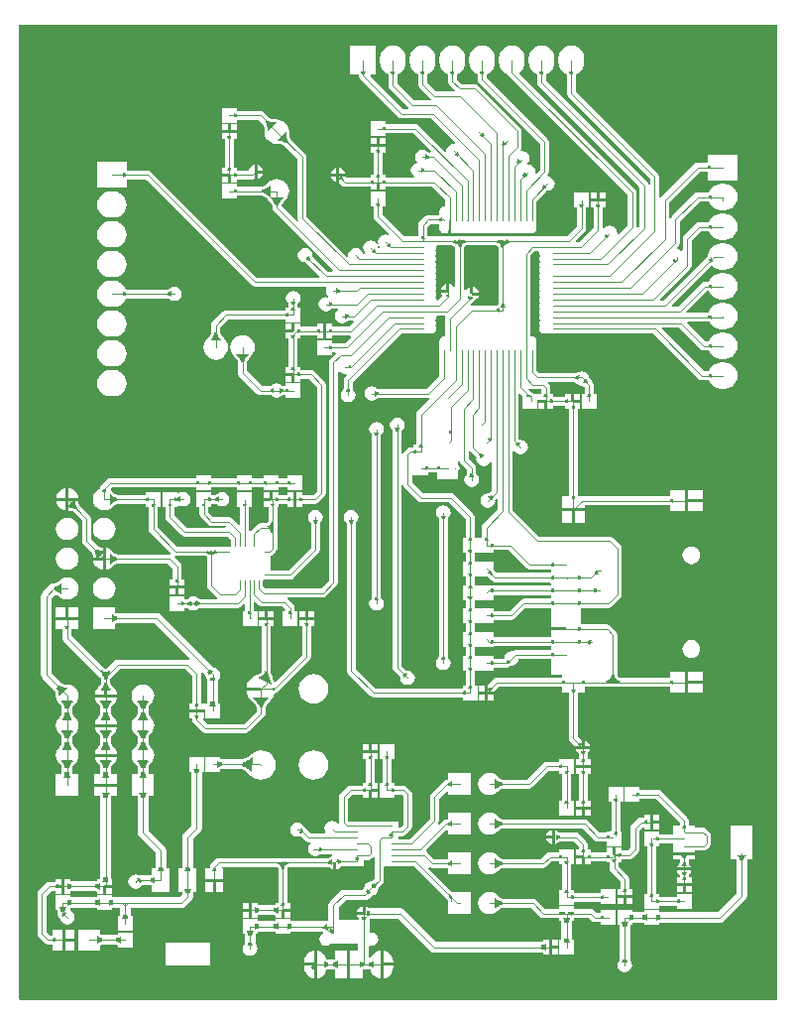
<source format=gtl>
G04 Layer_Physical_Order=1*
G04 Layer_Color=255*
%FSLAX25Y25*%
%MOIN*%
G70*
G01*
G75*
G36*
X384600Y480624D02*
Y153400D01*
X130259D01*
X129800Y153859D01*
X129900Y481000D01*
X384300D01*
X384600Y480624D01*
D02*
G37*
%LPC*%
G36*
X203000Y447500D02*
X201000D01*
Y445500D01*
X203000D01*
Y447500D01*
D02*
G37*
G36*
X200000D02*
X198000D01*
Y445500D01*
X200000D01*
Y447500D01*
D02*
G37*
G36*
X253000Y443000D02*
X251000D01*
Y441000D01*
X253000D01*
Y443000D01*
D02*
G37*
G36*
X250000D02*
X248000D01*
Y441000D01*
X250000D01*
Y443000D01*
D02*
G37*
G36*
X210000Y433848D02*
Y432000D01*
X211848D01*
X211761Y432436D01*
X211230Y433230D01*
X210436Y433761D01*
X210000Y433848D01*
D02*
G37*
G36*
X237500Y432848D02*
Y431000D01*
X239348D01*
X239261Y431436D01*
X238730Y432230D01*
X237936Y432761D01*
X237500Y432848D01*
D02*
G37*
G36*
X236500D02*
X236064Y432761D01*
X235270Y432230D01*
X234739Y431436D01*
X234652Y431000D01*
X236500D01*
Y432848D01*
D02*
G37*
G36*
X237914Y430000D02*
X237500D01*
Y429586D01*
X237914Y430000D01*
D02*
G37*
G36*
X211848Y431000D02*
X210000D01*
Y429152D01*
X210436Y429239D01*
X211230Y429770D01*
X211761Y430564D01*
X211848Y431000D01*
D02*
G37*
G36*
X236500Y430000D02*
X234652D01*
X234739Y429564D01*
X235270Y428770D01*
X236064Y428239D01*
X236500Y428152D01*
Y430000D01*
D02*
G37*
G36*
X203000Y444500D02*
X200500D01*
X198000D01*
Y442500D01*
X198971D01*
Y433000D01*
X198000D01*
Y431000D01*
X200500D01*
Y430500D01*
X201000D01*
Y428000D01*
X203000D01*
Y428971D01*
X208500D01*
X209000Y429070D01*
Y431500D01*
Y433848D01*
X208564Y433761D01*
X207770Y433230D01*
X207239Y432436D01*
X207158Y432029D01*
X203000D01*
Y433000D01*
X202029D01*
Y442500D01*
X203000D01*
Y444500D01*
D02*
G37*
G36*
X200000Y430000D02*
X198000D01*
Y428000D01*
X200000D01*
Y430000D01*
D02*
G37*
G36*
X315500Y473975D02*
X314365Y473825D01*
X313308Y473387D01*
X312400Y472690D01*
X311703Y471782D01*
X311265Y470725D01*
X311116Y469591D01*
Y468409D01*
X311265Y467275D01*
X311703Y466218D01*
X312400Y465309D01*
X313308Y464613D01*
X313971Y464338D01*
Y458000D01*
X314087Y457415D01*
X314419Y456919D01*
X341971Y429366D01*
Y427345D01*
X341471Y427295D01*
X341413Y427585D01*
X341081Y428081D01*
X307029Y462134D01*
Y464338D01*
X307692Y464613D01*
X308600Y465309D01*
X309297Y466218D01*
X309735Y467275D01*
X309884Y468409D01*
Y469591D01*
X309735Y470725D01*
X309297Y471782D01*
X308600Y472690D01*
X307692Y473387D01*
X306635Y473825D01*
X305500Y473975D01*
X304365Y473825D01*
X303308Y473387D01*
X302400Y472690D01*
X301703Y471782D01*
X301265Y470725D01*
X301116Y469591D01*
Y468409D01*
X301265Y467275D01*
X301703Y466218D01*
X302400Y465309D01*
X303308Y464613D01*
X303971Y464338D01*
Y461500D01*
X304087Y460915D01*
X304419Y460419D01*
X338471Y426367D01*
Y413133D01*
X337965Y412628D01*
X337504Y412874D01*
X337529Y413000D01*
Y424500D01*
X337413Y425085D01*
X337081Y425581D01*
X298163Y464500D01*
X298195Y464999D01*
X298600Y465309D01*
X299297Y466218D01*
X299735Y467275D01*
X299884Y468409D01*
Y469591D01*
X299735Y470725D01*
X299297Y471782D01*
X298600Y472690D01*
X297692Y473387D01*
X296635Y473825D01*
X295500Y473975D01*
X294365Y473825D01*
X293308Y473387D01*
X292400Y472690D01*
X291703Y471782D01*
X291265Y470725D01*
X291116Y469591D01*
Y468409D01*
X291265Y467275D01*
X291703Y466218D01*
X292400Y465309D01*
X293308Y464613D01*
X294202Y464243D01*
X294419Y463919D01*
X334471Y423867D01*
Y413633D01*
X331362Y410525D01*
X330902Y410772D01*
X330947Y411000D01*
X330761Y411936D01*
X330230Y412730D01*
X329436Y413261D01*
X328500Y413447D01*
X327564Y413261D01*
X326770Y412730D01*
X326529Y412371D01*
X326029Y412522D01*
Y419500D01*
X327000D01*
Y421500D01*
X322000D01*
Y419500D01*
X322971D01*
Y412634D01*
X318162Y407824D01*
X317141D01*
X316949Y408286D01*
X320081Y411419D01*
X320413Y411915D01*
X320529Y412500D01*
Y419500D01*
X321500D01*
Y424500D01*
X316500D01*
Y419500D01*
X317471D01*
Y413133D01*
X314130Y409793D01*
X312604D01*
X312342Y409846D01*
X306358D01*
X306096Y409793D01*
X268904D01*
X268642Y409846D01*
X267179D01*
Y413017D01*
X268133Y413971D01*
X271154D01*
Y412358D01*
X271275Y411753D01*
X271618Y411239D01*
X272131Y410897D01*
X272736Y410776D01*
X273341Y410897D01*
X273721Y411150D01*
X274100Y410897D01*
X274205Y410876D01*
Y411791D01*
X274318Y412358D01*
Y415350D01*
X275091D01*
Y412358D01*
X275205Y411786D01*
Y410876D01*
X275310Y410897D01*
X275689Y411150D01*
X276068Y410897D01*
X276673Y410776D01*
X277278Y410897D01*
X277658Y411150D01*
X278037Y410897D01*
X278642Y410776D01*
X279247Y410897D01*
X279626Y411150D01*
X280005Y410897D01*
X280610Y410776D01*
X281215Y410897D01*
X281594Y411150D01*
X281974Y410897D01*
X282579Y410776D01*
X283184Y410897D01*
X283563Y411150D01*
X283942Y410897D01*
X284547Y410776D01*
X285152Y410897D01*
X285531Y411150D01*
X285911Y410897D01*
X286516Y410776D01*
X287121Y410897D01*
X287500Y411150D01*
X287879Y410897D01*
X288484Y410776D01*
X289089Y410897D01*
X289469Y411150D01*
X289848Y410897D01*
X290453Y410776D01*
X291058Y410897D01*
X291437Y411150D01*
X291816Y410897D01*
X292421Y410776D01*
X293026Y410897D01*
X293406Y411150D01*
X293785Y410897D01*
X294390Y410776D01*
X294995Y410897D01*
X295374Y411150D01*
X295753Y410897D01*
X296358Y410776D01*
X296963Y410897D01*
X297342Y411150D01*
X297722Y410897D01*
X298327Y410776D01*
X298932Y410897D01*
X299311Y411150D01*
X299690Y410897D01*
X300295Y410776D01*
X300900Y410897D01*
X301279Y411150D01*
X301659Y410897D01*
X302264Y410776D01*
X302869Y410897D01*
X303382Y411239D01*
X303725Y411753D01*
X303846Y412358D01*
Y418342D01*
X303793Y418605D01*
Y421630D01*
X307145Y424983D01*
X307177Y425004D01*
X307214Y425025D01*
X307249Y425041D01*
X307286Y425055D01*
X307326Y425065D01*
X307369Y425073D01*
X307388Y425075D01*
X307500Y425053D01*
X308436Y425239D01*
X309230Y425770D01*
X309761Y426564D01*
X309947Y427500D01*
X309761Y428436D01*
X309230Y429230D01*
X308436Y429761D01*
X307764Y429894D01*
X307581Y430419D01*
X307913Y430915D01*
X308029Y431500D01*
Y441500D01*
X307913Y442085D01*
X307581Y442582D01*
X287029Y463133D01*
Y464338D01*
X287692Y464613D01*
X288600Y465309D01*
X289297Y466218D01*
X289735Y467275D01*
X289884Y468409D01*
Y469591D01*
X289735Y470725D01*
X289297Y471782D01*
X288600Y472690D01*
X287692Y473387D01*
X286635Y473825D01*
X285500Y473975D01*
X284365Y473825D01*
X283308Y473387D01*
X282400Y472690D01*
X281703Y471782D01*
X281265Y470725D01*
X281116Y469591D01*
Y468409D01*
X281265Y467275D01*
X281703Y466218D01*
X282400Y465309D01*
X283308Y464613D01*
X283971Y464338D01*
Y462500D01*
X284087Y461915D01*
X284419Y461419D01*
X304971Y440867D01*
Y432133D01*
X303862Y431025D01*
X303402Y431272D01*
X303447Y431500D01*
X303261Y432436D01*
X302730Y433230D01*
X301936Y433761D01*
X301062Y433935D01*
X301059Y433937D01*
X300918Y434181D01*
X300833Y434424D01*
X301261Y435064D01*
X301447Y436000D01*
X301261Y436936D01*
X300730Y437730D01*
X299936Y438261D01*
X299000Y438447D01*
X298748Y438397D01*
X298697Y438442D01*
X298470Y438851D01*
X298713Y439215D01*
X298829Y439800D01*
Y445200D01*
X298713Y445785D01*
X298381Y446281D01*
X284081Y460581D01*
X283585Y460913D01*
X283000Y461029D01*
X278633D01*
X277029Y462634D01*
Y464338D01*
X277692Y464613D01*
X278600Y465309D01*
X279297Y466218D01*
X279735Y467275D01*
X279884Y468409D01*
Y469591D01*
X279735Y470725D01*
X279297Y471782D01*
X278600Y472690D01*
X277692Y473387D01*
X276635Y473825D01*
X275500Y473975D01*
X274365Y473825D01*
X273308Y473387D01*
X272400Y472690D01*
X271703Y471782D01*
X271265Y470725D01*
X271116Y469591D01*
Y468409D01*
X271265Y467275D01*
X271703Y466218D01*
X272400Y465309D01*
X273308Y464613D01*
X273971Y464338D01*
Y462000D01*
X274087Y461415D01*
X274419Y460919D01*
X276346Y458991D01*
X276154Y458529D01*
X270133D01*
X267029Y461633D01*
Y464338D01*
X267692Y464613D01*
X268600Y465309D01*
X269297Y466218D01*
X269735Y467275D01*
X269884Y468409D01*
Y469591D01*
X269735Y470725D01*
X269297Y471782D01*
X268600Y472690D01*
X267692Y473387D01*
X266635Y473825D01*
X265500Y473975D01*
X264365Y473825D01*
X263308Y473387D01*
X262400Y472690D01*
X261703Y471782D01*
X261265Y470725D01*
X261116Y469591D01*
Y468409D01*
X261265Y467275D01*
X261703Y466218D01*
X262400Y465309D01*
X263308Y464613D01*
X263971Y464338D01*
Y461000D01*
X264087Y460415D01*
X264419Y459919D01*
X268308Y456029D01*
X268171Y455592D01*
X268123Y455529D01*
X262633D01*
X257029Y461133D01*
Y464338D01*
X257692Y464613D01*
X258600Y465309D01*
X259297Y466218D01*
X259735Y467275D01*
X259884Y468409D01*
Y469591D01*
X259735Y470725D01*
X259297Y471782D01*
X258600Y472690D01*
X257692Y473387D01*
X256635Y473825D01*
X255500Y473975D01*
X254365Y473825D01*
X253308Y473387D01*
X252400Y472690D01*
X251703Y471782D01*
X251265Y470725D01*
X251116Y469591D01*
Y468409D01*
X251265Y467275D01*
X251703Y466218D01*
X252400Y465309D01*
X253308Y464613D01*
X253971Y464338D01*
Y460500D01*
X254087Y459915D01*
X254419Y459419D01*
X260808Y453029D01*
X260671Y452592D01*
X260623Y452529D01*
X259134D01*
X248062Y463601D01*
X248253Y464063D01*
X249847D01*
Y473937D01*
X241154D01*
Y464063D01*
X243971D01*
Y464000D01*
X244087Y463415D01*
X244419Y462919D01*
X257419Y449919D01*
X257915Y449587D01*
X258500Y449471D01*
X268367D01*
X276475Y441362D01*
X276228Y440902D01*
X276000Y440947D01*
X275064Y440761D01*
X274270Y440230D01*
X273739Y439436D01*
X273553Y438500D01*
X273598Y438272D01*
X273138Y438025D01*
X264082Y447081D01*
X263585Y447413D01*
X263000Y447529D01*
X253000D01*
Y448500D01*
X248000D01*
Y443500D01*
X253000D01*
Y444471D01*
X262367D01*
X268346Y438491D01*
X268154Y438029D01*
X267531D01*
X267493Y438037D01*
X267453Y438048D01*
X267416Y438062D01*
X267380Y438078D01*
X267345Y438098D01*
X267308Y438124D01*
X267294Y438136D01*
X267230Y438230D01*
X266436Y438761D01*
X265500Y438947D01*
X264564Y438761D01*
X263770Y438230D01*
X263239Y437436D01*
X263053Y436500D01*
X263239Y435564D01*
X263686Y434894D01*
X263583Y434477D01*
X263501Y434348D01*
X263064Y434261D01*
X262270Y433730D01*
X261739Y432936D01*
X261553Y432000D01*
X261739Y431064D01*
X262270Y430270D01*
X262629Y430029D01*
X262478Y429529D01*
X253000D01*
Y430500D01*
X252029D01*
Y438000D01*
X253000D01*
Y440000D01*
X250500D01*
Y440500D01*
D01*
Y440000D01*
X248000D01*
Y438000D01*
X248971D01*
Y430500D01*
X248000D01*
Y429529D01*
X240134D01*
X239663Y430000D01*
X238467D01*
X238472Y429979D01*
X238515Y429862D01*
X238567Y429749D01*
X238629Y429640D01*
X238700Y429534D01*
X238781Y429433D01*
X238872Y429335D01*
X238165Y428628D01*
X238067Y428719D01*
X237966Y428800D01*
X237860Y428871D01*
X237751Y428933D01*
X237638Y428985D01*
X237521Y429028D01*
X237500Y429033D01*
Y427837D01*
X238419Y426919D01*
X238915Y426587D01*
X239500Y426471D01*
X248000D01*
Y425500D01*
X250000D01*
Y428000D01*
X251000D01*
Y425500D01*
X253000D01*
Y426471D01*
X268866D01*
X273176Y422161D01*
Y420230D01*
X272789Y419913D01*
X272736Y419924D01*
X272131Y419803D01*
X271618Y419460D01*
X271275Y418947D01*
X271154Y418342D01*
Y417029D01*
X267500D01*
X266915Y416913D01*
X266419Y416581D01*
X264569Y414731D01*
X264237Y414235D01*
X264121Y413650D01*
Y409846D01*
X262658D01*
X262396Y409793D01*
X259369D01*
X252029Y417134D01*
Y420000D01*
X253000D01*
Y425000D01*
X248000D01*
Y420000D01*
X248971D01*
Y416500D01*
X249087Y415915D01*
X249419Y415419D01*
X254147Y410690D01*
X254051Y410494D01*
X253853Y410277D01*
X253000Y410447D01*
X252064Y410261D01*
X251270Y409730D01*
X250739Y408936D01*
X250553Y408000D01*
X250739Y407064D01*
X251212Y406356D01*
X251057Y405856D01*
X250928D01*
X250447Y406000D01*
X250261Y406936D01*
X249730Y407730D01*
X248936Y408261D01*
X248000Y408447D01*
X247064Y408261D01*
X246270Y407730D01*
X245739Y406936D01*
X245553Y406000D01*
X245739Y405064D01*
X246191Y404387D01*
X246010Y403887D01*
X245370D01*
X245261Y404436D01*
X244730Y405230D01*
X243936Y405761D01*
X243000Y405947D01*
X242064Y405761D01*
X241270Y405230D01*
X240739Y404436D01*
X240553Y403500D01*
X240598Y403272D01*
X240138Y403025D01*
X226529Y416634D01*
Y436500D01*
X226413Y437085D01*
X226081Y437581D01*
X221005Y442658D01*
X220951Y442741D01*
X220888Y442872D01*
X220824Y443045D01*
X220764Y443263D01*
X220711Y443523D01*
X220671Y443813D01*
X220622Y444554D01*
X220620Y444884D01*
X220635Y445000D01*
X220495Y446070D01*
X220081Y447068D01*
X219424Y447924D01*
X218568Y448581D01*
X217570Y448994D01*
X216500Y449135D01*
X216384Y449120D01*
X216054Y449122D01*
X215313Y449171D01*
X215023Y449211D01*
X214763Y449264D01*
X214545Y449324D01*
X214371Y449388D01*
X214241Y449451D01*
X214158Y449505D01*
X212081Y451581D01*
X211585Y451913D01*
X211000Y452029D01*
X203000D01*
Y453000D01*
X198000D01*
Y448000D01*
X203000D01*
Y448971D01*
X210367D01*
X211995Y447342D01*
X212049Y447259D01*
X212112Y447128D01*
X212176Y446955D01*
X212236Y446737D01*
X212289Y446477D01*
X212329Y446187D01*
X212378Y445446D01*
X212380Y445116D01*
X212365Y445000D01*
X212506Y443930D01*
X212919Y442932D01*
X213576Y442076D01*
X214432Y441419D01*
X215430Y441006D01*
X216500Y440865D01*
X216616Y440880D01*
X216946Y440878D01*
X217688Y440829D01*
X217977Y440789D01*
X218237Y440736D01*
X218455Y440676D01*
X218629Y440612D01*
X218759Y440549D01*
X218842Y440495D01*
X223471Y435866D01*
Y416000D01*
X223587Y415415D01*
X223852Y415018D01*
X223464Y414699D01*
X218029Y420133D01*
Y420159D01*
X218050Y420255D01*
X218098Y420392D01*
X218175Y420561D01*
X218286Y420757D01*
X218433Y420978D01*
X218610Y421211D01*
X219099Y421770D01*
X219331Y422004D01*
X219424Y422076D01*
X220081Y422932D01*
X220495Y423930D01*
X220635Y425000D01*
X220495Y426070D01*
X220081Y427068D01*
X219424Y427924D01*
X218568Y428581D01*
X217570Y428995D01*
X216500Y429135D01*
X215430Y428995D01*
X214432Y428581D01*
X213576Y427924D01*
X213504Y427831D01*
X213270Y427599D01*
X212711Y427110D01*
X212478Y426933D01*
X212257Y426787D01*
X212060Y426675D01*
X211892Y426598D01*
X211755Y426550D01*
X211659Y426529D01*
X203000D01*
Y427500D01*
X198000D01*
Y422500D01*
X203000D01*
Y423471D01*
X211659D01*
X211755Y423450D01*
X211892Y423402D01*
X212060Y423325D01*
X212257Y423213D01*
X212478Y423067D01*
X212711Y422890D01*
X213270Y422401D01*
X213504Y422169D01*
X213576Y422076D01*
X213669Y422004D01*
X213900Y421770D01*
X214390Y421211D01*
X214567Y420978D01*
X214714Y420757D01*
X214825Y420561D01*
X214902Y420392D01*
X214950Y420255D01*
X214971Y420159D01*
Y419500D01*
X215087Y418915D01*
X215419Y418419D01*
X235393Y398444D01*
X235201Y397982D01*
X233681D01*
X228518Y403145D01*
X228496Y403177D01*
X228475Y403214D01*
X228459Y403250D01*
X228446Y403286D01*
X228435Y403326D01*
X228427Y403370D01*
X228425Y403388D01*
X228447Y403500D01*
X228261Y404436D01*
X227730Y405230D01*
X226936Y405761D01*
X226000Y405947D01*
X225064Y405761D01*
X224270Y405230D01*
X223739Y404436D01*
X223553Y403500D01*
X223739Y402564D01*
X224270Y401770D01*
X225064Y401239D01*
X226000Y401053D01*
X226112Y401075D01*
X226131Y401073D01*
X226174Y401065D01*
X226214Y401054D01*
X226251Y401041D01*
X226286Y401025D01*
X226323Y401004D01*
X226355Y400983D01*
X230862Y396475D01*
X230670Y396013D01*
X209649D01*
X174081Y431581D01*
X173585Y431913D01*
X173000Y432029D01*
X165937D01*
Y434846D01*
X156063D01*
Y426154D01*
X165937D01*
Y428971D01*
X172366D01*
X207935Y393403D01*
X208431Y393071D01*
X209016Y392955D01*
X233055D01*
X233291Y392514D01*
X233239Y392436D01*
X233053Y391500D01*
X233239Y390564D01*
X233744Y389809D01*
X233698Y389656D01*
X233502Y389347D01*
X233000Y389447D01*
X232064Y389261D01*
X231270Y388730D01*
X230739Y387936D01*
X230553Y387000D01*
X230739Y386064D01*
X231270Y385270D01*
X232064Y384739D01*
X233000Y384553D01*
X233936Y384739D01*
X234730Y385270D01*
X234793Y385364D01*
X234808Y385376D01*
X234845Y385402D01*
X234880Y385422D01*
X234916Y385438D01*
X234953Y385452D01*
X234993Y385463D01*
X235031Y385471D01*
X236978D01*
X237129Y384971D01*
X236770Y384730D01*
X236239Y383936D01*
X236053Y383000D01*
X236239Y382064D01*
X236770Y381270D01*
X237564Y380739D01*
X238500Y380553D01*
X239436Y380739D01*
X240230Y381270D01*
X240294Y381364D01*
X240308Y381376D01*
X240345Y381402D01*
X240380Y381422D01*
X240416Y381438D01*
X240453Y381452D01*
X240493Y381463D01*
X240531Y381471D01*
X242101D01*
X242308Y380971D01*
X240866Y379529D01*
X235000D01*
Y380500D01*
X233000D01*
Y378000D01*
Y375500D01*
X235000D01*
Y376471D01*
X241101D01*
X241308Y375971D01*
X239367Y374029D01*
X235000D01*
Y375000D01*
X230000D01*
Y370000D01*
X235000D01*
Y370971D01*
X236154D01*
X236346Y370509D01*
X234419Y368581D01*
X234087Y368085D01*
X233971Y367500D01*
Y294133D01*
X231315Y291478D01*
X212612D01*
X211916Y292175D01*
Y294094D01*
X211901Y294170D01*
X211902Y294179D01*
X212322Y294599D01*
X212331Y294600D01*
X212405Y294585D01*
X220807D01*
X221063Y294534D01*
X221649Y294651D01*
X222145Y294982D01*
X230581Y303419D01*
X230913Y303915D01*
X231029Y304500D01*
Y313469D01*
X231037Y313507D01*
X231048Y313547D01*
X231062Y313584D01*
X231078Y313620D01*
X231098Y313655D01*
X231124Y313692D01*
X231136Y313706D01*
X231230Y313770D01*
X231761Y314564D01*
X231947Y315500D01*
X231761Y316436D01*
X231230Y317230D01*
X230436Y317761D01*
X229500Y317947D01*
X228564Y317761D01*
X227770Y317230D01*
X227239Y316436D01*
X227053Y315500D01*
X227239Y314564D01*
X227770Y313770D01*
X227864Y313706D01*
X227876Y313692D01*
X227902Y313655D01*
X227922Y313620D01*
X227939Y313584D01*
X227952Y313547D01*
X227963Y313507D01*
X227971Y313469D01*
Y305134D01*
X220379Y297542D01*
X214488D01*
Y302544D01*
X214628Y302572D01*
X215108Y302892D01*
X216170Y303955D01*
X216491Y304434D01*
X216603Y305000D01*
Y310744D01*
X216654Y311000D01*
X216603Y311256D01*
Y311744D01*
X216654Y312000D01*
X216603Y312256D01*
Y312869D01*
X216654Y313125D01*
X216603Y313381D01*
Y319000D01*
X217000D01*
Y319968D01*
X217001Y319971D01*
X220000D01*
Y319000D01*
X222000D01*
Y321500D01*
Y324000D01*
X220000D01*
Y323029D01*
X217000D01*
Y324000D01*
X215000D01*
Y321500D01*
X214500D01*
Y321000D01*
X212000D01*
Y319000D01*
X213647D01*
Y314152D01*
X213640Y314095D01*
X213622Y314009D01*
X213597Y313925D01*
X213564Y313841D01*
X213523Y313757D01*
X213472Y313670D01*
X213465Y313660D01*
X213455Y313653D01*
X213368Y313602D01*
X213284Y313561D01*
X213200Y313528D01*
X213116Y313503D01*
X213030Y313485D01*
X212973Y313478D01*
X211000D01*
X210434Y313366D01*
X209955Y313045D01*
X207817Y310908D01*
X207691Y310719D01*
X207191Y310871D01*
Y319000D01*
X208000D01*
Y324000D01*
X203000D01*
Y319000D01*
X204234D01*
Y313010D01*
X203772Y312819D01*
X201545Y315045D01*
X201066Y315366D01*
X200500Y315478D01*
X195112D01*
X193478Y317112D01*
Y319000D01*
X194500D01*
Y319971D01*
X195969D01*
X196007Y319963D01*
X196047Y319952D01*
X196084Y319938D01*
X196120Y319922D01*
X196155Y319902D01*
X196192Y319876D01*
X196206Y319864D01*
X196270Y319770D01*
X197064Y319239D01*
X198000Y319053D01*
X198936Y319239D01*
X199730Y319770D01*
X200261Y320564D01*
X200447Y321500D01*
X200261Y322436D01*
X199730Y323230D01*
X198936Y323761D01*
X198000Y323947D01*
X197064Y323761D01*
X196270Y323230D01*
X196206Y323136D01*
X196192Y323124D01*
X196155Y323098D01*
X196120Y323078D01*
X196084Y323061D01*
X196047Y323048D01*
X196007Y323037D01*
X195969Y323029D01*
X194500D01*
Y324000D01*
X189500D01*
Y319000D01*
X190522D01*
Y316500D01*
X190634Y315934D01*
X190955Y315455D01*
X193455Y312955D01*
X193934Y312634D01*
X194500Y312522D01*
X199461D01*
X199490Y312478D01*
X199223Y311978D01*
X186112D01*
X181978Y316112D01*
Y319000D01*
X183000D01*
Y319349D01*
X183500Y319616D01*
X184064Y319239D01*
X185000Y319053D01*
X185936Y319239D01*
X186730Y319770D01*
X187261Y320564D01*
X187447Y321500D01*
X187261Y322436D01*
X186730Y323230D01*
X185936Y323761D01*
X185000Y323947D01*
X184064Y323761D01*
X183500Y323384D01*
X183000Y323652D01*
Y324000D01*
X178000D01*
Y319000D01*
X179022D01*
Y315500D01*
X179134Y314934D01*
X179455Y314455D01*
X184455Y309455D01*
X184934Y309134D01*
X185500Y309022D01*
X199888D01*
X201085Y307824D01*
Y305906D01*
X201091Y305878D01*
X200665Y305453D01*
X200594Y305467D01*
X183196D01*
X176529Y312134D01*
Y319000D01*
X177500D01*
Y324000D01*
X172500D01*
Y323029D01*
X162785D01*
X162710Y323045D01*
X162594Y323082D01*
X162453Y323144D01*
X162289Y323234D01*
X162103Y323354D01*
X161910Y323497D01*
X161436Y323907D01*
X161236Y324104D01*
X161179Y324179D01*
X160723Y324529D01*
X160690Y325027D01*
X161134Y325471D01*
X189500D01*
Y324500D01*
X194500D01*
Y325471D01*
X203000D01*
Y324500D01*
X208000D01*
Y325471D01*
X212000D01*
Y324500D01*
X217000D01*
Y325471D01*
X220000D01*
Y324500D01*
X225000D01*
Y329500D01*
X220000D01*
Y328529D01*
X217000D01*
Y329500D01*
X212000D01*
Y328529D01*
X208000D01*
Y329500D01*
X203000D01*
Y328529D01*
X194500D01*
Y329500D01*
X189500D01*
Y328529D01*
X160500D01*
X159915Y328413D01*
X159418Y328081D01*
X157419Y326081D01*
X157087Y325585D01*
X156971Y325000D01*
Y324932D01*
X156606Y324781D01*
X155821Y324179D01*
X155219Y323394D01*
X154841Y322481D01*
X154712Y321500D01*
X154841Y320519D01*
X155219Y319606D01*
X155821Y318821D01*
X156606Y318219D01*
X157519Y317841D01*
X158500Y317712D01*
X159481Y317841D01*
X160394Y318219D01*
X161179Y318821D01*
X161230Y318888D01*
X161688Y319321D01*
X161900Y319496D01*
X162103Y319646D01*
X162289Y319766D01*
X162453Y319856D01*
X162594Y319918D01*
X162710Y319955D01*
X162785Y319971D01*
X172500D01*
Y319000D01*
X173471D01*
Y311500D01*
X173587Y310915D01*
X173919Y310419D01*
X180872Y303465D01*
X180626Y303004D01*
X180500Y303029D01*
X162785D01*
X162710Y303045D01*
X162594Y303082D01*
X162453Y303144D01*
X162289Y303234D01*
X162103Y303354D01*
X161910Y303497D01*
X161436Y303907D01*
X161236Y304104D01*
X161179Y304179D01*
X160394Y304781D01*
X159481Y305159D01*
X159000Y305223D01*
Y301500D01*
Y297778D01*
X159481Y297841D01*
X160394Y298219D01*
X161179Y298821D01*
X161230Y298888D01*
X161688Y299321D01*
X161900Y299496D01*
X162103Y299646D01*
X162289Y299766D01*
X162453Y299856D01*
X162594Y299918D01*
X162710Y299955D01*
X162785Y299971D01*
X179867D01*
X181471Y298366D01*
Y294500D01*
X180500D01*
Y292500D01*
X183000D01*
X185500D01*
Y294500D01*
X184529D01*
Y299000D01*
X184413Y299585D01*
X184081Y300081D01*
X182191Y301972D01*
X182437Y302433D01*
X182562Y302408D01*
X192458D01*
X192529Y302400D01*
X192635Y302380D01*
X192735Y302353D01*
X192829Y302318D01*
X192921Y302275D01*
X193010Y302225D01*
X193022Y302217D01*
Y292500D01*
X193134Y291934D01*
X193455Y291455D01*
X196431Y288478D01*
X196424Y288377D01*
X196267Y287978D01*
X190578D01*
X190547Y287985D01*
X190511Y287996D01*
X190473Y288012D01*
X190432Y288032D01*
X190388Y288059D01*
X190339Y288095D01*
X190298Y288129D01*
X190230Y288230D01*
X189436Y288761D01*
X188500Y288947D01*
X187564Y288761D01*
X186770Y288230D01*
X186702Y288129D01*
X186661Y288095D01*
X186612Y288059D01*
X186568Y288032D01*
X186527Y288012D01*
X186489Y287996D01*
X186453Y287985D01*
X186422Y287978D01*
X185500D01*
Y289000D01*
X180500D01*
Y284000D01*
X185500D01*
Y285022D01*
X186422D01*
X186453Y285015D01*
X186489Y285004D01*
X186527Y284988D01*
X186568Y284968D01*
X186612Y284941D01*
X186661Y284905D01*
X186702Y284871D01*
X186770Y284770D01*
X187564Y284239D01*
X188500Y284053D01*
X189436Y284239D01*
X190230Y284770D01*
X190298Y284871D01*
X190339Y284905D01*
X190388Y284941D01*
X190432Y284968D01*
X190473Y284988D01*
X190511Y285004D01*
X190547Y285015D01*
X190578Y285022D01*
X203500D01*
X204066Y285134D01*
X204545Y285455D01*
X205347Y286256D01*
X205809Y286065D01*
Y284000D01*
X205000D01*
Y279000D01*
X210000D01*
Y284000D01*
X208766D01*
Y286990D01*
X209228Y287181D01*
X210455Y285955D01*
X210934Y285634D01*
X211500Y285522D01*
X218388D01*
X219409Y284500D01*
X219250Y284000D01*
X218500D01*
Y279000D01*
X223500D01*
Y284000D01*
X222478D01*
Y285000D01*
X222366Y285566D01*
X222045Y286045D01*
X220069Y288022D01*
X220076Y288123D01*
X220233Y288522D01*
X231744D01*
X232000Y288471D01*
X232585Y288587D01*
X233081Y288919D01*
X236581Y292419D01*
X236913Y292915D01*
X237029Y293500D01*
Y364478D01*
X237529Y364629D01*
X237770Y364270D01*
X238564Y363739D01*
X239500Y363553D01*
X239728Y363598D01*
X239975Y363138D01*
X239419Y362581D01*
X239087Y362085D01*
X238971Y361500D01*
Y358531D01*
X238963Y358493D01*
X238952Y358453D01*
X238938Y358416D01*
X238922Y358380D01*
X238902Y358345D01*
X238876Y358308D01*
X238864Y358294D01*
X238770Y358230D01*
X238239Y357436D01*
X238053Y356500D01*
X238239Y355564D01*
X238770Y354770D01*
X239564Y354239D01*
X240500Y354053D01*
X241436Y354239D01*
X242230Y354770D01*
X242761Y355564D01*
X242947Y356500D01*
X242761Y357436D01*
X242230Y358230D01*
X242136Y358294D01*
X242124Y358308D01*
X242098Y358345D01*
X242078Y358380D01*
X242061Y358416D01*
X242048Y358453D01*
X242037Y358493D01*
X242029Y358531D01*
Y360866D01*
X258369Y377207D01*
X262396D01*
X262658Y377154D01*
X268642D01*
X269247Y377275D01*
X269760Y377618D01*
X270103Y378131D01*
X270224Y378736D01*
X270103Y379341D01*
X269850Y379720D01*
X270103Y380100D01*
X270224Y380705D01*
X270103Y381310D01*
X269850Y381689D01*
X270103Y382068D01*
X270224Y382673D01*
X270213Y382726D01*
X270530Y383113D01*
X272952D01*
X273257Y382613D01*
X273176Y382205D01*
Y376530D01*
X272789Y376213D01*
X272736Y376224D01*
X272131Y376103D01*
X271618Y375760D01*
X271275Y375247D01*
X271154Y374642D01*
Y368658D01*
X271207Y368395D01*
Y362870D01*
X266866Y358529D01*
X250531D01*
X250493Y358537D01*
X250453Y358548D01*
X250416Y358561D01*
X250380Y358578D01*
X250345Y358598D01*
X250308Y358624D01*
X250293Y358636D01*
X250230Y358730D01*
X249436Y359261D01*
X248500Y359447D01*
X247564Y359261D01*
X246770Y358730D01*
X246239Y357936D01*
X246053Y357000D01*
X246239Y356064D01*
X246770Y355270D01*
X247564Y354739D01*
X248500Y354553D01*
X249436Y354739D01*
X250230Y355270D01*
X250293Y355364D01*
X250308Y355376D01*
X250345Y355402D01*
X250380Y355422D01*
X250416Y355438D01*
X250453Y355452D01*
X250493Y355463D01*
X250531Y355471D01*
X267500D01*
X267626Y355496D01*
X267872Y355035D01*
X263919Y351081D01*
X263587Y350585D01*
X263471Y350000D01*
Y340000D01*
X262500D01*
Y339029D01*
X261500D01*
X260915Y338913D01*
X260419Y338581D01*
X259419Y337581D01*
X259087Y337085D01*
X259029Y336795D01*
X258529Y336845D01*
Y344469D01*
X258537Y344507D01*
X258548Y344547D01*
X258561Y344584D01*
X258578Y344620D01*
X258598Y344655D01*
X258624Y344692D01*
X258636Y344707D01*
X258730Y344770D01*
X259261Y345564D01*
X259447Y346500D01*
X259261Y347436D01*
X258730Y348230D01*
X257936Y348761D01*
X257000Y348947D01*
X256064Y348761D01*
X255270Y348230D01*
X254739Y347436D01*
X254553Y346500D01*
X254739Y345564D01*
X255270Y344770D01*
X255364Y344707D01*
X255376Y344692D01*
X255402Y344655D01*
X255422Y344620D01*
X255438Y344584D01*
X255452Y344547D01*
X255463Y344507D01*
X255471Y344469D01*
Y265000D01*
X255587Y264415D01*
X255919Y263919D01*
X257982Y261855D01*
X258004Y261823D01*
X258025Y261786D01*
X258041Y261751D01*
X258054Y261714D01*
X258065Y261674D01*
X258073Y261631D01*
X258075Y261612D01*
X258053Y261500D01*
X258239Y260564D01*
X258770Y259770D01*
X259564Y259239D01*
X260500Y259053D01*
X261436Y259239D01*
X262230Y259770D01*
X262761Y260564D01*
X262947Y261500D01*
X262761Y262436D01*
X262230Y263230D01*
X261436Y263761D01*
X260500Y263947D01*
X260388Y263925D01*
X260369Y263927D01*
X260326Y263935D01*
X260286Y263946D01*
X260249Y263959D01*
X260214Y263975D01*
X260177Y263996D01*
X260145Y264018D01*
X258529Y265634D01*
Y326155D01*
X259029Y326204D01*
X259087Y325915D01*
X259419Y325419D01*
X263919Y320919D01*
X264415Y320587D01*
X265000Y320471D01*
X274366D01*
X279971Y314866D01*
Y308500D01*
X279000D01*
Y303500D01*
X279971D01*
Y300600D01*
X279000D01*
Y295600D01*
X279971D01*
Y292700D01*
X279000D01*
Y287700D01*
X279971D01*
Y285000D01*
X279000D01*
Y280000D01*
X279971D01*
Y276900D01*
X279000D01*
Y271900D01*
X279971D01*
Y269000D01*
X279000D01*
Y264000D01*
X279971D01*
Y259000D01*
X279000D01*
Y258029D01*
X249634D01*
X243029Y264633D01*
Y313469D01*
X243037Y313507D01*
X243048Y313547D01*
X243061Y313584D01*
X243078Y313620D01*
X243098Y313655D01*
X243124Y313692D01*
X243136Y313706D01*
X243230Y313770D01*
X243761Y314564D01*
X243947Y315500D01*
X243761Y316436D01*
X243230Y317230D01*
X242436Y317761D01*
X241500Y317947D01*
X240564Y317761D01*
X239770Y317230D01*
X239239Y316436D01*
X239053Y315500D01*
X239239Y314564D01*
X239770Y313770D01*
X239864Y313706D01*
X239876Y313692D01*
X239902Y313655D01*
X239922Y313620D01*
X239938Y313584D01*
X239952Y313547D01*
X239963Y313507D01*
X239971Y313469D01*
Y264000D01*
X240087Y263415D01*
X240419Y262919D01*
X247919Y255419D01*
X248415Y255087D01*
X249000Y254971D01*
X279000D01*
Y254000D01*
X284000D01*
Y259000D01*
X283029D01*
Y264000D01*
X284000D01*
Y269000D01*
X283029D01*
Y271900D01*
X284000D01*
Y276900D01*
X283029D01*
Y280000D01*
X284000D01*
Y285000D01*
X283029D01*
Y287700D01*
X284000D01*
Y292700D01*
X283029D01*
Y295600D01*
X284000D01*
Y300600D01*
X283029D01*
Y303500D01*
X284000D01*
Y308500D01*
X283029D01*
Y315500D01*
X282913Y316085D01*
X282581Y316582D01*
X276081Y323081D01*
X275585Y323413D01*
X275000Y323529D01*
X265634D01*
X262029Y327133D01*
Y329429D01*
X262500Y329500D01*
X262529Y329500D01*
X267500D01*
Y330471D01*
X267504Y330471D01*
X270500D01*
Y328245D01*
X277500D01*
Y330865D01*
X277581Y330919D01*
X277581Y330919D01*
X277913Y331416D01*
X278029Y332001D01*
X277913Y332586D01*
X277581Y333082D01*
X277500Y333137D01*
Y334303D01*
X278000Y334352D01*
X278087Y333915D01*
X278419Y333419D01*
X280471Y331366D01*
Y330031D01*
X280463Y329993D01*
X280452Y329953D01*
X280438Y329916D01*
X280422Y329880D01*
X280402Y329845D01*
X280376Y329808D01*
X280364Y329794D01*
X280270Y329730D01*
X279739Y328936D01*
X279553Y328000D01*
X279739Y327064D01*
X280270Y326270D01*
X281064Y325739D01*
X282000Y325553D01*
X282936Y325739D01*
X283730Y326270D01*
X284261Y327064D01*
X284447Y328000D01*
X284261Y328936D01*
X283730Y329730D01*
X283636Y329794D01*
X283624Y329808D01*
X283598Y329845D01*
X283578Y329880D01*
X283561Y329916D01*
X283548Y329953D01*
X283537Y329993D01*
X283529Y330031D01*
Y332000D01*
X283413Y332585D01*
X283081Y333081D01*
X281029Y335134D01*
Y337623D01*
X281092Y337671D01*
X281529Y337808D01*
X283659Y335678D01*
X283666Y335668D01*
X283669Y335661D01*
X283668Y335655D01*
X283653Y335586D01*
X283651Y335494D01*
X283553Y335000D01*
X283739Y334064D01*
X284270Y333270D01*
X285064Y332739D01*
X286000Y332553D01*
X286936Y332739D01*
X287730Y333270D01*
X288261Y334064D01*
X288367Y334599D01*
X288514Y334662D01*
X288897Y334698D01*
X288924Y334665D01*
Y324587D01*
X287855Y323517D01*
X287823Y323496D01*
X287786Y323475D01*
X287751Y323459D01*
X287714Y323446D01*
X287674Y323435D01*
X287631Y323427D01*
X287612Y323425D01*
X287500Y323447D01*
X286564Y323261D01*
X285770Y322730D01*
X285239Y321936D01*
X285053Y321000D01*
X285239Y320064D01*
X285770Y319270D01*
X286564Y318739D01*
X287500Y318553D01*
X288436Y318739D01*
X289230Y319270D01*
X289761Y320064D01*
X289947Y321000D01*
X289925Y321112D01*
X289927Y321130D01*
X289935Y321174D01*
X289946Y321214D01*
X289959Y321251D01*
X289975Y321286D01*
X289996Y321322D01*
X290018Y321355D01*
X290430Y321767D01*
X290892Y321575D01*
Y318055D01*
X285918Y313081D01*
X285587Y312585D01*
X285471Y312000D01*
Y308500D01*
X284500D01*
Y303500D01*
X289500D01*
Y304471D01*
X294367D01*
X300397Y298441D01*
X300893Y298109D01*
X301478Y297993D01*
X308806D01*
Y297144D01*
X308617Y296722D01*
X290541D01*
X289749Y297514D01*
X289600Y297674D01*
X289504Y297795D01*
X289500Y297800D01*
Y297988D01*
X289508Y298026D01*
X289500Y298064D01*
Y300600D01*
X284500D01*
Y295600D01*
X287036D01*
X287074Y295592D01*
X287112Y295600D01*
X287299D01*
X287548Y295389D01*
X288825Y294112D01*
X289322Y293780D01*
X289907Y293664D01*
X308588D01*
X308806Y293254D01*
Y292405D01*
X289500D01*
Y292700D01*
X288531D01*
X288495Y292708D01*
X288455Y292700D01*
X284500D01*
Y287700D01*
X289500D01*
Y289347D01*
X308806D01*
Y288077D01*
X299548D01*
X298963Y287961D01*
X298467Y287629D01*
X294866Y284029D01*
X289500D01*
Y285000D01*
X284500D01*
Y280000D01*
X289500D01*
Y280971D01*
X295500D01*
X296085Y281087D01*
X296581Y281419D01*
X300182Y285019D01*
X308806D01*
Y279844D01*
Y278398D01*
X313743D01*
Y277398D01*
X308806D01*
Y275110D01*
X289500D01*
Y276900D01*
X284500D01*
Y271900D01*
X288456D01*
X288495Y271892D01*
X288532Y271900D01*
X288548D01*
X288580Y271897D01*
X288592Y271900D01*
X289500D01*
Y272052D01*
X308806D01*
Y270787D01*
X296758D01*
X296173Y270671D01*
X295760Y270395D01*
X295500Y270447D01*
X294564Y270261D01*
X293770Y269730D01*
X293239Y268936D01*
X293059Y268029D01*
X289500D01*
Y269000D01*
X284500D01*
Y264000D01*
X289500D01*
Y264971D01*
X294000D01*
X294585Y265087D01*
X295081Y265419D01*
X295209Y265546D01*
X295249Y265577D01*
X295280Y265597D01*
X295500Y265553D01*
X296436Y265739D01*
X297230Y266270D01*
X297761Y267064D01*
X297893Y267729D01*
X308806D01*
Y262534D01*
X312507D01*
Y261529D01*
X290500D01*
X289915Y261413D01*
X289419Y261081D01*
X287582Y259245D01*
X287500Y259169D01*
Y257939D01*
X287601Y257982D01*
X287750Y258068D01*
X287913Y258182D01*
X288090Y258325D01*
X288488Y258695D01*
X289195Y257988D01*
X288996Y257782D01*
X288682Y257413D01*
X288568Y257250D01*
X288482Y257101D01*
X288439Y257000D01*
X289670D01*
X289707Y257044D01*
X291133Y258471D01*
X312507D01*
Y256500D01*
X314727D01*
Y241244D01*
X314844Y240658D01*
X315175Y240162D01*
X316837Y238500D01*
X318033D01*
X318028Y238521D01*
X317985Y238638D01*
X317933Y238751D01*
X317871Y238860D01*
X317800Y238966D01*
X317719Y239067D01*
X317628Y239165D01*
X318335Y239872D01*
X318433Y239781D01*
X318534Y239700D01*
X318640Y239629D01*
X318749Y239567D01*
X318862Y239515D01*
X318979Y239472D01*
X319000Y239467D01*
Y240663D01*
X317786Y241877D01*
Y256500D01*
X320006D01*
Y258471D01*
X348757D01*
Y256500D01*
X353756D01*
Y260000D01*
Y263500D01*
X348757D01*
Y261529D01*
X332042D01*
X331971Y261537D01*
X331865Y261558D01*
X331766Y261585D01*
X331671Y261620D01*
X331579Y261662D01*
X331490Y261713D01*
X331401Y261773D01*
X331345Y261818D01*
X331318Y261845D01*
X331273Y261901D01*
X331213Y261990D01*
X331162Y262079D01*
X331120Y262171D01*
X331085Y262265D01*
X331058Y262365D01*
X331037Y262471D01*
X331029Y262542D01*
Y276000D01*
X330913Y276585D01*
X330581Y277081D01*
X328683Y278979D01*
X328187Y279311D01*
X327602Y279427D01*
X318681D01*
Y285019D01*
X328048D01*
X328633Y285135D01*
X329129Y285467D01*
X332081Y288419D01*
X332413Y288915D01*
X332529Y289500D01*
Y305000D01*
X332413Y305585D01*
X332081Y306081D01*
X329581Y308581D01*
X329085Y308913D01*
X328500Y309029D01*
X304633D01*
X295919Y317743D01*
Y337642D01*
X296419Y337794D01*
X296770Y337270D01*
X297564Y336739D01*
X298500Y336553D01*
X299436Y336739D01*
X300230Y337270D01*
X300761Y338064D01*
X300947Y339000D01*
X300761Y339936D01*
X300230Y340730D01*
X299436Y341261D01*
X298500Y341447D01*
X298388Y341425D01*
X298370Y341427D01*
X298326Y341435D01*
X298286Y341445D01*
X298250Y341459D01*
X298214Y341475D01*
X298178Y341496D01*
X298145Y341517D01*
X297887Y341775D01*
Y356796D01*
X298349Y356988D01*
X299000Y356337D01*
Y352000D01*
X304000D01*
Y357000D01*
X303002D01*
X302977Y357006D01*
X302886Y357011D01*
X302843Y357017D01*
X302795Y357029D01*
X302739Y357049D01*
X302675Y357078D01*
X302602Y357118D01*
X302521Y357171D01*
X302432Y357238D01*
X302390Y357273D01*
X301199Y358464D01*
X301518Y358852D01*
X301915Y358587D01*
X302500Y358471D01*
X305366D01*
X305471Y358366D01*
Y357000D01*
X304500D01*
Y355000D01*
X307000D01*
Y354500D01*
X307500D01*
Y352000D01*
X309500D01*
Y352971D01*
X313500D01*
Y352000D01*
X314727D01*
Y322500D01*
X312507D01*
Y318500D01*
X316256D01*
X320006D01*
Y319471D01*
X348757D01*
Y317500D01*
X353756D01*
Y321000D01*
Y324500D01*
X348757D01*
Y322529D01*
X319256D01*
X319109Y322500D01*
X317786D01*
Y352000D01*
X318500D01*
Y354000D01*
X316000D01*
Y354500D01*
X315500D01*
Y357000D01*
X313500D01*
Y356029D01*
X309500D01*
Y357000D01*
X308529D01*
Y359000D01*
X308413Y359585D01*
X308081Y360081D01*
X307654Y360509D01*
X307846Y360971D01*
X316801D01*
X317270Y360270D01*
X318064Y359739D01*
X319000Y359553D01*
X319494Y359651D01*
X319586Y359653D01*
X319590Y359654D01*
X319920Y359369D01*
X319971Y359312D01*
Y357000D01*
X319000D01*
Y352000D01*
X324000D01*
Y357000D01*
X323029D01*
Y360000D01*
X322913Y360585D01*
X322581Y361081D01*
X321598Y362065D01*
X321562Y362112D01*
X321522Y362171D01*
X321486Y362232D01*
X321453Y362296D01*
X321428Y362351D01*
X321366Y362521D01*
X321341Y362612D01*
X321315Y362663D01*
X321261Y362936D01*
X320730Y363730D01*
X319936Y364261D01*
X319000Y364447D01*
X318064Y364261D01*
X317936Y364176D01*
X317920Y364169D01*
X317740Y364104D01*
X317681Y364087D01*
X317499Y364047D01*
X317440Y364037D01*
X317346Y364029D01*
X304633D01*
X303793Y364869D01*
Y368395D01*
X303846Y368658D01*
Y374642D01*
X303725Y375247D01*
X303382Y375760D01*
X302869Y376103D01*
X302264Y376224D01*
X302211Y376213D01*
X301824Y376530D01*
Y403387D01*
X303203Y404766D01*
X304469D01*
X304787Y404379D01*
X304776Y404327D01*
X304897Y403722D01*
X305150Y403342D01*
X304897Y402963D01*
X304776Y402358D01*
X304897Y401753D01*
X305150Y401374D01*
X304897Y400995D01*
X304776Y400390D01*
X304897Y399785D01*
X305150Y399406D01*
X304897Y399026D01*
X304776Y398421D01*
X304897Y397816D01*
X305150Y397437D01*
X304897Y397058D01*
X304776Y396453D01*
X304897Y395848D01*
X305150Y395468D01*
X304897Y395089D01*
X304776Y394484D01*
X304897Y393879D01*
X305150Y393500D01*
X304897Y393121D01*
X304776Y392516D01*
X304897Y391911D01*
X305150Y391531D01*
X304897Y391152D01*
X304776Y390547D01*
X304897Y389942D01*
X305150Y389563D01*
X304897Y389184D01*
X304776Y388579D01*
X304897Y387974D01*
X305150Y387595D01*
X304897Y387215D01*
X304776Y386610D01*
X304897Y386005D01*
X305150Y385626D01*
X304897Y385247D01*
X304776Y384642D01*
X304897Y384037D01*
X305150Y383658D01*
X304897Y383278D01*
X304776Y382673D01*
X304897Y382068D01*
X305150Y381689D01*
X304897Y381310D01*
X304776Y380705D01*
X304897Y380100D01*
X305150Y379720D01*
X304897Y379341D01*
X304776Y378736D01*
X304897Y378131D01*
X305240Y377618D01*
X305753Y377275D01*
X306358Y377154D01*
X312342D01*
X312604Y377207D01*
X343130D01*
X358419Y361919D01*
X358915Y361587D01*
X359500Y361471D01*
X361838D01*
X362113Y360808D01*
X362809Y359900D01*
X363718Y359203D01*
X364775Y358765D01*
X365909Y358616D01*
X367091D01*
X368225Y358765D01*
X369283Y359203D01*
X370191Y359900D01*
X370887Y360808D01*
X371325Y361865D01*
X371475Y363000D01*
X371325Y364135D01*
X370887Y365192D01*
X370191Y366100D01*
X369283Y366797D01*
X368225Y367235D01*
X367091Y367384D01*
X365909D01*
X364775Y367235D01*
X363718Y366797D01*
X362809Y366100D01*
X362113Y365192D01*
X361838Y364529D01*
X360134D01*
X345949Y378714D01*
X346141Y379176D01*
X351661D01*
X358919Y371919D01*
X359415Y371587D01*
X360000Y371471D01*
X361838D01*
X362113Y370808D01*
X362809Y369900D01*
X363718Y369203D01*
X364775Y368765D01*
X365909Y368616D01*
X367091D01*
X368225Y368765D01*
X369283Y369203D01*
X370191Y369900D01*
X370887Y370808D01*
X371325Y371865D01*
X371475Y373000D01*
X371325Y374135D01*
X370887Y375192D01*
X370191Y376100D01*
X369283Y376797D01*
X368225Y377235D01*
X367091Y377384D01*
X365909D01*
X364775Y377235D01*
X363718Y376797D01*
X362809Y376100D01*
X362113Y375192D01*
X361838Y374529D01*
X360633D01*
X354549Y380614D01*
X354741Y381076D01*
X361935D01*
X361992Y381071D01*
X362004Y381069D01*
X362113Y380808D01*
X362809Y379900D01*
X363718Y379203D01*
X364775Y378765D01*
X365909Y378616D01*
X367091D01*
X368225Y378765D01*
X369283Y379203D01*
X370191Y379900D01*
X370887Y380808D01*
X371325Y381865D01*
X371475Y383000D01*
X371325Y384135D01*
X370887Y385192D01*
X370191Y386100D01*
X369283Y386797D01*
X368225Y387235D01*
X367091Y387384D01*
X365909D01*
X364775Y387235D01*
X363718Y386797D01*
X362809Y386100D01*
X362113Y385192D01*
X361675Y384135D01*
X361675Y384134D01*
X354451D01*
X354259Y384596D01*
X361134Y391471D01*
X361838D01*
X362113Y390808D01*
X362809Y389900D01*
X363718Y389203D01*
X364775Y388765D01*
X365909Y388616D01*
X367091D01*
X368225Y388765D01*
X369283Y389203D01*
X370191Y389900D01*
X370887Y390808D01*
X371325Y391865D01*
X371475Y393000D01*
X371325Y394135D01*
X370887Y395192D01*
X370191Y396100D01*
X369283Y396797D01*
X368225Y397235D01*
X367091Y397384D01*
X365909D01*
X364775Y397235D01*
X363718Y396797D01*
X362809Y396100D01*
X362113Y395192D01*
X361838Y394529D01*
X360500D01*
X359915Y394413D01*
X359419Y394081D01*
X351508Y386171D01*
X349488D01*
X349296Y386633D01*
X362578Y399915D01*
X362809Y399900D01*
X363718Y399203D01*
X364775Y398765D01*
X365909Y398616D01*
X367091D01*
X368225Y398765D01*
X369283Y399203D01*
X370191Y399900D01*
X370887Y400808D01*
X371325Y401865D01*
X371475Y403000D01*
X371325Y404135D01*
X370887Y405192D01*
X370191Y406100D01*
X369283Y406797D01*
X368225Y407235D01*
X367091Y407384D01*
X365909D01*
X364775Y407235D01*
X363718Y406797D01*
X362809Y406100D01*
X362113Y405192D01*
X361675Y404135D01*
X361566Y403305D01*
X361546Y403271D01*
X361490Y403189D01*
X361316Y402979D01*
X346477Y388139D01*
X345456D01*
X345264Y388601D01*
X355581Y398919D01*
X355913Y399415D01*
X356029Y400000D01*
Y408366D01*
X359134Y411471D01*
X361838D01*
X362113Y410808D01*
X362809Y409900D01*
X363718Y409203D01*
X364775Y408765D01*
X365909Y408616D01*
X367091D01*
X368225Y408765D01*
X369283Y409203D01*
X370191Y409900D01*
X370887Y410808D01*
X371325Y411865D01*
X371475Y413000D01*
X371325Y414135D01*
X370887Y415192D01*
X370191Y416100D01*
X369283Y416797D01*
X368225Y417235D01*
X367091Y417384D01*
X365909D01*
X364775Y417235D01*
X363718Y416797D01*
X362809Y416100D01*
X362113Y415192D01*
X361838Y414529D01*
X358500D01*
X357915Y414413D01*
X357419Y414081D01*
X353419Y410081D01*
X353087Y409585D01*
X352971Y409000D01*
Y405171D01*
X352471Y404904D01*
X351936Y405261D01*
X351264Y405394D01*
X351100Y405937D01*
X351581Y406419D01*
X351913Y406915D01*
X352029Y407500D01*
Y414866D01*
X358633Y421471D01*
X361838D01*
X362113Y420808D01*
X362809Y419900D01*
X363718Y419203D01*
X364775Y418765D01*
X365909Y418616D01*
X367091D01*
X368225Y418765D01*
X369283Y419203D01*
X370191Y419900D01*
X370887Y420808D01*
X371325Y421865D01*
X371475Y423000D01*
X371325Y424135D01*
X370887Y425192D01*
X370191Y426100D01*
X369283Y426797D01*
X368225Y427235D01*
X367091Y427384D01*
X365909D01*
X364775Y427235D01*
X363718Y426797D01*
X362809Y426100D01*
X362113Y425192D01*
X361838Y424529D01*
X358000D01*
X357415Y424413D01*
X356919Y424081D01*
X349419Y416581D01*
X349087Y416085D01*
X349029Y415796D01*
X348529Y415845D01*
Y421367D01*
X358633Y431471D01*
X361563D01*
Y428653D01*
X371437D01*
Y437347D01*
X361563D01*
Y434529D01*
X358000D01*
X357415Y434413D01*
X356919Y434081D01*
X345919Y423081D01*
X345587Y422585D01*
X345529Y422296D01*
X345029Y422345D01*
Y430000D01*
X344913Y430585D01*
X344581Y431081D01*
X317029Y458634D01*
Y464338D01*
X317692Y464613D01*
X318600Y465309D01*
X319297Y466218D01*
X319735Y467275D01*
X319884Y468409D01*
Y469591D01*
X319735Y470725D01*
X319297Y471782D01*
X318600Y472690D01*
X317692Y473387D01*
X316635Y473825D01*
X315500Y473975D01*
D02*
G37*
G36*
X327000Y424500D02*
X325000D01*
Y422500D01*
X327000D01*
Y424500D01*
D02*
G37*
G36*
X324000D02*
X322000D01*
Y422500D01*
X324000D01*
Y424500D01*
D02*
G37*
G36*
X161591Y424884D02*
X160409D01*
X159275Y424735D01*
X158218Y424297D01*
X157309Y423600D01*
X156613Y422692D01*
X156175Y421635D01*
X156026Y420500D01*
X156175Y419365D01*
X156613Y418308D01*
X157309Y417400D01*
X158218Y416703D01*
X159275Y416265D01*
X160409Y416116D01*
X161591D01*
X162725Y416265D01*
X163783Y416703D01*
X164690Y417400D01*
X165387Y418308D01*
X165825Y419365D01*
X165974Y420500D01*
X165825Y421635D01*
X165387Y422692D01*
X164690Y423600D01*
X163783Y424297D01*
X162725Y424735D01*
X161591Y424884D01*
D02*
G37*
G36*
Y414884D02*
X160409D01*
X159275Y414735D01*
X158218Y414297D01*
X157309Y413600D01*
X156613Y412692D01*
X156175Y411635D01*
X156026Y410500D01*
X156175Y409365D01*
X156613Y408308D01*
X157309Y407400D01*
X158218Y406703D01*
X159275Y406265D01*
X160409Y406116D01*
X161591D01*
X162725Y406265D01*
X163783Y406703D01*
X164690Y407400D01*
X165387Y408308D01*
X165825Y409365D01*
X165974Y410500D01*
X165825Y411635D01*
X165387Y412692D01*
X164690Y413600D01*
X163783Y414297D01*
X162725Y414735D01*
X161591Y414884D01*
D02*
G37*
G36*
Y404884D02*
X160409D01*
X159275Y404735D01*
X158218Y404297D01*
X157309Y403600D01*
X156613Y402692D01*
X156175Y401635D01*
X156026Y400500D01*
X156175Y399365D01*
X156613Y398308D01*
X157309Y397400D01*
X158218Y396703D01*
X159275Y396265D01*
X160409Y396116D01*
X161591D01*
X162725Y396265D01*
X163783Y396703D01*
X164690Y397400D01*
X165387Y398308D01*
X165825Y399365D01*
X165974Y400500D01*
X165825Y401635D01*
X165387Y402692D01*
X164690Y403600D01*
X163783Y404297D01*
X162725Y404735D01*
X161591Y404884D01*
D02*
G37*
G36*
Y394884D02*
X160409D01*
X159275Y394735D01*
X158218Y394297D01*
X157309Y393600D01*
X156613Y392692D01*
X156175Y391635D01*
X156026Y390500D01*
X156175Y389365D01*
X156613Y388308D01*
X157309Y387400D01*
X158218Y386703D01*
X159275Y386265D01*
X160409Y386116D01*
X161591D01*
X162725Y386265D01*
X163783Y386703D01*
X164690Y387400D01*
X165387Y388308D01*
X165662Y388971D01*
X179969D01*
X180007Y388963D01*
X180047Y388952D01*
X180084Y388938D01*
X180120Y388922D01*
X180155Y388902D01*
X180192Y388876D01*
X180207Y388864D01*
X180270Y388770D01*
X181064Y388239D01*
X182000Y388053D01*
X182936Y388239D01*
X183730Y388770D01*
X184261Y389564D01*
X184447Y390500D01*
X184261Y391436D01*
X183730Y392230D01*
X182936Y392761D01*
X182000Y392947D01*
X181064Y392761D01*
X180270Y392230D01*
X180207Y392136D01*
X180192Y392124D01*
X180155Y392098D01*
X180120Y392078D01*
X180084Y392061D01*
X180047Y392048D01*
X180007Y392037D01*
X179969Y392029D01*
X165662D01*
X165387Y392692D01*
X164690Y393600D01*
X163783Y394297D01*
X162725Y394735D01*
X161591Y394884D01*
D02*
G37*
G36*
X222000Y391447D02*
X221064Y391261D01*
X220270Y390730D01*
X219739Y389936D01*
X219553Y389000D01*
X219739Y388064D01*
X220270Y387270D01*
X220364Y387207D01*
X220376Y387192D01*
X220402Y387155D01*
X220422Y387120D01*
X220439Y387084D01*
X220452Y387047D01*
X220463Y387007D01*
X220471Y386969D01*
Y386000D01*
X219500D01*
Y385029D01*
X199500D01*
X198915Y384913D01*
X198419Y384581D01*
X194919Y381081D01*
X194587Y380585D01*
X194471Y380000D01*
Y377341D01*
X194450Y377245D01*
X194402Y377108D01*
X194325Y376940D01*
X194213Y376743D01*
X194067Y376522D01*
X193890Y376289D01*
X193401Y375730D01*
X193169Y375496D01*
X193076Y375424D01*
X192419Y374568D01*
X192006Y373570D01*
X191865Y372500D01*
X192006Y371430D01*
X192419Y370432D01*
X193076Y369576D01*
X193932Y368919D01*
X194930Y368506D01*
X196000Y368365D01*
X197070Y368506D01*
X198068Y368919D01*
X198924Y369576D01*
X199581Y370432D01*
X199995Y371430D01*
X200135Y372500D01*
X199995Y373570D01*
X199581Y374568D01*
X198924Y375424D01*
X198831Y375496D01*
X198600Y375730D01*
X198110Y376289D01*
X197933Y376522D01*
X197786Y376743D01*
X197675Y376940D01*
X197598Y377108D01*
X197550Y377245D01*
X197529Y377341D01*
Y379366D01*
X200133Y381971D01*
X219500D01*
Y381000D01*
X224500D01*
Y386000D01*
X223529D01*
Y386969D01*
X223537Y387007D01*
X223548Y387047D01*
X223562Y387084D01*
X223578Y387120D01*
X223598Y387155D01*
X223624Y387192D01*
X223636Y387207D01*
X223730Y387270D01*
X224261Y388064D01*
X224447Y389000D01*
X224261Y389936D01*
X223730Y390730D01*
X222936Y391261D01*
X222000Y391447D01*
D02*
G37*
G36*
X232000Y380500D02*
X230000D01*
Y379529D01*
X224500D01*
Y380500D01*
X222500D01*
Y378000D01*
X222000D01*
Y377500D01*
X219500D01*
Y375500D01*
X220471D01*
Y366000D01*
X219500D01*
Y364000D01*
X222000D01*
Y363500D01*
X222500D01*
Y361000D01*
X224500D01*
Y361971D01*
X227366D01*
X229971Y359366D01*
Y324133D01*
X228867Y323029D01*
X225000D01*
Y324000D01*
X223000D01*
Y321500D01*
Y319000D01*
X225000D01*
Y319971D01*
X229500D01*
X230085Y320087D01*
X230581Y320419D01*
X232581Y322419D01*
X232913Y322915D01*
X233029Y323500D01*
Y360000D01*
X232913Y360585D01*
X232581Y361081D01*
X229081Y364581D01*
X228585Y364913D01*
X228000Y365029D01*
X224500D01*
Y366000D01*
X223529D01*
Y375500D01*
X224500D01*
Y376471D01*
X230000D01*
Y375500D01*
X232000D01*
Y378000D01*
Y380500D01*
D02*
G37*
G36*
X221500D02*
X219500D01*
Y378500D01*
X221500D01*
Y380500D01*
D02*
G37*
G36*
X161591Y384884D02*
X160409D01*
X159275Y384735D01*
X158218Y384297D01*
X157309Y383600D01*
X156613Y382692D01*
X156175Y381635D01*
X156026Y380500D01*
X156175Y379365D01*
X156613Y378308D01*
X157309Y377400D01*
X158218Y376703D01*
X159275Y376265D01*
X160409Y376116D01*
X161591D01*
X162725Y376265D01*
X163783Y376703D01*
X164690Y377400D01*
X165387Y378308D01*
X165825Y379365D01*
X165974Y380500D01*
X165825Y381635D01*
X165387Y382692D01*
X164690Y383600D01*
X163783Y384297D01*
X162725Y384735D01*
X161591Y384884D01*
D02*
G37*
G36*
Y374884D02*
X160409D01*
X159275Y374735D01*
X158218Y374297D01*
X157309Y373600D01*
X156613Y372692D01*
X156175Y371635D01*
X156026Y370500D01*
X156175Y369365D01*
X156613Y368308D01*
X157309Y367400D01*
X158218Y366703D01*
X159275Y366265D01*
X160409Y366116D01*
X161591D01*
X162725Y366265D01*
X163783Y366703D01*
X164690Y367400D01*
X165387Y368308D01*
X165825Y369365D01*
X165974Y370500D01*
X165825Y371635D01*
X165387Y372692D01*
X164690Y373600D01*
X163783Y374297D01*
X162725Y374735D01*
X161591Y374884D01*
D02*
G37*
G36*
X221500Y363000D02*
X219500D01*
Y361000D01*
X221500D01*
Y363000D01*
D02*
G37*
G36*
X161591Y364884D02*
X160409D01*
X159275Y364735D01*
X158218Y364297D01*
X157309Y363600D01*
X156613Y362692D01*
X156175Y361635D01*
X156026Y360500D01*
X156175Y359365D01*
X156613Y358308D01*
X157309Y357400D01*
X158218Y356703D01*
X159275Y356265D01*
X160409Y356116D01*
X161591D01*
X162725Y356265D01*
X163783Y356703D01*
X164690Y357400D01*
X165387Y358308D01*
X165825Y359365D01*
X165974Y360500D01*
X165825Y361635D01*
X165387Y362692D01*
X164690Y363600D01*
X163783Y364297D01*
X162725Y364735D01*
X161591Y364884D01*
D02*
G37*
G36*
X205000Y376635D02*
X203930Y376495D01*
X202932Y376081D01*
X202076Y375424D01*
X201419Y374568D01*
X201006Y373570D01*
X200865Y372500D01*
X201006Y371430D01*
X201419Y370432D01*
X202076Y369576D01*
X202169Y369504D01*
X202400Y369270D01*
X202890Y368711D01*
X203067Y368478D01*
X203214Y368257D01*
X203325Y368060D01*
X203402Y367892D01*
X203450Y367755D01*
X203471Y367659D01*
Y364000D01*
X203587Y363415D01*
X203919Y362919D01*
X209919Y356919D01*
X210415Y356587D01*
X211000Y356471D01*
X214469D01*
X214507Y356463D01*
X214547Y356452D01*
X214584Y356438D01*
X214620Y356422D01*
X214655Y356402D01*
X214692Y356376D01*
X214706Y356364D01*
X214770Y356270D01*
X215564Y355739D01*
X216500Y355553D01*
X217436Y355739D01*
X218230Y356270D01*
X218293Y356364D01*
X218308Y356376D01*
X218345Y356402D01*
X218380Y356422D01*
X218416Y356438D01*
X218453Y356452D01*
X218493Y356463D01*
X218531Y356471D01*
X219500D01*
Y355500D01*
X224500D01*
Y360500D01*
X219500D01*
Y359529D01*
X218531D01*
X218493Y359537D01*
X218453Y359548D01*
X218416Y359561D01*
X218380Y359578D01*
X218345Y359598D01*
X218308Y359624D01*
X218293Y359636D01*
X218230Y359730D01*
X217436Y360261D01*
X216500Y360447D01*
X215564Y360261D01*
X214770Y359730D01*
X214706Y359636D01*
X214692Y359624D01*
X214655Y359598D01*
X214620Y359578D01*
X214584Y359561D01*
X214547Y359548D01*
X214507Y359537D01*
X214469Y359529D01*
X211633D01*
X206529Y364633D01*
Y367659D01*
X206550Y367755D01*
X206598Y367892D01*
X206675Y368060D01*
X206786Y368257D01*
X206933Y368478D01*
X207110Y368711D01*
X207599Y369270D01*
X207831Y369504D01*
X207924Y369576D01*
X208581Y370432D01*
X208995Y371430D01*
X209135Y372500D01*
X208995Y373570D01*
X208581Y374568D01*
X207924Y375424D01*
X207068Y376081D01*
X206070Y376495D01*
X205000Y376635D01*
D02*
G37*
G36*
X318500Y357000D02*
X316500D01*
Y355000D01*
X318500D01*
Y357000D01*
D02*
G37*
G36*
X306500Y354000D02*
X304500D01*
Y352000D01*
X306500D01*
Y354000D01*
D02*
G37*
G36*
X146500Y325222D02*
Y322000D01*
X149723D01*
X149659Y322481D01*
X149281Y323394D01*
X148679Y324179D01*
X147894Y324781D01*
X146981Y325159D01*
X146500Y325222D01*
D02*
G37*
G36*
X214000Y324000D02*
X212000D01*
Y322000D01*
X214000D01*
Y324000D01*
D02*
G37*
G36*
X145500Y325222D02*
X145019Y325159D01*
X144106Y324781D01*
X143321Y324179D01*
X142719Y323394D01*
X142341Y322481D01*
X142278Y322000D01*
X145500D01*
Y325222D01*
D02*
G37*
G36*
X359756Y324500D02*
X354756D01*
Y321500D01*
X359756D01*
Y324500D01*
D02*
G37*
G36*
X148025Y321000D02*
X146500D01*
Y319475D01*
X148025Y321000D01*
D02*
G37*
G36*
X149787D02*
X148765D01*
X148809Y320389D01*
X148855Y320079D01*
X148917Y319796D01*
X148992Y319538D01*
X149082Y319307D01*
X149187Y319101D01*
X149306Y318922D01*
X149439Y318768D01*
X148732Y318061D01*
X148578Y318194D01*
X148399Y318313D01*
X148193Y318418D01*
X147962Y318508D01*
X147704Y318583D01*
X147421Y318644D01*
X147111Y318691D01*
X146776Y318723D01*
X146500Y318731D01*
Y317711D01*
X146713Y317705D01*
X146987Y317679D01*
X147237Y317641D01*
X147453Y317595D01*
X147633Y317542D01*
X147776Y317486D01*
X147885Y317431D01*
X147949Y317388D01*
X150971Y314367D01*
Y307500D01*
X151087Y306915D01*
X151419Y306419D01*
X154388Y303449D01*
X154431Y303385D01*
X154486Y303276D01*
X154542Y303133D01*
X154595Y302953D01*
X154641Y302737D01*
X154677Y302499D01*
X154713Y302000D01*
X155735D01*
X155719Y302225D01*
X155691Y302611D01*
X155645Y302921D01*
X155583Y303204D01*
X155508Y303462D01*
X155418Y303693D01*
X155313Y303899D01*
X155194Y304078D01*
X155061Y304232D01*
X155768Y304939D01*
X155922Y304806D01*
X156101Y304687D01*
X156307Y304582D01*
X156538Y304492D01*
X156796Y304417D01*
X157079Y304356D01*
X157389Y304309D01*
X157724Y304277D01*
X158000Y304269D01*
Y305289D01*
X157787Y305295D01*
X157513Y305321D01*
X157263Y305359D01*
X157047Y305405D01*
X156867Y305458D01*
X156724Y305514D01*
X156615Y305569D01*
X156551Y305612D01*
X154029Y308134D01*
Y315000D01*
X153913Y315585D01*
X153581Y316081D01*
X150112Y319551D01*
X150069Y319615D01*
X150014Y319724D01*
X149958Y319867D01*
X149905Y320047D01*
X149859Y320263D01*
X149823Y320501D01*
X149787Y321000D01*
D02*
G37*
G36*
X145500D02*
X142278D01*
X142341Y320519D01*
X142719Y319606D01*
X143321Y318821D01*
X144106Y318219D01*
X145019Y317841D01*
X145500Y317777D01*
Y321000D01*
D02*
G37*
G36*
X359756Y320500D02*
X354756D01*
Y317500D01*
X359756D01*
Y320500D01*
D02*
G37*
G36*
X320006Y317500D02*
X316757D01*
Y313500D01*
X320006D01*
Y317500D01*
D02*
G37*
G36*
X315757D02*
X312507D01*
Y313500D01*
X315757D01*
Y317500D01*
D02*
G37*
G36*
X158500Y315288D02*
X157519Y315159D01*
X156606Y314781D01*
X155821Y314179D01*
X155219Y313394D01*
X154841Y312480D01*
X154712Y311500D01*
X154841Y310520D01*
X155219Y309606D01*
X155821Y308821D01*
X156606Y308219D01*
X157519Y307841D01*
X158500Y307712D01*
X159481Y307841D01*
X160394Y308219D01*
X161179Y308821D01*
X161781Y309606D01*
X162159Y310520D01*
X162288Y311500D01*
X162159Y312480D01*
X161781Y313394D01*
X161179Y314179D01*
X160394Y314781D01*
X159481Y315159D01*
X158500Y315288D01*
D02*
G37*
G36*
X146000D02*
X145019Y315159D01*
X144106Y314781D01*
X143321Y314179D01*
X142719Y313394D01*
X142341Y312480D01*
X142212Y311500D01*
X142341Y310520D01*
X142719Y309606D01*
X143321Y308821D01*
X144106Y308219D01*
X145019Y307841D01*
X146000Y307712D01*
X146981Y307841D01*
X147894Y308219D01*
X148679Y308821D01*
X149281Y309606D01*
X149659Y310520D01*
X149788Y311500D01*
X149659Y312480D01*
X149281Y313394D01*
X148679Y314179D01*
X147894Y314781D01*
X146981Y315159D01*
X146000Y315288D01*
D02*
G37*
G36*
X158000Y303525D02*
X156475Y302000D01*
X158000D01*
Y303525D01*
D02*
G37*
G36*
X355867Y305634D02*
X355092Y305532D01*
X354369Y305233D01*
X353749Y304757D01*
X353274Y304137D01*
X352974Y303415D01*
X352872Y302640D01*
X352974Y301865D01*
X353274Y301143D01*
X353749Y300523D01*
X354369Y300047D01*
X355092Y299748D01*
X355867Y299646D01*
X356641Y299748D01*
X357364Y300047D01*
X357984Y300523D01*
X358459Y301143D01*
X358759Y301865D01*
X358861Y302640D01*
X358759Y303415D01*
X358459Y304137D01*
X357984Y304757D01*
X357364Y305233D01*
X356641Y305532D01*
X355867Y305634D01*
D02*
G37*
G36*
X158000Y301000D02*
X154778D01*
X154841Y300519D01*
X155219Y299606D01*
X155821Y298821D01*
X156606Y298219D01*
X157519Y297841D01*
X158000Y297778D01*
Y301000D01*
D02*
G37*
G36*
X146000Y305288D02*
X145019Y305159D01*
X144106Y304781D01*
X143321Y304179D01*
X142719Y303394D01*
X142341Y302481D01*
X142212Y301500D01*
X142341Y300519D01*
X142719Y299606D01*
X143321Y298821D01*
X144106Y298219D01*
X145019Y297841D01*
X146000Y297712D01*
X146981Y297841D01*
X147894Y298219D01*
X148679Y298821D01*
X149281Y299606D01*
X149659Y300519D01*
X149788Y301500D01*
X149659Y302481D01*
X149281Y303394D01*
X148679Y304179D01*
X147894Y304781D01*
X146981Y305159D01*
X146000Y305288D01*
D02*
G37*
G36*
X185500Y291500D02*
X183500D01*
Y289500D01*
X185500D01*
Y291500D01*
D02*
G37*
G36*
X182500D02*
X180500D01*
Y289500D01*
X182500D01*
Y291500D01*
D02*
G37*
G36*
X158500Y295288D02*
X157519Y295159D01*
X156606Y294781D01*
X155821Y294179D01*
X155219Y293394D01*
X154841Y292480D01*
X154712Y291500D01*
X154841Y290519D01*
X155219Y289606D01*
X155821Y288821D01*
X156606Y288219D01*
X157519Y287841D01*
X158500Y287712D01*
X159481Y287841D01*
X160394Y288219D01*
X161179Y288821D01*
X161781Y289606D01*
X162159Y290519D01*
X162288Y291500D01*
X162159Y292480D01*
X161781Y293394D01*
X161179Y294179D01*
X160394Y294781D01*
X159481Y295159D01*
X158500Y295288D01*
D02*
G37*
G36*
X146000D02*
X145019Y295159D01*
X144106Y294781D01*
X143321Y294179D01*
X143266Y294107D01*
X143112Y293958D01*
X142926Y293797D01*
X142746Y293660D01*
X142575Y293547D01*
X142411Y293456D01*
X142255Y293386D01*
X142107Y293334D01*
X141966Y293298D01*
X141874Y293284D01*
X141500D01*
X140817Y293148D01*
X140238Y292762D01*
X140238Y292762D01*
X137738Y290262D01*
X137352Y289683D01*
X137216Y289000D01*
Y262500D01*
X137352Y261817D01*
X137738Y261238D01*
X141821Y257156D01*
X141876Y257081D01*
X141951Y256956D01*
X142019Y256815D01*
X142079Y256655D01*
X142130Y256475D01*
X142172Y256273D01*
X142202Y256050D01*
X142220Y255804D01*
X142224Y255590D01*
X142212Y255500D01*
X142341Y254520D01*
X142719Y253606D01*
X143321Y252821D01*
X143393Y252766D01*
X143542Y252612D01*
X143703Y252426D01*
X143840Y252246D01*
X143953Y252075D01*
X144044Y251911D01*
X144114Y251755D01*
X144167Y251607D01*
X144202Y251466D01*
X144216Y251374D01*
Y249626D01*
X144202Y249534D01*
X144167Y249393D01*
X144114Y249245D01*
X144044Y249089D01*
X143953Y248925D01*
X143840Y248753D01*
X143703Y248574D01*
X143542Y248388D01*
X143393Y248234D01*
X143321Y248179D01*
X142719Y247394D01*
X142341Y246480D01*
X142212Y245500D01*
X142341Y244519D01*
X142719Y243606D01*
X143321Y242821D01*
X143393Y242766D01*
X143542Y242612D01*
X143703Y242426D01*
X143840Y242247D01*
X143953Y242074D01*
X144044Y241911D01*
X144114Y241755D01*
X144167Y241607D01*
X144202Y241466D01*
X144216Y241374D01*
Y239626D01*
X144202Y239534D01*
X144167Y239393D01*
X144114Y239245D01*
X144044Y239089D01*
X143953Y238926D01*
X143840Y238754D01*
X143703Y238574D01*
X143542Y238388D01*
X143393Y238234D01*
X143321Y238179D01*
X142719Y237394D01*
X142341Y236480D01*
X142212Y235500D01*
X142341Y234520D01*
X142719Y233606D01*
X143321Y232821D01*
X143393Y232766D01*
X143542Y232612D01*
X143703Y232426D01*
X143840Y232246D01*
X143953Y232074D01*
X144044Y231911D01*
X144114Y231755D01*
X144167Y231607D01*
X144202Y231466D01*
X144216Y231374D01*
Y229419D01*
X144208Y229327D01*
X144196Y229256D01*
X142244D01*
Y221744D01*
X149756D01*
Y229256D01*
X147804D01*
X147792Y229327D01*
X147784Y229419D01*
Y231374D01*
X147798Y231466D01*
X147834Y231607D01*
X147886Y231755D01*
X147956Y231911D01*
X148047Y232074D01*
X148160Y232246D01*
X148297Y232426D01*
X148458Y232612D01*
X148607Y232766D01*
X148679Y232821D01*
X149281Y233606D01*
X149659Y234520D01*
X149788Y235500D01*
X149659Y236480D01*
X149281Y237394D01*
X148679Y238179D01*
X148607Y238234D01*
X148458Y238388D01*
X148297Y238574D01*
X148160Y238754D01*
X148047Y238926D01*
X147956Y239089D01*
X147886Y239245D01*
X147834Y239393D01*
X147798Y239534D01*
X147784Y239626D01*
Y241374D01*
X147798Y241466D01*
X147834Y241607D01*
X147886Y241755D01*
X147956Y241911D01*
X148047Y242074D01*
X148160Y242247D01*
X148297Y242426D01*
X148458Y242612D01*
X148607Y242766D01*
X148679Y242821D01*
X149281Y243606D01*
X149659Y244519D01*
X149788Y245500D01*
X149659Y246480D01*
X149281Y247394D01*
X148679Y248179D01*
X148607Y248234D01*
X148458Y248388D01*
X148297Y248574D01*
X148160Y248753D01*
X148047Y248925D01*
X147956Y249089D01*
X147886Y249245D01*
X147834Y249393D01*
X147798Y249534D01*
X147784Y249626D01*
Y251374D01*
X147798Y251466D01*
X147834Y251607D01*
X147886Y251755D01*
X147956Y251911D01*
X148047Y252075D01*
X148160Y252246D01*
X148297Y252426D01*
X148458Y252612D01*
X148607Y252766D01*
X148679Y252821D01*
X149281Y253606D01*
X149659Y254520D01*
X149788Y255500D01*
X149659Y256481D01*
X149281Y257394D01*
X148679Y258179D01*
X147894Y258781D01*
X146981Y259159D01*
X146000Y259288D01*
X145910Y259277D01*
X145696Y259280D01*
X145450Y259298D01*
X145227Y259328D01*
X145025Y259370D01*
X144845Y259421D01*
X144685Y259481D01*
X144544Y259549D01*
X144419Y259624D01*
X144344Y259679D01*
X140784Y263239D01*
Y288261D01*
X142168Y289645D01*
X142255Y289614D01*
X142411Y289544D01*
X142575Y289453D01*
X142746Y289340D01*
X142926Y289203D01*
X143112Y289042D01*
X143266Y288893D01*
X143321Y288821D01*
X144106Y288219D01*
X145019Y287841D01*
X146000Y287712D01*
X146981Y287841D01*
X147894Y288219D01*
X148679Y288821D01*
X149281Y289606D01*
X149659Y290519D01*
X149788Y291500D01*
X149659Y292480D01*
X149281Y293394D01*
X148679Y294179D01*
X147894Y294781D01*
X146981Y295159D01*
X146000Y295288D01*
D02*
G37*
G36*
X250000Y347447D02*
X249064Y347261D01*
X248270Y346730D01*
X247739Y345936D01*
X247553Y345000D01*
X247739Y344064D01*
X248270Y343270D01*
X248364Y343207D01*
X248376Y343192D01*
X248402Y343155D01*
X248422Y343120D01*
X248439Y343084D01*
X248452Y343047D01*
X248463Y343007D01*
X248471Y342969D01*
Y288531D01*
X248463Y288493D01*
X248452Y288453D01*
X248439Y288416D01*
X248422Y288380D01*
X248402Y288345D01*
X248376Y288308D01*
X248364Y288294D01*
X248270Y288230D01*
X247739Y287436D01*
X247553Y286500D01*
X247739Y285564D01*
X248270Y284770D01*
X249064Y284239D01*
X250000Y284053D01*
X250936Y284239D01*
X251730Y284770D01*
X252261Y285564D01*
X252447Y286500D01*
X252261Y287436D01*
X251730Y288230D01*
X251636Y288294D01*
X251624Y288308D01*
X251598Y288345D01*
X251578Y288380D01*
X251561Y288416D01*
X251548Y288453D01*
X251537Y288493D01*
X251529Y288531D01*
Y342969D01*
X251537Y343007D01*
X251548Y343047D01*
X251561Y343084D01*
X251578Y343120D01*
X251598Y343155D01*
X251624Y343192D01*
X251636Y343207D01*
X251730Y343270D01*
X252261Y344064D01*
X252447Y345000D01*
X252261Y345936D01*
X251730Y346730D01*
X250936Y347261D01*
X250000Y347447D01*
D02*
G37*
G36*
X229000Y284000D02*
X227000D01*
Y282000D01*
X229000D01*
Y284000D01*
D02*
G37*
G36*
X215500D02*
X213500D01*
Y282000D01*
X215500D01*
Y284000D01*
D02*
G37*
G36*
X149756Y285256D02*
X146500D01*
Y282000D01*
X149756D01*
Y285256D01*
D02*
G37*
G36*
X145500D02*
X142244D01*
Y282000D01*
X145500D01*
Y285256D01*
D02*
G37*
G36*
X212500Y284000D02*
X210500D01*
Y282000D01*
X212500D01*
Y284000D01*
D02*
G37*
G36*
X226000D02*
X224000D01*
Y282000D01*
X226000D01*
Y284000D01*
D02*
G37*
G36*
X355876Y274144D02*
X355102Y274042D01*
X354379Y273743D01*
X353759Y273267D01*
X353284Y272647D01*
X352984Y271925D01*
X352882Y271150D01*
X352984Y270375D01*
X353284Y269653D01*
X353759Y269033D01*
X354379Y268557D01*
X355102Y268258D01*
X355876Y268156D01*
X356651Y268258D01*
X357374Y268557D01*
X357994Y269033D01*
X358470Y269653D01*
X358769Y270375D01*
X358871Y271150D01*
X358769Y271925D01*
X358470Y272647D01*
X357994Y273267D01*
X357374Y273743D01*
X356651Y274042D01*
X355876Y274144D01*
D02*
G37*
G36*
X162256Y285256D02*
X154744D01*
Y277744D01*
X162256D01*
Y279696D01*
X162327Y279708D01*
X162419Y279716D01*
X175261D01*
X187046Y267931D01*
X186800Y267470D01*
X186500Y267529D01*
X163000D01*
X162415Y267413D01*
X161919Y267081D01*
X159655Y264818D01*
X159599Y264773D01*
X159510Y264713D01*
X159421Y264662D01*
X159329Y264620D01*
X159234Y264585D01*
X159135Y264558D01*
X159029Y264537D01*
X159000Y264534D01*
X158971Y264537D01*
X158865Y264558D01*
X158765Y264585D01*
X158671Y264620D01*
X158579Y264662D01*
X158490Y264713D01*
X158401Y264773D01*
X158345Y264818D01*
X147529Y275634D01*
Y277744D01*
X149756D01*
Y281000D01*
X146000D01*
Y281500D01*
D01*
Y281000D01*
X142244D01*
Y277744D01*
X144471D01*
Y275000D01*
X144587Y274415D01*
X144919Y273919D01*
X156919Y261919D01*
X157182Y261655D01*
X157227Y261599D01*
X157287Y261510D01*
X157338Y261421D01*
X157380Y261329D01*
X157415Y261234D01*
X157442Y261135D01*
X157463Y261029D01*
X157471Y260958D01*
Y259785D01*
X157455Y259710D01*
X157418Y259594D01*
X157356Y259453D01*
X157266Y259289D01*
X157146Y259103D01*
X157003Y258910D01*
X156593Y258436D01*
X156396Y258236D01*
X156321Y258179D01*
X155719Y257394D01*
X155341Y256481D01*
X155278Y256000D01*
X159000D01*
X162723D01*
X162659Y256481D01*
X162281Y257394D01*
X161679Y258179D01*
X161612Y258230D01*
X161179Y258688D01*
X161004Y258900D01*
X160854Y259103D01*
X160734Y259289D01*
X160644Y259454D01*
X160582Y259594D01*
X160545Y259710D01*
X160529Y259785D01*
Y260958D01*
X160537Y261029D01*
X160557Y261135D01*
X160585Y261234D01*
X160620Y261329D01*
X160662Y261421D01*
X160713Y261510D01*
X160773Y261599D01*
X160818Y261655D01*
X163634Y264471D01*
X185866D01*
X187971Y262367D01*
Y253000D01*
X187000D01*
Y251000D01*
X189500D01*
X192000D01*
Y253000D01*
X191029D01*
Y263000D01*
X190970Y263300D01*
X191431Y263546D01*
X192523Y262454D01*
X192537Y262438D01*
X192572Y262392D01*
X192576Y262386D01*
X192739Y261564D01*
X193203Y260869D01*
X193216Y260728D01*
Y253163D01*
X193208Y253075D01*
X193196Y253000D01*
X192500D01*
Y252026D01*
X192492Y251988D01*
X192500Y251950D01*
Y251900D01*
X192498Y251880D01*
X192500Y251874D01*
Y248000D01*
X197500D01*
Y251874D01*
X197502Y251880D01*
X197500Y251900D01*
Y251950D01*
X197508Y251988D01*
X197500Y252026D01*
Y253000D01*
X196804D01*
X196792Y253075D01*
X196784Y253163D01*
Y260781D01*
X196786Y260802D01*
X196793Y260859D01*
X196795Y260866D01*
X197261Y261564D01*
X197447Y262500D01*
X197261Y263436D01*
X196730Y264230D01*
X195936Y264761D01*
X195117Y264924D01*
X195008Y265015D01*
X177262Y282762D01*
X176683Y283149D01*
X176000Y283284D01*
X162419D01*
X162327Y283292D01*
X162256Y283304D01*
Y285256D01*
D02*
G37*
G36*
X272500Y319447D02*
X271564Y319261D01*
X270770Y318730D01*
X270239Y317936D01*
X270053Y317000D01*
X270239Y316064D01*
X270770Y315270D01*
X270864Y315207D01*
X270876Y315192D01*
X270902Y315155D01*
X270922Y315120D01*
X270938Y315084D01*
X270952Y315047D01*
X270963Y315007D01*
X270971Y314969D01*
Y268531D01*
X270963Y268493D01*
X270952Y268453D01*
X270938Y268416D01*
X270922Y268380D01*
X270902Y268345D01*
X270876Y268308D01*
X270864Y268293D01*
X270770Y268230D01*
X270239Y267436D01*
X270053Y266500D01*
X270239Y265564D01*
X270770Y264770D01*
X271564Y264239D01*
X272500Y264053D01*
X273436Y264239D01*
X274230Y264770D01*
X274761Y265564D01*
X274947Y266500D01*
X274761Y267436D01*
X274230Y268230D01*
X274136Y268293D01*
X274124Y268308D01*
X274098Y268345D01*
X274078Y268380D01*
X274061Y268416D01*
X274048Y268453D01*
X274037Y268493D01*
X274029Y268531D01*
Y314969D01*
X274037Y315007D01*
X274048Y315047D01*
X274061Y315084D01*
X274078Y315120D01*
X274098Y315155D01*
X274124Y315192D01*
X274136Y315207D01*
X274230Y315270D01*
X274761Y316064D01*
X274947Y317000D01*
X274761Y317936D01*
X274230Y318730D01*
X273436Y319261D01*
X272500Y319447D01*
D02*
G37*
G36*
X359756Y263500D02*
X354756D01*
Y260500D01*
X359756D01*
Y263500D01*
D02*
G37*
G36*
X229000Y281000D02*
X226500D01*
X224000D01*
Y279000D01*
X224971D01*
Y269133D01*
X216044Y260207D01*
X215557Y260319D01*
X214693Y262815D01*
X214541Y263328D01*
X214529Y263375D01*
Y279000D01*
X215500D01*
Y281000D01*
X213000D01*
X210500D01*
Y279000D01*
X211471D01*
Y263789D01*
X211466Y263735D01*
X211436Y263619D01*
X211386Y263508D01*
X211305Y263389D01*
X211184Y263258D01*
X211011Y263116D01*
X210781Y262968D01*
X210492Y262819D01*
X210144Y262673D01*
X209970Y262615D01*
X209896Y262605D01*
X208696Y262107D01*
X207664Y261316D01*
X206873Y260285D01*
X206375Y259084D01*
X206272Y258295D01*
X211185D01*
Y257295D01*
X206272D01*
X206375Y256506D01*
X206873Y255305D01*
X207664Y254274D01*
X207802Y254169D01*
X208115Y253852D01*
X208798Y253089D01*
X209053Y252762D01*
X209266Y252458D01*
X209430Y252186D01*
X209547Y251952D01*
X209619Y251762D01*
X209654Y251620D01*
X209656Y251596D01*
Y250319D01*
X205366Y246029D01*
X193133D01*
X191625Y247538D01*
X191816Y248000D01*
X192000D01*
Y250000D01*
X189500D01*
X187000D01*
Y248000D01*
X187971D01*
Y247500D01*
X188087Y246915D01*
X188419Y246419D01*
X191419Y243419D01*
X191915Y243087D01*
X192500Y242971D01*
X206000D01*
X206585Y243087D01*
X207081Y243419D01*
X212267Y248604D01*
X212598Y249100D01*
X212715Y249685D01*
Y251596D01*
X212717Y251620D01*
X212751Y251762D01*
X212824Y251952D01*
X212940Y252186D01*
X213104Y252458D01*
X213304Y252743D01*
X214262Y253859D01*
X214569Y254169D01*
X214706Y254274D01*
X215498Y255305D01*
X215905Y256287D01*
X216380Y256382D01*
X216876Y256714D01*
X227582Y267419D01*
X227913Y267915D01*
X228029Y268500D01*
Y279000D01*
X229000D01*
Y281000D01*
D02*
G37*
G36*
X287500Y257550D02*
Y257000D01*
X288050D01*
X287500Y257550D01*
D02*
G37*
G36*
X286500Y259000D02*
X284500D01*
Y257000D01*
X286500D01*
Y259000D01*
D02*
G37*
G36*
X359756Y259500D02*
X354756D01*
Y256500D01*
X359756D01*
Y259500D01*
D02*
G37*
G36*
X289500Y256000D02*
X287500D01*
Y254000D01*
X289500D01*
Y256000D01*
D02*
G37*
G36*
X286500D02*
X284500D01*
Y254000D01*
X286500D01*
Y256000D01*
D02*
G37*
G36*
X228901Y262775D02*
X227612Y262605D01*
X226412Y262107D01*
X225380Y261316D01*
X224589Y260285D01*
X224091Y259084D01*
X223922Y257795D01*
X224091Y256506D01*
X224589Y255305D01*
X225380Y254274D01*
X226412Y253483D01*
X227612Y252985D01*
X228901Y252815D01*
X230190Y252985D01*
X231391Y253483D01*
X232422Y254274D01*
X233214Y255305D01*
X233711Y256506D01*
X233881Y257795D01*
X233711Y259084D01*
X233214Y260285D01*
X232422Y261316D01*
X231391Y262107D01*
X230190Y262605D01*
X228901Y262775D01*
D02*
G37*
G36*
X162723Y255000D02*
X159000D01*
X155278D01*
X155341Y254520D01*
X155719Y253606D01*
X156321Y252821D01*
X156393Y252766D01*
X156542Y252612D01*
X156703Y252426D01*
X156840Y252246D01*
X156953Y252075D01*
X157044Y251911D01*
X157114Y251755D01*
X157167Y251607D01*
X157202Y251466D01*
X157216Y251374D01*
Y249626D01*
X157202Y249534D01*
X157167Y249393D01*
X157114Y249245D01*
X157044Y249089D01*
X156953Y248925D01*
X156840Y248753D01*
X156703Y248574D01*
X156542Y248388D01*
X156393Y248234D01*
X156321Y248179D01*
X155719Y247394D01*
X155341Y246480D01*
X155278Y246000D01*
X159000D01*
X162723D01*
X162659Y246480D01*
X162281Y247394D01*
X161679Y248179D01*
X161607Y248234D01*
X161458Y248388D01*
X161297Y248574D01*
X161160Y248753D01*
X161047Y248925D01*
X160956Y249089D01*
X160886Y249245D01*
X160834Y249393D01*
X160798Y249534D01*
X160784Y249626D01*
Y251374D01*
X160798Y251466D01*
X160834Y251607D01*
X160886Y251755D01*
X160956Y251911D01*
X161047Y252075D01*
X161160Y252246D01*
X161297Y252426D01*
X161458Y252612D01*
X161607Y252766D01*
X161679Y252821D01*
X162281Y253606D01*
X162659Y254520D01*
X162723Y255000D01*
D02*
G37*
G36*
X320000Y240348D02*
Y238500D01*
X321848D01*
X321761Y238936D01*
X321230Y239730D01*
X320436Y240261D01*
X320000Y240348D01*
D02*
G37*
G36*
X319000Y238914D02*
X318586Y238500D01*
X319000D01*
Y238914D01*
D02*
G37*
G36*
X250500Y239333D02*
X248500D01*
Y237333D01*
X250500D01*
Y239333D01*
D02*
G37*
G36*
X247500D02*
X245500D01*
Y237333D01*
X247500D01*
Y239333D01*
D02*
G37*
G36*
X162723Y245000D02*
X159000D01*
X155278D01*
X155341Y244519D01*
X155719Y243606D01*
X156321Y242821D01*
X156393Y242766D01*
X156542Y242612D01*
X156703Y242426D01*
X156840Y242247D01*
X156953Y242074D01*
X157044Y241911D01*
X157114Y241755D01*
X157167Y241607D01*
X157202Y241466D01*
X157216Y241374D01*
Y239626D01*
X157202Y239534D01*
X157167Y239393D01*
X157114Y239245D01*
X157044Y239089D01*
X156953Y238926D01*
X156840Y238754D01*
X156703Y238574D01*
X156542Y238388D01*
X156393Y238234D01*
X156321Y238179D01*
X155719Y237394D01*
X155341Y236480D01*
X155278Y236000D01*
X159000D01*
X162723D01*
X162659Y236480D01*
X162281Y237394D01*
X161679Y238179D01*
X161607Y238234D01*
X161458Y238388D01*
X161297Y238574D01*
X161160Y238754D01*
X161047Y238926D01*
X160956Y239089D01*
X160886Y239245D01*
X160834Y239393D01*
X160798Y239534D01*
X160784Y239626D01*
Y241374D01*
X160798Y241466D01*
X160834Y241607D01*
X160886Y241755D01*
X160956Y241911D01*
X161047Y242074D01*
X161160Y242247D01*
X161297Y242426D01*
X161458Y242612D01*
X161607Y242766D01*
X161679Y242821D01*
X162281Y243606D01*
X162659Y244519D01*
X162723Y245000D01*
D02*
G37*
G36*
X211185Y237185D02*
X209896Y237015D01*
X208696Y236518D01*
X207986Y235974D01*
X207928Y235941D01*
X207778Y235813D01*
X207664Y235726D01*
X207644Y235699D01*
X207522Y235596D01*
X206764Y235021D01*
X206437Y234808D01*
X206126Y234628D01*
X205842Y234487D01*
X205589Y234385D01*
X205367Y234318D01*
X205191Y234284D01*
X197663D01*
X197575Y234292D01*
X197500Y234304D01*
Y235000D01*
X196526D01*
X196488Y235008D01*
X196450Y235000D01*
X196400D01*
X196379Y235002D01*
X196374Y235000D01*
X192500D01*
Y230000D01*
X196374D01*
X196379Y229998D01*
X196400Y230000D01*
X196450D01*
X196488Y229992D01*
X196526Y230000D01*
X197500D01*
Y230696D01*
X197575Y230708D01*
X197663Y230716D01*
X205084D01*
X205263Y230680D01*
X205466Y230612D01*
X205689Y230510D01*
X205934Y230368D01*
X206197Y230185D01*
X206465Y229967D01*
X207087Y229361D01*
X207410Y228994D01*
X207450Y228963D01*
X207664Y228684D01*
X208696Y227892D01*
X209896Y227395D01*
X211185Y227225D01*
X212474Y227395D01*
X213675Y227892D01*
X214706Y228684D01*
X215498Y229715D01*
X215995Y230916D01*
X216165Y232205D01*
X215995Y233494D01*
X215498Y234695D01*
X214706Y235726D01*
X213675Y236518D01*
X212474Y237015D01*
X211185Y237185D01*
D02*
G37*
G36*
X321848Y237500D02*
X317152D01*
X317239Y237064D01*
X317770Y236270D01*
X317864Y236207D01*
X317876Y236192D01*
X317902Y236155D01*
X317922Y236120D01*
X317938Y236084D01*
X317952Y236047D01*
X317963Y236007D01*
X317971Y235969D01*
Y234333D01*
X317000D01*
Y232333D01*
X322000D01*
Y234333D01*
X321029D01*
Y235969D01*
X321037Y236007D01*
X321048Y236047D01*
X321061Y236084D01*
X321078Y236120D01*
X321098Y236155D01*
X321124Y236192D01*
X321136Y236207D01*
X321230Y236270D01*
X321761Y237064D01*
X321848Y237500D01*
D02*
G37*
G36*
X228901Y237185D02*
X227612Y237015D01*
X226412Y236518D01*
X225380Y235726D01*
X224589Y234695D01*
X224091Y233494D01*
X223922Y232205D01*
X224091Y230916D01*
X224589Y229715D01*
X225380Y228684D01*
X226412Y227892D01*
X227612Y227395D01*
X228901Y227225D01*
X230190Y227395D01*
X231391Y227892D01*
X232422Y228684D01*
X233214Y229715D01*
X233711Y230916D01*
X233881Y232205D01*
X233711Y233494D01*
X233214Y234695D01*
X232422Y235726D01*
X231391Y236518D01*
X230190Y237015D01*
X228901Y237185D01*
D02*
G37*
G36*
X162723Y235000D02*
X159000D01*
X155278D01*
X155341Y234520D01*
X155719Y233606D01*
X156321Y232821D01*
X156393Y232766D01*
X156542Y232612D01*
X156703Y232426D01*
X156840Y232246D01*
X156953Y232074D01*
X157044Y231911D01*
X157114Y231755D01*
X157167Y231607D01*
X157202Y231466D01*
X157216Y231374D01*
Y229419D01*
X157208Y229327D01*
X157196Y229256D01*
X155244D01*
Y226000D01*
X159000D01*
X162756D01*
Y229256D01*
X160804D01*
X160792Y229327D01*
X160784Y229419D01*
Y231374D01*
X160798Y231466D01*
X160834Y231607D01*
X160886Y231755D01*
X160956Y231911D01*
X161047Y232074D01*
X161160Y232246D01*
X161297Y232426D01*
X161458Y232612D01*
X161607Y232766D01*
X161679Y232821D01*
X162281Y233606D01*
X162659Y234520D01*
X162723Y235000D01*
D02*
G37*
G36*
X250500Y223333D02*
X248500D01*
Y221333D01*
X250500D01*
Y223333D01*
D02*
G37*
G36*
X256000Y239333D02*
X251000D01*
Y234333D01*
X251971D01*
Y226333D01*
X251000D01*
Y221333D01*
X256000D01*
Y222304D01*
X258533D01*
X258971Y221866D01*
Y212134D01*
X258200Y211363D01*
X257378D01*
Y213326D01*
X255187D01*
X255000Y213363D01*
X240800D01*
X240529Y213633D01*
Y220866D01*
X241967Y222304D01*
X245500D01*
Y221333D01*
X247500D01*
Y223833D01*
X248000D01*
Y224333D01*
X250500D01*
Y226333D01*
X249529D01*
Y234333D01*
X250500D01*
Y236333D01*
X245500D01*
Y234333D01*
X246471D01*
Y226333D01*
X245500D01*
Y225363D01*
X241333D01*
X240748Y225246D01*
X240252Y224915D01*
X237919Y222581D01*
X237587Y222085D01*
X237471Y221500D01*
Y213000D01*
X237587Y212415D01*
X237902Y211944D01*
X237866Y211813D01*
X237691Y211458D01*
X237359Y211442D01*
X237261Y211936D01*
X236730Y212730D01*
X235936Y213261D01*
X235000Y213447D01*
X234064Y213261D01*
X233270Y212730D01*
X232739Y211936D01*
X232553Y211000D01*
X232739Y210064D01*
X232913Y209804D01*
X232677Y209363D01*
X227800D01*
X225934Y211229D01*
X225755Y211446D01*
X225743Y211464D01*
X225709Y211514D01*
X225665Y211582D01*
X225642Y211625D01*
X225640Y211628D01*
X225639Y211631D01*
X225601Y211675D01*
X225230Y212230D01*
X224436Y212761D01*
X223500Y212947D01*
X222564Y212761D01*
X221770Y212230D01*
X221239Y211436D01*
X221053Y210500D01*
X221239Y209564D01*
X221770Y208770D01*
X222564Y208239D01*
X223500Y208053D01*
X224436Y208239D01*
X224533Y208304D01*
X226085Y206752D01*
X226581Y206420D01*
X227167Y206304D01*
X227728D01*
X227880Y205804D01*
X227770Y205730D01*
X227239Y204936D01*
X227053Y204000D01*
X227239Y203064D01*
X227770Y202270D01*
X228564Y201739D01*
X229500Y201553D01*
X230436Y201739D01*
X230907Y202054D01*
X230989Y202093D01*
X231070Y202154D01*
X231125Y202190D01*
X231178Y202220D01*
X231230Y202245D01*
X231282Y202266D01*
X231335Y202283D01*
X231389Y202295D01*
X231439Y202304D01*
X235231D01*
X235281Y201804D01*
X235064Y201761D01*
X234270Y201230D01*
X234207Y201136D01*
X234192Y201124D01*
X234155Y201098D01*
X234120Y201078D01*
X234084Y201062D01*
X234047Y201048D01*
X234007Y201037D01*
X233969Y201029D01*
X197000D01*
X196415Y200913D01*
X195919Y200581D01*
X194419Y199081D01*
X194087Y198585D01*
X193971Y198000D01*
Y197450D01*
X192550D01*
Y194000D01*
X195500D01*
X198450D01*
Y197450D01*
X198345D01*
X198078Y197950D01*
X198092Y197971D01*
X216458D01*
X216529Y197963D01*
X216635Y197942D01*
X216735Y197915D01*
X216829Y197880D01*
X216864Y197864D01*
X216880Y197829D01*
X216915Y197734D01*
X216943Y197635D01*
X216963Y197529D01*
X216971Y197458D01*
Y186000D01*
X216000D01*
Y185304D01*
X215925Y185292D01*
X215837Y185284D01*
X210163D01*
X210075Y185292D01*
X210000Y185304D01*
Y186000D01*
X209026D01*
X208988Y186008D01*
X208950Y186000D01*
X208900D01*
X208880Y186002D01*
X208874Y186000D01*
X208000D01*
Y183500D01*
Y181000D01*
X208874D01*
X208880Y180998D01*
X208900Y181000D01*
X208950D01*
X208988Y180992D01*
X209026Y181000D01*
X210000D01*
Y181696D01*
X210075Y181708D01*
X210163Y181716D01*
X215837D01*
X215925Y181708D01*
X216000Y181696D01*
Y181000D01*
X216974D01*
X217012Y180992D01*
X217050Y181000D01*
X217100D01*
X217120Y180998D01*
X217126Y181000D01*
X218000D01*
Y183500D01*
X218500D01*
Y184000D01*
X221000D01*
Y186000D01*
X220029D01*
Y197458D01*
X220037Y197529D01*
X220058Y197635D01*
X220085Y197734D01*
X220120Y197829D01*
X220136Y197864D01*
X220171Y197880D01*
X220266Y197915D01*
X220365Y197942D01*
X220471Y197963D01*
X220542Y197971D01*
X233969D01*
X234007Y197963D01*
X234047Y197952D01*
X234084Y197939D01*
X234120Y197922D01*
X234155Y197902D01*
X234192Y197876D01*
X234207Y197864D01*
X234270Y197770D01*
X235064Y197239D01*
X235500Y197152D01*
Y199500D01*
X236500D01*
Y197152D01*
X236936Y197239D01*
X237730Y197770D01*
X237990Y198159D01*
X238055Y198224D01*
X238095Y198285D01*
X238103Y198294D01*
X238105Y198296D01*
X238107Y198297D01*
X238118Y198301D01*
X238132Y198304D01*
X243500D01*
X243687Y198341D01*
X245878D01*
Y200304D01*
X247333D01*
X247919Y200420D01*
X248415Y200752D01*
X248971Y201308D01*
X249408Y201171D01*
X249471Y201123D01*
Y194133D01*
X248605Y193268D01*
X248572Y193246D01*
X248536Y193225D01*
X248500Y193209D01*
X248464Y193195D01*
X248424Y193185D01*
X248380Y193177D01*
X248362Y193175D01*
X248250Y193197D01*
X247314Y193011D01*
X246520Y192480D01*
X245989Y191686D01*
X245826Y190867D01*
X245735Y190759D01*
X245261Y190284D01*
X239000D01*
X238317Y190148D01*
X237738Y189762D01*
X234320Y186344D01*
X233933Y185765D01*
X233798Y185082D01*
Y180066D01*
X233794D01*
Y179784D01*
X221163D01*
X221075Y179792D01*
X221000Y179804D01*
Y180500D01*
X220026D01*
X219988Y180508D01*
X219950Y180500D01*
X219900D01*
X219880Y180502D01*
X219874Y180500D01*
X217126D01*
X217120Y180502D01*
X217100Y180500D01*
X217050D01*
X217012Y180508D01*
X216974Y180500D01*
X216000D01*
Y179804D01*
X215925Y179792D01*
X215837Y179784D01*
X210163D01*
X210075Y179792D01*
X210000Y179804D01*
Y180500D01*
X209026D01*
X208988Y180508D01*
X208950Y180500D01*
X208900D01*
X208880Y180502D01*
X208874Y180500D01*
X205000D01*
Y176626D01*
X204998Y176620D01*
X205000Y176600D01*
Y176550D01*
X204992Y176512D01*
X205000Y176474D01*
Y175500D01*
X205696D01*
X205708Y175425D01*
X205716Y175337D01*
Y172219D01*
X205714Y172198D01*
X205707Y172141D01*
X205705Y172134D01*
X205239Y171436D01*
X205053Y170500D01*
X205239Y169564D01*
X205770Y168770D01*
X206564Y168239D01*
X207500Y168053D01*
X208436Y168239D01*
X209230Y168770D01*
X209761Y169564D01*
X209947Y170500D01*
X209761Y171436D01*
X209297Y172131D01*
X209284Y172272D01*
Y175337D01*
X209292Y175425D01*
X209304Y175500D01*
X210000D01*
Y176196D01*
X210075Y176208D01*
X210163Y176216D01*
X215837D01*
X215925Y176208D01*
X216000Y176196D01*
Y175500D01*
X216974D01*
X217012Y175492D01*
X217050Y175500D01*
X217100D01*
X217120Y175498D01*
X217126Y175500D01*
X219874D01*
X219880Y175498D01*
X219900Y175500D01*
X219950D01*
X219988Y175492D01*
X220026Y175500D01*
X221000D01*
Y176196D01*
X221075Y176208D01*
X221163Y176216D01*
X231835D01*
X231978Y176202D01*
X232004Y176197D01*
X232025Y176143D01*
X232062Y175680D01*
X231450Y175271D01*
X230968Y174550D01*
X230799Y173699D01*
X230968Y172848D01*
X231450Y172126D01*
X232172Y171644D01*
X233023Y171475D01*
X233874Y171644D01*
X234505Y172066D01*
X243912D01*
Y169974D01*
X241200D01*
Y165234D01*
Y160494D01*
X245440D01*
Y163450D01*
X247909D01*
X248009Y163442D01*
X248147Y163419D01*
X248169Y163255D01*
X248546Y162343D01*
X249148Y161560D01*
X249931Y160959D01*
X250843Y160581D01*
X251322Y160518D01*
Y165234D01*
Y169951D01*
X250843Y169888D01*
X249931Y169510D01*
X249148Y168909D01*
X248546Y168125D01*
X248169Y167213D01*
X247976Y167184D01*
X247480Y167570D01*
Y171144D01*
X247980Y171554D01*
X248377Y171475D01*
X249228Y171644D01*
X249950Y172126D01*
X250432Y172848D01*
X250601Y173699D01*
X250432Y174550D01*
X249950Y175271D01*
X249228Y175753D01*
X248377Y175923D01*
X247992Y175846D01*
X247605Y176163D01*
Y180066D01*
X247605Y180066D01*
X247605D01*
X247683Y180534D01*
X257443D01*
X268238Y169738D01*
X268817Y169351D01*
X269500Y169216D01*
X305837D01*
X305925Y169208D01*
X306000Y169196D01*
Y168500D01*
X306974D01*
X307012Y168492D01*
X307050Y168500D01*
X307100D01*
X307120Y168498D01*
X307126Y168500D01*
X308000D01*
Y171000D01*
Y173500D01*
X307126D01*
X307120Y173502D01*
X307100Y173500D01*
X307050D01*
X307012Y173508D01*
X306974Y173500D01*
X306000D01*
Y172804D01*
X305925Y172792D01*
X305837Y172784D01*
X270239D01*
X259444Y183580D01*
X258865Y183967D01*
X258182Y184102D01*
X247537D01*
X247516Y184104D01*
X247459Y184112D01*
X247452Y184113D01*
X246755Y184579D01*
X246318Y184666D01*
Y182318D01*
X245818D01*
Y181818D01*
X243471D01*
X243557Y181382D01*
X244021Y180687D01*
X244032Y180566D01*
X244020Y180066D01*
X237366D01*
Y184343D01*
X239739Y186716D01*
X246000D01*
X246683Y186852D01*
X247262Y187238D01*
X248296Y188273D01*
X248312Y188287D01*
X248358Y188322D01*
X248364Y188326D01*
X249186Y188489D01*
X249980Y189020D01*
X250511Y189814D01*
X250697Y190750D01*
X250675Y190862D01*
X250677Y190881D01*
X250685Y190924D01*
X250695Y190964D01*
X250709Y191000D01*
X250725Y191036D01*
X250746Y191072D01*
X250767Y191105D01*
X252081Y192419D01*
X252413Y192915D01*
X252529Y193500D01*
Y197880D01*
X252622Y198341D01*
X254813D01*
X255000Y198304D01*
X262533D01*
X273976Y186861D01*
X274011Y186820D01*
X274080Y186728D01*
X274135Y186645D01*
X274177Y186571D01*
X274206Y186506D01*
X274226Y186450D01*
X274239Y186402D01*
X274244Y186368D01*
Y182077D01*
X281756D01*
Y189589D01*
X275585D01*
X275487Y189675D01*
X267532Y197631D01*
X267851Y198019D01*
X268248Y197754D01*
X268833Y197637D01*
X274244D01*
Y195411D01*
X281756D01*
Y202923D01*
X274244D01*
Y200696D01*
X269467D01*
X267248Y202915D01*
X266970Y203100D01*
X266865Y203663D01*
X266880Y203717D01*
X273744Y210581D01*
X274244Y210374D01*
Y208744D01*
X281756D01*
Y216256D01*
X274244D01*
Y214029D01*
X273500D01*
X272915Y213913D01*
X272419Y213581D01*
X271036Y212199D01*
X270648Y212518D01*
X270913Y212915D01*
X271029Y213500D01*
Y220866D01*
X273782Y223619D01*
X274244Y223428D01*
Y222077D01*
X281756D01*
Y229589D01*
X274244D01*
Y227363D01*
X273833D01*
X273248Y227246D01*
X272752Y226915D01*
X268419Y222581D01*
X268087Y222085D01*
X267971Y221500D01*
Y214134D01*
X261200Y207363D01*
X257378D01*
Y208304D01*
X258833D01*
X259419Y208420D01*
X259915Y208752D01*
X261581Y210419D01*
X261913Y210915D01*
X262029Y211500D01*
Y222500D01*
X261913Y223085D01*
X261581Y223581D01*
X260248Y224915D01*
X259752Y225246D01*
X259167Y225363D01*
X256000D01*
Y226333D01*
X255029D01*
Y234333D01*
X256000D01*
Y239333D01*
D02*
G37*
G36*
X322000Y231333D02*
X317000D01*
Y229333D01*
X317971D01*
Y220333D01*
X317000D01*
Y218333D01*
X322000D01*
Y220333D01*
X321029D01*
Y229333D01*
X322000D01*
Y231333D01*
D02*
G37*
G36*
X322000Y217333D02*
X320000D01*
Y215333D01*
X322000D01*
Y217333D01*
D02*
G37*
G36*
X319000D02*
X317000D01*
Y215333D01*
X319000D01*
Y217333D01*
D02*
G37*
G36*
X316500Y234333D02*
X311500D01*
Y233363D01*
X307333D01*
X306748Y233246D01*
X306252Y232915D01*
X300700Y227363D01*
X292285D01*
X292210Y227378D01*
X292094Y227416D01*
X291953Y227478D01*
X291789Y227568D01*
X291603Y227687D01*
X291410Y227830D01*
X290936Y228240D01*
X290736Y228437D01*
X290679Y228512D01*
X289894Y229114D01*
X288981Y229493D01*
X288000Y229622D01*
X287019Y229493D01*
X286106Y229114D01*
X285321Y228512D01*
X284719Y227728D01*
X284341Y226814D01*
X284212Y225833D01*
X284341Y224853D01*
X284719Y223939D01*
X285321Y223155D01*
X286106Y222553D01*
X287019Y222174D01*
X288000Y222045D01*
X288981Y222174D01*
X289894Y222553D01*
X290679Y223155D01*
X290730Y223221D01*
X291188Y223654D01*
X291400Y223829D01*
X291603Y223979D01*
X291789Y224099D01*
X291953Y224189D01*
X292094Y224251D01*
X292210Y224289D01*
X292285Y224304D01*
X301333D01*
X301919Y224420D01*
X302415Y224752D01*
X307967Y230304D01*
X311500D01*
Y229333D01*
X312471D01*
Y220333D01*
X311500D01*
Y215333D01*
X316500D01*
Y220333D01*
X315529D01*
Y229333D01*
X316500D01*
Y234333D01*
D02*
G37*
G36*
X345000Y215500D02*
X343000D01*
Y213500D01*
X345000D01*
Y215500D01*
D02*
G37*
G36*
Y212500D02*
X343000D01*
Y210500D01*
X345000D01*
Y212500D01*
D02*
G37*
G36*
X342000Y215500D02*
X340000D01*
Y214529D01*
X339000D01*
X338415Y214413D01*
X337919Y214082D01*
X335919Y212081D01*
X335587Y211585D01*
X335471Y211000D01*
Y204633D01*
X334366Y203529D01*
X332500D01*
Y204500D01*
X330500D01*
Y202000D01*
X329500D01*
Y204500D01*
X327500D01*
Y202863D01*
X322000D01*
Y203833D01*
X321029D01*
Y205500D01*
X320913Y206085D01*
X320581Y206581D01*
X318081Y209081D01*
X317585Y209413D01*
X317000Y209529D01*
X311531D01*
X311493Y209537D01*
X311453Y209548D01*
X311416Y209561D01*
X311380Y209578D01*
X311345Y209598D01*
X311308Y209624D01*
X311294Y209636D01*
X311230Y209730D01*
X310436Y210261D01*
X310000Y210348D01*
Y208000D01*
Y205652D01*
X310436Y205739D01*
X311230Y206270D01*
X311294Y206364D01*
X311308Y206376D01*
X311345Y206402D01*
X311380Y206422D01*
X311416Y206438D01*
X311453Y206452D01*
X311493Y206463D01*
X311531Y206471D01*
X316367D01*
X317971Y204867D01*
Y203833D01*
X317000D01*
Y201833D01*
X319500D01*
Y201333D01*
X320000D01*
Y198833D01*
X322000D01*
Y199804D01*
X327500D01*
Y199500D01*
X328471D01*
Y197500D01*
X328587Y196915D01*
X328919Y196419D01*
X331971Y193367D01*
Y190500D01*
X331000D01*
Y188500D01*
X333500D01*
X336000D01*
Y190500D01*
X335029D01*
Y194000D01*
X334913Y194585D01*
X334581Y195081D01*
X331529Y198134D01*
Y199500D01*
X332500D01*
Y200471D01*
X335000D01*
X335585Y200587D01*
X336081Y200919D01*
X338081Y202919D01*
X338413Y203415D01*
X338529Y204000D01*
Y210367D01*
X339500Y211337D01*
X340000Y211148D01*
Y210500D01*
X342000D01*
Y213000D01*
Y215500D01*
D02*
G37*
G36*
X333000Y224833D02*
X328000D01*
Y219833D01*
X328971D01*
Y210315D01*
X328802Y210163D01*
X328512Y210008D01*
X328474Y210000D01*
X327500D01*
Y209529D01*
X325133D01*
X321081Y213581D01*
X320585Y213913D01*
X320000Y214029D01*
X292285D01*
X292210Y214045D01*
X292094Y214082D01*
X291953Y214144D01*
X291789Y214234D01*
X291603Y214354D01*
X291410Y214497D01*
X290936Y214907D01*
X290736Y215104D01*
X290679Y215179D01*
X289894Y215781D01*
X288981Y216159D01*
X288000Y216288D01*
X287019Y216159D01*
X286106Y215781D01*
X285321Y215179D01*
X284719Y214394D01*
X284341Y213480D01*
X284212Y212500D01*
X284341Y211520D01*
X284719Y210606D01*
X285321Y209821D01*
X286106Y209219D01*
X287019Y208841D01*
X288000Y208712D01*
X288981Y208841D01*
X289894Y209219D01*
X290679Y209821D01*
X290730Y209888D01*
X291188Y210321D01*
X291400Y210496D01*
X291603Y210646D01*
X291789Y210766D01*
X291953Y210856D01*
X292094Y210918D01*
X292210Y210955D01*
X292285Y210971D01*
X319367D01*
X323419Y206919D01*
X323915Y206587D01*
X324500Y206471D01*
X327500D01*
Y205000D01*
X332500D01*
Y208873D01*
X332502Y208879D01*
X332500Y208898D01*
Y208955D01*
X332508Y208994D01*
X332500Y209031D01*
Y210000D01*
X332029D01*
Y219833D01*
X333000D01*
Y224833D01*
D02*
G37*
G36*
X338500D02*
X333500D01*
Y219833D01*
X338500D01*
Y220804D01*
X344033D01*
X351971Y212866D01*
Y211800D01*
X349750D01*
Y209029D01*
X345000D01*
Y210000D01*
X340000D01*
Y205000D01*
X340971D01*
Y189000D01*
X340000D01*
Y184000D01*
X345000D01*
Y184971D01*
X351000D01*
Y184000D01*
X356000D01*
Y189000D01*
X351000D01*
Y188029D01*
X345000D01*
Y189000D01*
X344029D01*
Y205000D01*
X345000D01*
Y205971D01*
X349750D01*
Y203200D01*
Y203000D01*
X357250D01*
Y203471D01*
X360000D01*
X360585Y203587D01*
X361081Y203919D01*
X362081Y204919D01*
X362413Y205415D01*
X362529Y206000D01*
Y208500D01*
X362413Y209085D01*
X362081Y209581D01*
X360881Y210781D01*
X360385Y211113D01*
X359800Y211229D01*
X357250D01*
Y211800D01*
X355029D01*
Y213500D01*
X354913Y214085D01*
X354581Y214581D01*
X345748Y223415D01*
X345252Y223746D01*
X344667Y223863D01*
X338500D01*
Y224833D01*
D02*
G37*
G36*
X309000Y210348D02*
X308564Y210261D01*
X307770Y209730D01*
X307239Y208936D01*
X307152Y208500D01*
X309000D01*
Y210348D01*
D02*
G37*
G36*
Y207500D02*
X307152D01*
X307239Y207064D01*
X307770Y206270D01*
X308564Y205739D01*
X309000Y205652D01*
Y207500D01*
D02*
G37*
G36*
X316500Y203833D02*
X311500D01*
Y202863D01*
X308333D01*
X307748Y202746D01*
X307252Y202415D01*
X305533Y200696D01*
X292285D01*
X292210Y200711D01*
X292094Y200749D01*
X291953Y200811D01*
X291789Y200901D01*
X291603Y201021D01*
X291410Y201164D01*
X290936Y201574D01*
X290736Y201770D01*
X290679Y201845D01*
X289894Y202447D01*
X288981Y202826D01*
X288000Y202955D01*
X287019Y202826D01*
X286106Y202447D01*
X285321Y201845D01*
X284719Y201061D01*
X284341Y200147D01*
X284212Y199167D01*
X284341Y198186D01*
X284719Y197273D01*
X285321Y196488D01*
X286106Y195886D01*
X287019Y195507D01*
X288000Y195378D01*
X288981Y195507D01*
X289894Y195886D01*
X290679Y196488D01*
X290730Y196555D01*
X291188Y196987D01*
X291400Y197162D01*
X291603Y197313D01*
X291789Y197432D01*
X291953Y197522D01*
X292094Y197584D01*
X292210Y197622D01*
X292285Y197637D01*
X306167D01*
X306752Y197754D01*
X307248Y198085D01*
X308967Y199804D01*
X311500D01*
Y198833D01*
X312471D01*
Y190333D01*
X311500D01*
Y185333D01*
X316500D01*
Y186304D01*
X325500D01*
Y185500D01*
X330500D01*
Y190500D01*
X325500D01*
Y189363D01*
X316500D01*
Y190333D01*
X315529D01*
Y198833D01*
X316500D01*
Y203833D01*
D02*
G37*
G36*
X319000Y200833D02*
X317000D01*
Y198833D01*
X319000D01*
Y200833D01*
D02*
G37*
G36*
X357250Y202000D02*
X349750D01*
Y200700D01*
X351971D01*
Y199281D01*
X351963Y199243D01*
X351952Y199203D01*
X351939Y199166D01*
X351922Y199130D01*
X351902Y199095D01*
X351876Y199058D01*
X351864Y199044D01*
X351770Y198980D01*
X351239Y198186D01*
X351152Y197750D01*
X355848D01*
X355761Y198186D01*
X355230Y198980D01*
X355136Y199044D01*
X355124Y199058D01*
X355098Y199095D01*
X355078Y199130D01*
X355062Y199166D01*
X355048Y199203D01*
X355037Y199243D01*
X355029Y199281D01*
Y200700D01*
X357250D01*
Y202000D01*
D02*
G37*
G36*
X171500Y259288D02*
X170519Y259159D01*
X169606Y258781D01*
X168821Y258179D01*
X168219Y257394D01*
X167841Y256481D01*
X167712Y255500D01*
X167841Y254520D01*
X168219Y253606D01*
X168821Y252821D01*
X168893Y252766D01*
X169042Y252612D01*
X169203Y252426D01*
X169340Y252246D01*
X169453Y252075D01*
X169544Y251911D01*
X169614Y251755D01*
X169667Y251607D01*
X169702Y251466D01*
X169716Y251374D01*
Y249626D01*
X169702Y249534D01*
X169667Y249393D01*
X169614Y249245D01*
X169544Y249089D01*
X169453Y248925D01*
X169340Y248753D01*
X169203Y248574D01*
X169042Y248388D01*
X168893Y248234D01*
X168821Y248179D01*
X168219Y247394D01*
X167841Y246480D01*
X167712Y245500D01*
X167841Y244519D01*
X168219Y243606D01*
X168821Y242821D01*
X168893Y242766D01*
X169042Y242612D01*
X169203Y242426D01*
X169340Y242247D01*
X169453Y242074D01*
X169544Y241911D01*
X169614Y241755D01*
X169667Y241607D01*
X169702Y241466D01*
X169716Y241374D01*
Y239626D01*
X169702Y239534D01*
X169667Y239393D01*
X169614Y239245D01*
X169544Y239089D01*
X169453Y238926D01*
X169340Y238754D01*
X169203Y238574D01*
X169042Y238388D01*
X168893Y238234D01*
X168821Y238179D01*
X168219Y237394D01*
X167841Y236480D01*
X167712Y235500D01*
X167841Y234520D01*
X168219Y233606D01*
X168821Y232821D01*
X168893Y232766D01*
X169042Y232612D01*
X169203Y232426D01*
X169340Y232246D01*
X169453Y232074D01*
X169544Y231911D01*
X169614Y231755D01*
X169667Y231607D01*
X169702Y231466D01*
X169716Y231374D01*
Y229419D01*
X169708Y229327D01*
X169696Y229256D01*
X167744D01*
Y221744D01*
X169695D01*
X169708Y221667D01*
X169716Y221578D01*
Y209500D01*
X169852Y208817D01*
X170238Y208238D01*
X175716Y202761D01*
Y197616D01*
X175708Y197527D01*
X175695Y197450D01*
X174550D01*
Y195304D01*
X174479Y195292D01*
X174387Y195284D01*
X169818D01*
X169000Y195447D01*
X168064Y195261D01*
X167270Y194730D01*
X166739Y193936D01*
X166553Y193000D01*
X166739Y192064D01*
X167270Y191270D01*
X168064Y190739D01*
X169000Y190553D01*
X169936Y190739D01*
X170730Y191270D01*
X171028Y191716D01*
X174387D01*
X174479Y191708D01*
X174550Y191696D01*
Y189550D01*
X180450D01*
Y197450D01*
X179305D01*
X179292Y197527D01*
X179284Y197616D01*
Y203500D01*
X179148Y204183D01*
X178762Y204762D01*
X173284Y210239D01*
Y221578D01*
X173292Y221667D01*
X173305Y221744D01*
X175256D01*
Y229256D01*
X173304D01*
X173292Y229327D01*
X173284Y229419D01*
Y231374D01*
X173298Y231466D01*
X173334Y231607D01*
X173386Y231755D01*
X173456Y231911D01*
X173547Y232074D01*
X173660Y232246D01*
X173797Y232426D01*
X173958Y232612D01*
X174107Y232766D01*
X174179Y232821D01*
X174781Y233606D01*
X175159Y234520D01*
X175288Y235500D01*
X175159Y236480D01*
X174781Y237394D01*
X174179Y238179D01*
X174107Y238234D01*
X173958Y238388D01*
X173797Y238574D01*
X173660Y238754D01*
X173547Y238926D01*
X173456Y239089D01*
X173386Y239245D01*
X173334Y239393D01*
X173298Y239534D01*
X173284Y239626D01*
Y241374D01*
X173298Y241466D01*
X173334Y241607D01*
X173386Y241755D01*
X173456Y241911D01*
X173547Y242074D01*
X173660Y242247D01*
X173797Y242426D01*
X173958Y242612D01*
X174107Y242766D01*
X174179Y242821D01*
X174781Y243606D01*
X175159Y244519D01*
X175288Y245500D01*
X175159Y246480D01*
X174781Y247394D01*
X174179Y248179D01*
X174107Y248234D01*
X173958Y248388D01*
X173797Y248574D01*
X173660Y248753D01*
X173547Y248925D01*
X173456Y249089D01*
X173386Y249245D01*
X173334Y249393D01*
X173298Y249534D01*
X173284Y249626D01*
Y251374D01*
X173298Y251466D01*
X173334Y251607D01*
X173386Y251755D01*
X173456Y251911D01*
X173547Y252075D01*
X173660Y252246D01*
X173797Y252426D01*
X173958Y252612D01*
X174107Y252766D01*
X174179Y252821D01*
X174781Y253606D01*
X175159Y254520D01*
X175288Y255500D01*
X175159Y256481D01*
X174781Y257394D01*
X174179Y258179D01*
X173394Y258781D01*
X172480Y259159D01*
X171500Y259288D01*
D02*
G37*
G36*
X162756Y225000D02*
X159000D01*
X155244D01*
Y221744D01*
X157195D01*
X157208Y221667D01*
X157216Y221578D01*
Y194474D01*
X157205Y194423D01*
X157012Y194008D01*
X156974Y194000D01*
X156000D01*
Y193304D01*
X155925Y193292D01*
X155837Y193284D01*
X154000D01*
X154000Y193284D01*
X147163D01*
X147075Y193292D01*
X147000Y193304D01*
Y194000D01*
X146026D01*
X145988Y194008D01*
X145950Y194000D01*
X145900D01*
X145879Y194002D01*
X145874Y194000D01*
X145000D01*
Y191500D01*
Y189000D01*
X145874D01*
X145879Y188998D01*
X145900Y189000D01*
X145950D01*
X145988Y188993D01*
X146026Y189000D01*
X147000D01*
Y189696D01*
X147075Y189708D01*
X147163Y189716D01*
X154000D01*
X154000Y189716D01*
X155837D01*
X155925Y189708D01*
X156000Y189696D01*
Y189000D01*
X156974D01*
X157012Y188992D01*
X157050Y189000D01*
X157100D01*
X157121Y188998D01*
X157126Y189000D01*
X158000D01*
Y191500D01*
X158500D01*
Y192000D01*
X161000D01*
Y192954D01*
X161008Y192993D01*
X161001Y193027D01*
X161005Y193062D01*
X161000Y193080D01*
Y194000D01*
X160788D01*
X160784Y194057D01*
Y221578D01*
X160792Y221667D01*
X160805Y221744D01*
X162756D01*
Y225000D01*
D02*
G37*
G36*
X355848Y196750D02*
X351152D01*
X351239Y196314D01*
X351770Y195520D01*
X351864Y195457D01*
X351876Y195442D01*
X351902Y195405D01*
X351922Y195370D01*
X351939Y195334D01*
X351952Y195297D01*
X351963Y195257D01*
X351971Y195219D01*
Y194500D01*
X351000D01*
Y192500D01*
X353500D01*
X356000D01*
Y194500D01*
X355029D01*
Y195219D01*
X355037Y195257D01*
X355048Y195297D01*
X355062Y195334D01*
X355078Y195370D01*
X355098Y195405D01*
X355124Y195442D01*
X355136Y195457D01*
X355230Y195520D01*
X355761Y196314D01*
X355848Y196750D01*
D02*
G37*
G36*
X198450Y193000D02*
X196000D01*
Y189550D01*
X198450D01*
Y193000D01*
D02*
G37*
G36*
X195000D02*
X192550D01*
Y189550D01*
X195000D01*
Y193000D01*
D02*
G37*
G36*
X356000Y191500D02*
X354000D01*
Y189500D01*
X356000D01*
Y191500D01*
D02*
G37*
G36*
X353000D02*
X351000D01*
Y189500D01*
X353000D01*
Y191500D01*
D02*
G37*
G36*
X144000Y194000D02*
X142000D01*
Y193029D01*
X140000D01*
X139415Y192913D01*
X138919Y192581D01*
X136419Y190081D01*
X136087Y189585D01*
X135971Y189000D01*
Y175500D01*
X136087Y174915D01*
X136419Y174419D01*
X138419Y172419D01*
X138915Y172087D01*
X139500Y171971D01*
X141042D01*
Y170000D01*
X144298D01*
Y173500D01*
Y177000D01*
X141042D01*
Y175029D01*
X140134D01*
X139029Y176134D01*
Y188366D01*
X140633Y189971D01*
X142000D01*
Y189000D01*
X144000D01*
Y191500D01*
Y194000D01*
D02*
G37*
G36*
X161000Y191000D02*
X159000D01*
Y189000D01*
X161000D01*
Y191000D01*
D02*
G37*
G36*
X192000Y235000D02*
X187000D01*
Y231126D01*
X186998Y231120D01*
X187000Y231100D01*
Y231050D01*
X186992Y231012D01*
X187000Y230974D01*
Y230000D01*
X187696D01*
X187708Y229925D01*
X187716Y229837D01*
Y211739D01*
X185238Y209262D01*
X184852Y208683D01*
X184716Y208000D01*
Y197619D01*
X184708Y197530D01*
X184695Y197453D01*
X183551D01*
Y189547D01*
X184696D01*
X184708Y189476D01*
X184716Y189384D01*
Y188739D01*
X183761Y187784D01*
X161163D01*
X161075Y187792D01*
X161000Y187804D01*
Y188500D01*
X160026D01*
X159988Y188508D01*
X159950Y188500D01*
X159900D01*
X159880Y188502D01*
X159874Y188500D01*
X157126D01*
X157121Y188502D01*
X157100Y188500D01*
X157050D01*
X157012Y188508D01*
X156974Y188500D01*
X156000D01*
Y187804D01*
X155925Y187792D01*
X155837Y187784D01*
X147163D01*
X147075Y187792D01*
X147000Y187804D01*
Y188500D01*
X146026D01*
X145988Y188508D01*
X145950Y188500D01*
X145900D01*
X145880Y188502D01*
X145874Y188500D01*
X142000D01*
Y184626D01*
X141998Y184620D01*
X142000Y184600D01*
Y184550D01*
X141992Y184512D01*
X142000Y184474D01*
Y183500D01*
X142696D01*
X142708Y183425D01*
X142716Y183337D01*
Y182500D01*
X142851Y181817D01*
X143238Y181238D01*
X143572Y180905D01*
X143739Y180064D01*
X144270Y179270D01*
X145064Y178739D01*
X146000Y178553D01*
X146936Y178739D01*
X147730Y179270D01*
X148261Y180064D01*
X148447Y181000D01*
X148261Y181936D01*
X147730Y182730D01*
X147202Y183083D01*
X147000Y183500D01*
Y184196D01*
X147075Y184208D01*
X147163Y184216D01*
X155837D01*
X155925Y184208D01*
X156000Y184196D01*
Y183500D01*
X156974D01*
X157012Y183492D01*
X157050Y183500D01*
X157100D01*
X157121Y183498D01*
X157126Y183500D01*
X159874D01*
X159880Y183498D01*
X159900Y183500D01*
X159950D01*
X159988Y183492D01*
X160026Y183500D01*
X161000D01*
Y184196D01*
X161075Y184208D01*
X161163Y184216D01*
X163716D01*
Y181663D01*
X163708Y181575D01*
X163696Y181500D01*
X163000D01*
Y180526D01*
X162992Y180488D01*
X163000Y180450D01*
Y180400D01*
X162998Y180380D01*
X163000Y180374D01*
Y176500D01*
X168000D01*
Y180374D01*
X168002Y180380D01*
X168000Y180400D01*
Y180450D01*
X168008Y180488D01*
X168000Y180526D01*
Y181500D01*
X167304D01*
X167292Y181575D01*
X167284Y181663D01*
Y184216D01*
X184500D01*
X185183Y184352D01*
X185762Y184738D01*
X187762Y186738D01*
X187762Y186738D01*
X188148Y187317D01*
X188284Y188000D01*
X188284Y188000D01*
Y189384D01*
X188292Y189476D01*
X188304Y189547D01*
X189449D01*
Y197453D01*
X188305D01*
X188292Y197530D01*
X188284Y197619D01*
Y207261D01*
X190762Y209738D01*
X190762Y209738D01*
X191148Y210317D01*
X191284Y211000D01*
Y229837D01*
X191292Y229925D01*
X191304Y230000D01*
X192000D01*
Y230974D01*
X192008Y231012D01*
X192000Y231050D01*
Y231100D01*
X192002Y231120D01*
X192000Y231126D01*
Y235000D01*
D02*
G37*
G36*
X336000Y187500D02*
X334000D01*
Y185500D01*
X336000D01*
Y187500D01*
D02*
G37*
G36*
X333000D02*
X331000D01*
Y185500D01*
X333000D01*
Y187500D01*
D02*
G37*
G36*
X207000Y186000D02*
X205000D01*
Y184000D01*
X207000D01*
Y186000D01*
D02*
G37*
G36*
X245318Y184666D02*
X244882Y184579D01*
X244088Y184048D01*
X243557Y183255D01*
X243471Y182818D01*
X245318D01*
Y184666D01*
D02*
G37*
G36*
X376561Y211800D02*
X369061D01*
Y208200D01*
Y205700D01*
Y203200D01*
Y200700D01*
X371006D01*
X371019Y200623D01*
X371027Y200534D01*
Y189050D01*
X364761Y182784D01*
X345163D01*
X345075Y182792D01*
X345000Y182804D01*
Y183500D01*
X344026D01*
X343988Y183508D01*
X343950Y183500D01*
X343900D01*
X343880Y183502D01*
X343874Y183500D01*
X341126D01*
X341120Y183502D01*
X341100Y183500D01*
X341050D01*
X341012Y183508D01*
X340974Y183500D01*
X340000D01*
Y182804D01*
X339925Y182792D01*
X339837Y182784D01*
X336163D01*
X336075Y182792D01*
X336000Y182804D01*
Y183500D01*
X335026D01*
X334988Y183508D01*
X334950Y183500D01*
X334900D01*
X334879Y183502D01*
X334874Y183500D01*
X331000D01*
Y179626D01*
X330998Y179621D01*
X331000Y179600D01*
Y179550D01*
X330992Y179512D01*
X331000Y179474D01*
Y178500D01*
X331696D01*
X331708Y178425D01*
X331716Y178337D01*
Y166719D01*
X331714Y166698D01*
X331707Y166640D01*
X331705Y166634D01*
X331239Y165936D01*
X331053Y165000D01*
X331239Y164064D01*
X331770Y163270D01*
X332564Y162739D01*
X333500Y162553D01*
X334436Y162739D01*
X335230Y163270D01*
X335761Y164064D01*
X335947Y165000D01*
X335761Y165936D01*
X335297Y166631D01*
X335284Y166772D01*
Y178337D01*
X335292Y178425D01*
X335304Y178500D01*
X336000D01*
Y179196D01*
X336075Y179208D01*
X336163Y179216D01*
X339837D01*
X339925Y179208D01*
X340000Y179196D01*
Y178500D01*
X340974D01*
X341012Y178492D01*
X341050Y178500D01*
X341100D01*
X341120Y178498D01*
X341126Y178500D01*
X343874D01*
X343880Y178498D01*
X343900Y178500D01*
X343950D01*
X343988Y178492D01*
X344026Y178500D01*
X345000D01*
Y179196D01*
X345075Y179208D01*
X345163Y179216D01*
X365500D01*
X366183Y179352D01*
X366762Y179738D01*
X374073Y187049D01*
X374073Y187049D01*
X374460Y187628D01*
X374595Y188311D01*
X374595Y188311D01*
Y200534D01*
X374603Y200623D01*
X374616Y200700D01*
X376561D01*
Y203200D01*
Y205700D01*
Y208200D01*
Y211800D01*
D02*
G37*
G36*
X221000Y183000D02*
X219000D01*
Y181000D01*
X221000D01*
Y183000D01*
D02*
G37*
G36*
X207000D02*
X205000D01*
Y181000D01*
X207000D01*
Y183000D01*
D02*
G37*
G36*
X288000Y189622D02*
X287019Y189493D01*
X286106Y189114D01*
X285321Y188512D01*
X284719Y187727D01*
X284341Y186814D01*
X284212Y185833D01*
X284341Y184853D01*
X284719Y183939D01*
X285321Y183155D01*
X286106Y182553D01*
X287019Y182174D01*
X288000Y182045D01*
X288981Y182174D01*
X289894Y182553D01*
X290679Y183155D01*
X290730Y183221D01*
X291188Y183654D01*
X291400Y183829D01*
X291603Y183979D01*
X291789Y184099D01*
X291953Y184189D01*
X292094Y184251D01*
X292210Y184289D01*
X292285Y184304D01*
X302033D01*
X305085Y181252D01*
X305581Y180920D01*
X306167Y180804D01*
X311500D01*
Y179833D01*
X312196D01*
X312208Y179759D01*
X312216Y179670D01*
Y173663D01*
X312208Y173575D01*
X312196Y173500D01*
X311500D01*
Y172526D01*
X311492Y172488D01*
X311500Y172450D01*
Y172400D01*
X311498Y172380D01*
X311500Y172374D01*
Y168500D01*
X316500D01*
Y172374D01*
X316502Y172380D01*
X316500Y172400D01*
Y172450D01*
X316508Y172488D01*
X316500Y172526D01*
Y173500D01*
X315804D01*
X315792Y173575D01*
X315784Y173663D01*
Y179670D01*
X315792Y179759D01*
X315804Y179833D01*
X316500D01*
Y180804D01*
X321533D01*
X322419Y179919D01*
X322915Y179587D01*
X323500Y179471D01*
X325500D01*
Y178500D01*
X330500D01*
Y183500D01*
X325500D01*
Y182529D01*
X324133D01*
X323248Y183415D01*
X322752Y183746D01*
X322167Y183863D01*
X316500D01*
Y184833D01*
X311500D01*
Y183863D01*
X306800D01*
X303748Y186915D01*
X303252Y187246D01*
X302667Y187363D01*
X292285D01*
X292210Y187378D01*
X292094Y187416D01*
X291953Y187478D01*
X291789Y187568D01*
X291603Y187687D01*
X291410Y187830D01*
X290936Y188241D01*
X290736Y188437D01*
X290679Y188512D01*
X289894Y189114D01*
X288981Y189493D01*
X288000Y189622D01*
D02*
G37*
G36*
X148554Y177000D02*
X145298D01*
Y174000D01*
X148554D01*
Y177000D01*
D02*
G37*
G36*
X311000Y173500D02*
X309000D01*
Y171500D01*
X311000D01*
Y173500D01*
D02*
G37*
G36*
X157255Y177000D02*
X149743D01*
Y170000D01*
X157255D01*
Y171696D01*
X157326Y171708D01*
X157418Y171716D01*
X162837D01*
X162925Y171708D01*
X163000Y171696D01*
Y171000D01*
X163974D01*
X164012Y170992D01*
X164050Y171000D01*
X164100D01*
X164120Y170998D01*
X164126Y171000D01*
X168000D01*
Y176000D01*
X164126D01*
X164120Y176002D01*
X164100Y176000D01*
X164050D01*
X164012Y176008D01*
X163974Y176000D01*
X163000D01*
Y175304D01*
X162925Y175292D01*
X162837Y175284D01*
X157418D01*
X157326Y175292D01*
X157255Y175304D01*
Y177000D01*
D02*
G37*
G36*
X148554Y173000D02*
X145298D01*
Y170000D01*
X148554D01*
Y173000D01*
D02*
G37*
G36*
X311000Y170500D02*
X309000D01*
Y168500D01*
X311000D01*
Y170500D01*
D02*
G37*
G36*
X240200Y169974D02*
X235960D01*
Y167038D01*
X235889Y167027D01*
X235797Y167018D01*
X233491D01*
X233391Y167027D01*
X233253Y167049D01*
X233231Y167213D01*
X232854Y168125D01*
X232253Y168909D01*
X231469Y169510D01*
X230557Y169888D01*
X230078Y169951D01*
Y165234D01*
Y160518D01*
X230557Y160581D01*
X231469Y160959D01*
X232253Y161560D01*
X232854Y162343D01*
X233231Y163255D01*
X233253Y163419D01*
X233391Y163442D01*
X233491Y163450D01*
X235797D01*
X235888Y163442D01*
X235960Y163430D01*
Y160494D01*
X240200D01*
Y165234D01*
Y169974D01*
D02*
G37*
G36*
X229078Y169951D02*
X228599Y169888D01*
X227687Y169510D01*
X226903Y168909D01*
X226302Y168125D01*
X225924Y167213D01*
X225796Y166234D01*
Y165734D01*
X229078D01*
Y169951D01*
D02*
G37*
G36*
X252322D02*
Y165734D01*
X255604D01*
Y166234D01*
X255475Y167213D01*
X255098Y168125D01*
X254497Y168909D01*
X253713Y169510D01*
X252801Y169888D01*
X252322Y169951D01*
D02*
G37*
G36*
X193957Y172647D02*
X179043D01*
Y164747D01*
X193957D01*
Y172647D01*
D02*
G37*
G36*
X255604Y164734D02*
X252322D01*
Y160518D01*
X252801Y160581D01*
X253713Y160959D01*
X254497Y161560D01*
X255098Y162343D01*
X255475Y163255D01*
X255604Y164234D01*
Y164734D01*
D02*
G37*
G36*
X228343Y164734D02*
X225796D01*
Y164234D01*
X225924Y163255D01*
X226302Y162343D01*
X226903Y161560D01*
X227687Y160959D01*
X228599Y160581D01*
X229078Y160518D01*
Y164018D01*
X228697Y163646D01*
X227990Y164354D01*
X228148Y164512D01*
X228343Y164734D01*
D02*
G37*
%LPD*%
G36*
X201405Y443514D02*
X201320Y443483D01*
X201245Y443433D01*
X201180Y443362D01*
X201125Y443271D01*
X201080Y443160D01*
X201045Y443028D01*
X201020Y442876D01*
X201005Y442704D01*
X201000Y442512D01*
X200000D01*
X199995Y442704D01*
X199980Y442876D01*
X199955Y443028D01*
X199920Y443160D01*
X199875Y443271D01*
X199820Y443362D01*
X199755Y443433D01*
X199680Y443483D01*
X199595Y443514D01*
X199500Y443524D01*
X201500D01*
X201405Y443514D01*
D02*
G37*
G36*
X201005Y432796D02*
X201020Y432624D01*
X201045Y432472D01*
X201080Y432340D01*
X201125Y432229D01*
X201180Y432138D01*
X201245Y432067D01*
X201320Y432017D01*
X201405Y431986D01*
X201500Y431976D01*
X199500D01*
X199595Y431986D01*
X199680Y432017D01*
X199755Y432067D01*
X199820Y432138D01*
X199875Y432229D01*
X199920Y432340D01*
X199955Y432472D01*
X199980Y432624D01*
X199995Y432796D01*
X200000Y432988D01*
X201000D01*
X201005Y432796D01*
D02*
G37*
G36*
X201986Y431405D02*
X202016Y431320D01*
X202067Y431245D01*
X202138Y431180D01*
X202229Y431125D01*
X202340Y431080D01*
X202472Y431045D01*
X202624Y431020D01*
X202796Y431005D01*
X202988Y431000D01*
Y430000D01*
X202796Y429995D01*
X202624Y429980D01*
X202472Y429955D01*
X202340Y429920D01*
X202229Y429875D01*
X202138Y429820D01*
X202067Y429755D01*
X202016Y429680D01*
X201986Y429595D01*
X201976Y429500D01*
Y431500D01*
X201986Y431405D01*
D02*
G37*
G36*
X316402Y465229D02*
X316318Y465195D01*
X316243Y465138D01*
X316179Y465059D01*
X316124Y464957D01*
X316079Y464832D01*
X316045Y464685D01*
X316020Y464515D01*
X316005Y464323D01*
X316000Y464108D01*
X315000D01*
X314995Y464323D01*
X314980Y464515D01*
X314955Y464685D01*
X314921Y464832D01*
X314876Y464957D01*
X314821Y465059D01*
X314757Y465138D01*
X314682Y465195D01*
X314598Y465229D01*
X314504Y465240D01*
X316496D01*
X316402Y465229D01*
D02*
G37*
G36*
X306402D02*
X306318Y465195D01*
X306243Y465138D01*
X306179Y465059D01*
X306124Y464957D01*
X306079Y464832D01*
X306045Y464685D01*
X306020Y464515D01*
X306005Y464323D01*
X306000Y464108D01*
X305000D01*
X304995Y464323D01*
X304980Y464515D01*
X304955Y464685D01*
X304921Y464832D01*
X304876Y464957D01*
X304821Y465059D01*
X304757Y465138D01*
X304682Y465195D01*
X304598Y465229D01*
X304503Y465240D01*
X306497D01*
X306402Y465229D01*
D02*
G37*
G36*
X286402D02*
X286318Y465195D01*
X286243Y465138D01*
X286179Y465059D01*
X286124Y464957D01*
X286079Y464832D01*
X286045Y464685D01*
X286020Y464515D01*
X286005Y464323D01*
X286000Y464108D01*
X285000D01*
X284995Y464323D01*
X284980Y464515D01*
X284955Y464685D01*
X284921Y464832D01*
X284876Y464957D01*
X284821Y465059D01*
X284757Y465138D01*
X284682Y465195D01*
X284598Y465229D01*
X284504Y465240D01*
X286496D01*
X286402Y465229D01*
D02*
G37*
G36*
X276402D02*
X276318Y465195D01*
X276243Y465138D01*
X276179Y465059D01*
X276124Y464957D01*
X276079Y464832D01*
X276045Y464685D01*
X276020Y464515D01*
X276005Y464323D01*
X276000Y464108D01*
X275000D01*
X274995Y464323D01*
X274980Y464515D01*
X274955Y464685D01*
X274921Y464832D01*
X274876Y464957D01*
X274821Y465059D01*
X274757Y465138D01*
X274682Y465195D01*
X274598Y465229D01*
X274503Y465240D01*
X276497D01*
X276402Y465229D01*
D02*
G37*
G36*
X266402D02*
X266318Y465195D01*
X266243Y465138D01*
X266179Y465059D01*
X266124Y464957D01*
X266079Y464832D01*
X266045Y464685D01*
X266020Y464515D01*
X266005Y464323D01*
X266000Y464108D01*
X265000D01*
X264995Y464323D01*
X264980Y464515D01*
X264955Y464685D01*
X264921Y464832D01*
X264876Y464957D01*
X264821Y465059D01*
X264757Y465138D01*
X264682Y465195D01*
X264598Y465229D01*
X264504Y465240D01*
X266496D01*
X266402Y465229D01*
D02*
G37*
G36*
X256402D02*
X256318Y465195D01*
X256243Y465138D01*
X256179Y465059D01*
X256124Y464957D01*
X256079Y464832D01*
X256045Y464685D01*
X256020Y464515D01*
X256005Y464323D01*
X256000Y464108D01*
X255000D01*
X254995Y464323D01*
X254980Y464515D01*
X254955Y464685D01*
X254921Y464832D01*
X254876Y464957D01*
X254821Y465059D01*
X254757Y465138D01*
X254682Y465195D01*
X254598Y465229D01*
X254503Y465240D01*
X256497D01*
X256402Y465229D01*
D02*
G37*
G36*
X246405Y465065D02*
X246320Y465035D01*
X246245Y464985D01*
X246180Y464915D01*
X246125Y464825D01*
X246080Y464715D01*
X246045Y464585D01*
X246020Y464435D01*
X246005Y464265D01*
X246000Y464075D01*
X245000D01*
X244995Y464265D01*
X244980Y464435D01*
X244955Y464585D01*
X244920Y464715D01*
X244875Y464825D01*
X244820Y464915D01*
X244755Y464985D01*
X244680Y465035D01*
X244595Y465065D01*
X244500Y465075D01*
X246500D01*
X246405Y465065D01*
D02*
G37*
G36*
X201998Y451405D02*
X202028Y451320D01*
X202078Y451245D01*
X202148Y451180D01*
X202238Y451125D01*
X202348Y451080D01*
X202478Y451045D01*
X202628Y451020D01*
X202798Y451005D01*
X202988Y451000D01*
Y450000D01*
X202798Y449995D01*
X202628Y449980D01*
X202478Y449955D01*
X202348Y449920D01*
X202238Y449875D01*
X202148Y449820D01*
X202078Y449755D01*
X202028Y449680D01*
X201998Y449595D01*
X201988Y449500D01*
Y451500D01*
X201998Y451405D01*
D02*
G37*
G36*
X213542Y448689D02*
X213741Y448561D01*
X213971Y448449D01*
X214233Y448352D01*
X214526Y448271D01*
X214851Y448206D01*
X215208Y448156D01*
X216017Y448103D01*
X216469Y448100D01*
X213400Y445031D01*
X213397Y445483D01*
X213344Y446292D01*
X213294Y446648D01*
X213229Y446974D01*
X213148Y447267D01*
X213051Y447529D01*
X212939Y447759D01*
X212811Y447958D01*
X212668Y448125D01*
X213375Y448832D01*
X213542Y448689D01*
D02*
G37*
G36*
X251998Y446905D02*
X252028Y446820D01*
X252078Y446745D01*
X252148Y446680D01*
X252238Y446625D01*
X252348Y446580D01*
X252478Y446545D01*
X252628Y446520D01*
X252798Y446505D01*
X252988Y446500D01*
Y445500D01*
X252798Y445495D01*
X252628Y445480D01*
X252478Y445455D01*
X252348Y445420D01*
X252238Y445375D01*
X252148Y445320D01*
X252078Y445255D01*
X252028Y445180D01*
X251998Y445095D01*
X251988Y445000D01*
Y447000D01*
X251998Y446905D01*
D02*
G37*
G36*
X285903Y444853D02*
X285917Y444725D01*
X285940Y444600D01*
X285972Y444479D01*
X286015Y444362D01*
X286067Y444249D01*
X286128Y444140D01*
X286200Y444034D01*
X286281Y443933D01*
X286372Y443835D01*
X285665Y443128D01*
X285567Y443219D01*
X285466Y443300D01*
X285360Y443371D01*
X285251Y443433D01*
X285138Y443485D01*
X285021Y443528D01*
X284900Y443560D01*
X284775Y443583D01*
X284647Y443597D01*
X284514Y443600D01*
X285900Y444986D01*
X285903Y444853D01*
D02*
G37*
G36*
X219603Y444517D02*
X219656Y443708D01*
X219706Y443352D01*
X219771Y443026D01*
X219852Y442733D01*
X219949Y442471D01*
X220061Y442241D01*
X220189Y442042D01*
X220332Y441875D01*
X219625Y441168D01*
X219458Y441311D01*
X219259Y441439D01*
X219029Y441551D01*
X218767Y441648D01*
X218474Y441729D01*
X218148Y441794D01*
X217792Y441844D01*
X216983Y441897D01*
X216531Y441900D01*
X219600Y444969D01*
X219603Y444517D01*
D02*
G37*
G36*
X293975Y440600D02*
X293845Y440598D01*
X293719Y440585D01*
X293597Y440563D01*
X293478Y440530D01*
X293362Y440488D01*
X293250Y440436D01*
X293141Y440374D01*
X293036Y440302D01*
X292934Y440220D01*
X292835Y440128D01*
X292128Y440835D01*
X292220Y440934D01*
X292302Y441036D01*
X292374Y441141D01*
X292436Y441250D01*
X292488Y441362D01*
X292530Y441478D01*
X292563Y441597D01*
X292585Y441719D01*
X292598Y441845D01*
X292600Y441975D01*
X293975Y440600D01*
D02*
G37*
G36*
X251405Y439014D02*
X251320Y438983D01*
X251245Y438933D01*
X251180Y438862D01*
X251125Y438771D01*
X251080Y438660D01*
X251045Y438528D01*
X251020Y438376D01*
X251005Y438204D01*
X251000Y438012D01*
X250000D01*
X249995Y438204D01*
X249980Y438376D01*
X249955Y438528D01*
X249920Y438660D01*
X249875Y438771D01*
X249820Y438862D01*
X249755Y438933D01*
X249680Y438983D01*
X249595Y439014D01*
X249500Y439024D01*
X251500D01*
X251405Y439014D01*
D02*
G37*
G36*
X277403Y438353D02*
X277417Y438225D01*
X277440Y438100D01*
X277472Y437979D01*
X277515Y437862D01*
X277567Y437749D01*
X277628Y437640D01*
X277700Y437534D01*
X277781Y437433D01*
X277872Y437335D01*
X277165Y436628D01*
X277067Y436719D01*
X276966Y436800D01*
X276860Y436871D01*
X276751Y436933D01*
X276638Y436985D01*
X276521Y437028D01*
X276400Y437060D01*
X276275Y437083D01*
X276147Y437097D01*
X276014Y437100D01*
X277400Y438486D01*
X277403Y438353D01*
D02*
G37*
G36*
X266596Y437389D02*
X266696Y437307D01*
X266801Y437235D01*
X266909Y437173D01*
X267022Y437120D01*
X267139Y437077D01*
X267260Y437043D01*
X267385Y437019D01*
X267514Y437005D01*
X267648Y437000D01*
Y436000D01*
X267514Y435995D01*
X267385Y435981D01*
X267260Y435957D01*
X267139Y435923D01*
X267022Y435880D01*
X266909Y435827D01*
X266801Y435765D01*
X266696Y435693D01*
X266596Y435611D01*
X266500Y435520D01*
Y437480D01*
X266596Y437389D01*
D02*
G37*
G36*
X298986Y434600D02*
X298853Y434597D01*
X298725Y434583D01*
X298600Y434560D01*
X298479Y434528D01*
X298362Y434485D01*
X298249Y434433D01*
X298140Y434372D01*
X298034Y434300D01*
X297933Y434219D01*
X297835Y434128D01*
X297128Y434835D01*
X297219Y434933D01*
X297300Y435034D01*
X297372Y435140D01*
X297433Y435249D01*
X297485Y435362D01*
X297528Y435479D01*
X297560Y435600D01*
X297583Y435725D01*
X297597Y435853D01*
X297600Y435986D01*
X298986Y434600D01*
D02*
G37*
G36*
X362587Y432000D02*
X362577Y432095D01*
X362546Y432180D01*
X362496Y432255D01*
X362425Y432320D01*
X362334Y432375D01*
X362223Y432420D01*
X362091Y432455D01*
X361939Y432480D01*
X361767Y432495D01*
X361575Y432500D01*
Y433500D01*
X361767Y433505D01*
X361939Y433520D01*
X362091Y433545D01*
X362223Y433580D01*
X362334Y433625D01*
X362425Y433680D01*
X362496Y433745D01*
X362546Y433820D01*
X362577Y433905D01*
X362587Y434000D01*
Y432000D01*
D02*
G37*
G36*
X265096Y432889D02*
X265196Y432807D01*
X265301Y432735D01*
X265409Y432673D01*
X265522Y432620D01*
X265639Y432577D01*
X265760Y432543D01*
X265885Y432519D01*
X266014Y432505D01*
X266148Y432500D01*
Y431500D01*
X266014Y431495D01*
X265885Y431481D01*
X265760Y431457D01*
X265639Y431423D01*
X265522Y431380D01*
X265409Y431327D01*
X265301Y431265D01*
X265196Y431193D01*
X265096Y431111D01*
X265000Y431020D01*
Y432980D01*
X265096Y432889D01*
D02*
G37*
G36*
X300986Y430100D02*
X300853Y430097D01*
X300725Y430083D01*
X300600Y430060D01*
X300479Y430028D01*
X300362Y429985D01*
X300249Y429933D01*
X300140Y429872D01*
X300034Y429800D01*
X299933Y429719D01*
X299835Y429628D01*
X299128Y430335D01*
X299219Y430433D01*
X299300Y430534D01*
X299372Y430640D01*
X299433Y430749D01*
X299485Y430862D01*
X299528Y430979D01*
X299560Y431100D01*
X299583Y431225D01*
X299597Y431354D01*
X299600Y431486D01*
X300986Y430100D01*
D02*
G37*
G36*
X164923Y431405D02*
X164953Y431320D01*
X165004Y431245D01*
X165075Y431180D01*
X165166Y431125D01*
X165277Y431080D01*
X165409Y431045D01*
X165561Y431020D01*
X165733Y431005D01*
X165925Y431000D01*
Y430000D01*
X165733Y429995D01*
X165561Y429980D01*
X165409Y429955D01*
X165277Y429920D01*
X165166Y429875D01*
X165075Y429820D01*
X165004Y429755D01*
X164953Y429680D01*
X164923Y429595D01*
X164913Y429500D01*
Y431500D01*
X164923Y431405D01*
D02*
G37*
G36*
X251005Y430296D02*
X251020Y430124D01*
X251045Y429972D01*
X251080Y429840D01*
X251125Y429729D01*
X251180Y429638D01*
X251245Y429567D01*
X251320Y429517D01*
X251405Y429486D01*
X251500Y429476D01*
X249500D01*
X249595Y429486D01*
X249680Y429517D01*
X249755Y429567D01*
X249820Y429638D01*
X249875Y429729D01*
X249920Y429840D01*
X249955Y429972D01*
X249980Y430124D01*
X249995Y430296D01*
X250000Y430488D01*
X251000D01*
X251005Y430296D01*
D02*
G37*
G36*
X251998Y428905D02*
X252028Y428820D01*
X252078Y428745D01*
X252148Y428680D01*
X252238Y428625D01*
X252348Y428580D01*
X252478Y428545D01*
X252628Y428520D01*
X252798Y428505D01*
X252988Y428500D01*
Y427500D01*
X252798Y427495D01*
X252628Y427480D01*
X252478Y427455D01*
X252348Y427420D01*
X252238Y427375D01*
X252148Y427320D01*
X252078Y427255D01*
X252028Y427180D01*
X251998Y427095D01*
X251988Y427000D01*
Y429000D01*
X251998Y428905D01*
D02*
G37*
G36*
X249024Y427000D02*
X249014Y427095D01*
X248984Y427180D01*
X248933Y427255D01*
X248862Y427320D01*
X248771Y427375D01*
X248660Y427420D01*
X248528Y427455D01*
X248376Y427480D01*
X248204Y427495D01*
X248012Y427500D01*
Y428500D01*
X248204Y428505D01*
X248376Y428520D01*
X248528Y428545D01*
X248660Y428580D01*
X248771Y428625D01*
X248862Y428680D01*
X248933Y428745D01*
X248984Y428820D01*
X249014Y428905D01*
X249024Y429000D01*
Y427000D01*
D02*
G37*
G36*
X307486Y426100D02*
X307353Y426097D01*
X307225Y426083D01*
X307100Y426060D01*
X306979Y426028D01*
X306862Y425985D01*
X306749Y425933D01*
X306640Y425872D01*
X306534Y425800D01*
X306433Y425719D01*
X306335Y425628D01*
X305628Y426335D01*
X305719Y426433D01*
X305800Y426534D01*
X305872Y426640D01*
X305933Y426749D01*
X305985Y426862D01*
X306028Y426979D01*
X306060Y427100D01*
X306083Y427225D01*
X306097Y427353D01*
X306100Y427486D01*
X307486Y426100D01*
D02*
G37*
G36*
X201986Y425905D02*
X202016Y425820D01*
X202067Y425745D01*
X202138Y425680D01*
X202229Y425625D01*
X202340Y425580D01*
X202472Y425545D01*
X202624Y425520D01*
X202796Y425505D01*
X202988Y425500D01*
Y424500D01*
X202796Y424495D01*
X202624Y424480D01*
X202472Y424455D01*
X202340Y424420D01*
X202229Y424375D01*
X202138Y424320D01*
X202067Y424255D01*
X202016Y424180D01*
X201986Y424095D01*
X201976Y424000D01*
Y426000D01*
X201986Y425905D01*
D02*
G37*
G36*
X214286Y422830D02*
X213964Y423147D01*
X213355Y423682D01*
X213068Y423899D01*
X212791Y424083D01*
X212526Y424233D01*
X212273Y424350D01*
X212031Y424433D01*
X211800Y424483D01*
X211581Y424500D01*
Y425500D01*
X211800Y425517D01*
X212031Y425567D01*
X212273Y425650D01*
X212526Y425767D01*
X212791Y425917D01*
X213068Y426101D01*
X213355Y426318D01*
X213964Y426853D01*
X214286Y427170D01*
Y422830D01*
D02*
G37*
G36*
X362740Y422004D02*
X362729Y422098D01*
X362695Y422182D01*
X362638Y422257D01*
X362559Y422321D01*
X362457Y422376D01*
X362332Y422421D01*
X362185Y422455D01*
X362016Y422480D01*
X361823Y422495D01*
X361608Y422500D01*
Y423500D01*
X361823Y423505D01*
X362016Y423520D01*
X362185Y423545D01*
X362332Y423579D01*
X362457Y423624D01*
X362559Y423679D01*
X362638Y423743D01*
X362695Y423818D01*
X362729Y423902D01*
X362740Y423996D01*
Y422004D01*
D02*
G37*
G36*
X218353Y422465D02*
X217818Y421855D01*
X217601Y421567D01*
X217418Y421291D01*
X217267Y421026D01*
X217150Y420773D01*
X217067Y420531D01*
X217017Y420300D01*
X217000Y420081D01*
X216000D01*
X215983Y420300D01*
X215933Y420531D01*
X215850Y420773D01*
X215733Y421026D01*
X215582Y421291D01*
X215399Y421567D01*
X215182Y421855D01*
X214647Y422465D01*
X214330Y422786D01*
X218670D01*
X218353Y422465D01*
D02*
G37*
G36*
X251405Y421014D02*
X251320Y420984D01*
X251245Y420933D01*
X251180Y420862D01*
X251125Y420771D01*
X251080Y420660D01*
X251045Y420528D01*
X251020Y420376D01*
X251005Y420204D01*
X251000Y420012D01*
X250000D01*
X249995Y420204D01*
X249980Y420376D01*
X249955Y420528D01*
X249920Y420660D01*
X249875Y420771D01*
X249820Y420862D01*
X249755Y420933D01*
X249680Y420984D01*
X249595Y421014D01*
X249500Y421024D01*
X251500D01*
X251405Y421014D01*
D02*
G37*
G36*
X325405Y420502D02*
X325320Y420472D01*
X325245Y420422D01*
X325180Y420352D01*
X325125Y420262D01*
X325080Y420152D01*
X325045Y420022D01*
X325020Y419872D01*
X325005Y419702D01*
X325000Y419512D01*
X324000D01*
X323995Y419702D01*
X323980Y419872D01*
X323955Y420022D01*
X323920Y420152D01*
X323875Y420262D01*
X323820Y420352D01*
X323755Y420422D01*
X323680Y420472D01*
X323595Y420502D01*
X323500Y420512D01*
X325500D01*
X325405Y420502D01*
D02*
G37*
G36*
X319905D02*
X319820Y420472D01*
X319745Y420422D01*
X319680Y420352D01*
X319625Y420262D01*
X319580Y420152D01*
X319545Y420022D01*
X319520Y419872D01*
X319505Y419702D01*
X319500Y419512D01*
X318500D01*
X318495Y419702D01*
X318480Y419872D01*
X318455Y420022D01*
X318420Y420152D01*
X318375Y420262D01*
X318320Y420352D01*
X318255Y420422D01*
X318180Y420472D01*
X318095Y420502D01*
X318000Y420512D01*
X320000D01*
X319905Y420502D01*
D02*
G37*
G36*
X272198Y414500D02*
X272188Y414595D01*
X272158Y414680D01*
X272107Y414755D01*
X272036Y414820D01*
X271945Y414875D01*
X271834Y414920D01*
X271702Y414955D01*
X271551Y414980D01*
X271378Y414995D01*
X271186Y415000D01*
Y416000D01*
X271378Y416005D01*
X271551Y416020D01*
X271702Y416045D01*
X271834Y416080D01*
X271945Y416125D01*
X272036Y416180D01*
X272107Y416245D01*
X272158Y416320D01*
X272188Y416405D01*
X272198Y416500D01*
Y414500D01*
D02*
G37*
G36*
X362740Y412004D02*
X362729Y412098D01*
X362695Y412182D01*
X362638Y412257D01*
X362559Y412321D01*
X362457Y412376D01*
X362332Y412421D01*
X362185Y412455D01*
X362016Y412480D01*
X361823Y412495D01*
X361608Y412500D01*
Y413500D01*
X361823Y413505D01*
X362016Y413520D01*
X362185Y413545D01*
X362332Y413579D01*
X362457Y413624D01*
X362559Y413679D01*
X362638Y413743D01*
X362695Y413818D01*
X362729Y413902D01*
X362740Y413997D01*
Y412004D01*
D02*
G37*
G36*
X328486Y409600D02*
X328354Y409597D01*
X328225Y409583D01*
X328100Y409560D01*
X327979Y409528D01*
X327862Y409485D01*
X327749Y409433D01*
X327640Y409372D01*
X327534Y409300D01*
X327433Y409219D01*
X327335Y409128D01*
X326628Y409835D01*
X326719Y409933D01*
X326800Y410034D01*
X326871Y410140D01*
X326933Y410249D01*
X326985Y410362D01*
X327028Y410479D01*
X327060Y410600D01*
X327083Y410725D01*
X327097Y410853D01*
X327100Y410986D01*
X328486Y409600D01*
D02*
G37*
G36*
X266155Y409621D02*
X266170Y409449D01*
X266195Y409298D01*
X266230Y409166D01*
X266275Y409055D01*
X266330Y408964D01*
X266395Y408893D01*
X266470Y408842D01*
X266555Y408812D01*
X266650Y408802D01*
X264650D01*
X264745Y408812D01*
X264830Y408842D01*
X264905Y408893D01*
X264970Y408964D01*
X265025Y409055D01*
X265070Y409166D01*
X265105Y409298D01*
X265130Y409449D01*
X265145Y409621D01*
X265150Y409814D01*
X266150D01*
X266155Y409621D01*
D02*
G37*
G36*
X280471Y407764D02*
X280274Y407757D01*
X280083Y407736D01*
X279897Y407700D01*
X279718Y407651D01*
X279544Y407587D01*
X279377Y407509D01*
X279215Y407417D01*
X279059Y407311D01*
X279000Y407264D01*
X278953Y407205D01*
X278847Y407049D01*
X278755Y406887D01*
X278677Y406720D01*
X278613Y406546D01*
X278564Y406366D01*
X278528Y406181D01*
X278507Y405990D01*
X278500Y405793D01*
X277500Y407000D01*
X277490Y407145D01*
X277481Y407185D01*
X277000Y407057D01*
X276856Y407191D01*
X276705Y407311D01*
X276549Y407417D01*
X276387Y407509D01*
X276220Y407587D01*
X276046Y407651D01*
X275867Y407700D01*
X275681Y407736D01*
X275490Y407757D01*
X275293Y407764D01*
X276500Y408764D01*
X277250Y408264D01*
X278000Y408764D01*
X278573Y408310D01*
X278833Y408540D01*
X278910Y408617D01*
X278940Y408507D01*
X279264Y408764D01*
X280471Y407764D01*
D02*
G37*
G36*
X295207D02*
X295010Y407757D01*
X294819Y407736D01*
X294634Y407700D01*
X294454Y407651D01*
X294280Y407587D01*
X294113Y407509D01*
X293951Y407417D01*
X293795Y407311D01*
X293644Y407191D01*
X293500Y407057D01*
X293019Y407185D01*
X293010Y407145D01*
X293000Y407000D01*
X292000Y405793D01*
X291993Y405990D01*
X291972Y406181D01*
X291936Y406366D01*
X291887Y406546D01*
X291823Y406720D01*
X291745Y406887D01*
X291653Y407049D01*
X291547Y407205D01*
X291500Y407264D01*
X291441Y407311D01*
X291285Y407417D01*
X291124Y407509D01*
X290956Y407587D01*
X290782Y407651D01*
X290602Y407700D01*
X290417Y407736D01*
X290226Y407757D01*
X290029Y407764D01*
X291236Y408764D01*
X291560Y408507D01*
X291590Y408617D01*
X291737Y408472D01*
X291897Y408324D01*
X291920Y408305D01*
X292500Y408764D01*
X293250Y408264D01*
X294000Y408764D01*
X295207Y407764D01*
D02*
G37*
G36*
X254403Y407854D02*
X254417Y407725D01*
X254440Y407600D01*
X254472Y407479D01*
X254515Y407362D01*
X254567Y407249D01*
X254628Y407140D01*
X254700Y407034D01*
X254781Y406933D01*
X254872Y406835D01*
X254165Y406128D01*
X254067Y406219D01*
X253966Y406300D01*
X253860Y406371D01*
X253751Y406433D01*
X253638Y406485D01*
X253521Y406528D01*
X253400Y406560D01*
X253275Y406583D01*
X253147Y406597D01*
X253014Y406600D01*
X254400Y407986D01*
X254403Y407854D01*
D02*
G37*
G36*
X249403Y405854D02*
X249417Y405725D01*
X249440Y405600D01*
X249472Y405479D01*
X249515Y405362D01*
X249567Y405249D01*
X249628Y405140D01*
X249700Y405034D01*
X249781Y404933D01*
X249872Y404835D01*
X249165Y404128D01*
X249067Y404219D01*
X248966Y404300D01*
X248860Y404372D01*
X248751Y404433D01*
X248638Y404485D01*
X248521Y404528D01*
X248400Y404560D01*
X248275Y404583D01*
X248147Y404597D01*
X248014Y404600D01*
X249400Y405986D01*
X249403Y405854D01*
D02*
G37*
G36*
X227403Y403354D02*
X227417Y403225D01*
X227440Y403100D01*
X227472Y402979D01*
X227515Y402862D01*
X227567Y402749D01*
X227628Y402640D01*
X227700Y402534D01*
X227781Y402433D01*
X227872Y402335D01*
X227165Y401628D01*
X227067Y401719D01*
X226966Y401800D01*
X226860Y401871D01*
X226751Y401933D01*
X226638Y401985D01*
X226521Y402028D01*
X226400Y402060D01*
X226275Y402083D01*
X226147Y402097D01*
X226014Y402100D01*
X227400Y403486D01*
X227403Y403354D01*
D02*
G37*
G36*
X363109Y401190D02*
X363078Y401294D01*
X363032Y401369D01*
X362971Y401415D01*
X362896Y401433D01*
X362807Y401422D01*
X362703Y401382D01*
X362585Y401314D01*
X362453Y401218D01*
X362306Y401092D01*
X362145Y400938D01*
X361873Y402080D01*
X362037Y402251D01*
X362305Y402575D01*
X362410Y402728D01*
X362495Y402876D01*
X362560Y403017D01*
X362605Y403153D01*
X362631Y403282D01*
X362637Y403406D01*
X362622Y403524D01*
X363109Y401190D01*
D02*
G37*
G36*
X351594Y401732D02*
X351500Y401686D01*
X351311Y401577D01*
X351217Y401514D01*
X351025Y401372D01*
X350833Y401210D01*
X350639Y401025D01*
X349520Y401322D01*
X349615Y401424D01*
X349694Y401526D01*
X349757Y401629D01*
X349805Y401731D01*
X349837Y401834D01*
X349853Y401936D01*
X349854Y402039D01*
X349839Y402142D01*
X349808Y402244D01*
X349762Y402347D01*
X351594Y401732D01*
D02*
G37*
G36*
X275529Y406727D02*
X275635Y406706D01*
X275734Y406679D01*
X275829Y406644D01*
X275921Y406602D01*
X276010Y406551D01*
X276099Y406491D01*
X276155Y406446D01*
X276471Y406131D01*
Y393022D01*
X275971Y392871D01*
X275730Y393230D01*
X274936Y393761D01*
X274500Y393848D01*
Y391500D01*
X274000D01*
Y391000D01*
X271652D01*
X271739Y390564D01*
X272204Y389867D01*
X270688Y388351D01*
X270277Y388553D01*
X270221Y388591D01*
X270103Y389184D01*
X269850Y389563D01*
X270103Y389942D01*
X270224Y390547D01*
X270103Y391152D01*
X269850Y391531D01*
X270103Y391911D01*
X270224Y392516D01*
X270103Y393121D01*
X269850Y393500D01*
X270103Y393879D01*
X270224Y394484D01*
X270103Y395089D01*
X269850Y395468D01*
X270103Y395848D01*
X270224Y396453D01*
X270103Y397058D01*
X269850Y397437D01*
X270103Y397816D01*
X270224Y398421D01*
X270103Y399026D01*
X269850Y399406D01*
X270103Y399785D01*
X270224Y400390D01*
X270103Y400995D01*
X269850Y401374D01*
X270103Y401753D01*
X270224Y402358D01*
X270103Y402963D01*
X269850Y403342D01*
X270103Y403722D01*
X270224Y404327D01*
X270103Y404932D01*
X269850Y405311D01*
X270103Y405690D01*
X270224Y406295D01*
X270213Y406348D01*
X270530Y406735D01*
X275458D01*
X275529Y406727D01*
D02*
G37*
G36*
X362740Y392003D02*
X362729Y392098D01*
X362695Y392182D01*
X362638Y392257D01*
X362559Y392321D01*
X362457Y392376D01*
X362332Y392421D01*
X362185Y392455D01*
X362016Y392480D01*
X361823Y392495D01*
X361608Y392500D01*
Y393500D01*
X361823Y393505D01*
X362016Y393520D01*
X362185Y393545D01*
X362332Y393579D01*
X362457Y393624D01*
X362559Y393679D01*
X362638Y393743D01*
X362695Y393818D01*
X362729Y393902D01*
X362740Y393997D01*
Y392003D01*
D02*
G37*
G36*
X236596Y392389D02*
X236696Y392307D01*
X236801Y392235D01*
X236909Y392173D01*
X237022Y392120D01*
X237139Y392077D01*
X237260Y392043D01*
X237385Y392019D01*
X237514Y392005D01*
X237648Y392000D01*
Y391000D01*
X237514Y390995D01*
X237385Y390981D01*
X237260Y390957D01*
X237139Y390923D01*
X237022Y390880D01*
X236909Y390827D01*
X236801Y390765D01*
X236696Y390693D01*
X236596Y390611D01*
X236500Y390520D01*
Y392480D01*
X236596Y392389D01*
D02*
G37*
G36*
X274662Y390259D02*
X274628Y390219D01*
X274598Y390168D01*
X274572Y390106D01*
X274550Y390033D01*
X274532Y389949D01*
X274518Y389853D01*
X274502Y389629D01*
X274500Y389500D01*
X273500D01*
X273498Y389629D01*
X273482Y389853D01*
X273468Y389949D01*
X273450Y390033D01*
X273428Y390106D01*
X273402Y390168D01*
X273372Y390219D01*
X273338Y390259D01*
X273300Y390288D01*
X274700D01*
X274662Y390259D01*
D02*
G37*
G36*
X282637Y389253D02*
X282563Y389213D01*
X282406Y389113D01*
X282323Y389052D01*
X282055Y388832D01*
X281860Y388651D01*
X281758Y388551D01*
X280573Y388780D01*
X280668Y388883D01*
X280747Y388985D01*
X280810Y389087D01*
X280857Y389188D01*
X280888Y389288D01*
X280902Y389388D01*
X280900Y389487D01*
X280883Y389586D01*
X280849Y389684D01*
X280799Y389781D01*
X282637Y389253D01*
D02*
G37*
G36*
X290265Y406727D02*
X290371Y406706D01*
X290471Y406679D01*
X290565Y406644D01*
X290657Y406602D01*
X290746Y406551D01*
X290771Y406535D01*
X290787Y406510D01*
X290838Y406421D01*
X290880Y406329D01*
X290915Y406235D01*
X290943Y406135D01*
X290963Y406029D01*
X290971Y405958D01*
Y387031D01*
X290963Y386993D01*
X290952Y386953D01*
X290938Y386916D01*
X290922Y386880D01*
X290902Y386845D01*
X290876Y386808D01*
X290864Y386793D01*
X290770Y386730D01*
X290706Y386636D01*
X290692Y386624D01*
X290655Y386598D01*
X290620Y386578D01*
X290584Y386561D01*
X290547Y386548D01*
X290507Y386537D01*
X290469Y386529D01*
X282000D01*
X281874Y386504D01*
X281628Y386965D01*
X282729Y388066D01*
X282946Y388245D01*
X282964Y388257D01*
X283014Y388291D01*
X283083Y388335D01*
X283125Y388358D01*
X283127Y388360D01*
X283131Y388361D01*
X283175Y388399D01*
X283730Y388770D01*
X284261Y389564D01*
X284348Y390000D01*
X282000D01*
Y390500D01*
X281500D01*
Y392848D01*
X281064Y392761D01*
X280270Y392230D01*
X280029Y391871D01*
X279529Y392022D01*
Y405958D01*
X279537Y406029D01*
X279557Y406135D01*
X279585Y406235D01*
X279620Y406329D01*
X279662Y406421D01*
X279713Y406510D01*
X279729Y406535D01*
X279754Y406551D01*
X279843Y406602D01*
X279935Y406644D01*
X280030Y406679D01*
X280129Y406706D01*
X280235Y406727D01*
X280306Y406735D01*
X290194D01*
X290265Y406727D01*
D02*
G37*
G36*
X234096Y387889D02*
X234196Y387807D01*
X234301Y387735D01*
X234409Y387673D01*
X234522Y387620D01*
X234639Y387577D01*
X234760Y387543D01*
X234885Y387519D01*
X235014Y387505D01*
X235148Y387500D01*
Y386500D01*
X235014Y386495D01*
X234885Y386481D01*
X234760Y386457D01*
X234639Y386423D01*
X234522Y386380D01*
X234409Y386327D01*
X234301Y386265D01*
X234196Y386193D01*
X234096Y386111D01*
X234000Y386020D01*
Y387980D01*
X234096Y387889D01*
D02*
G37*
G36*
X293005Y387014D02*
X293019Y386885D01*
X293043Y386760D01*
X293077Y386639D01*
X293120Y386522D01*
X293173Y386409D01*
X293235Y386301D01*
X293307Y386196D01*
X293389Y386096D01*
X293480Y386000D01*
X291520D01*
X291611Y386096D01*
X291693Y386196D01*
X291765Y386301D01*
X291827Y386409D01*
X291880Y386522D01*
X291923Y386639D01*
X291957Y386760D01*
X291981Y386885D01*
X291995Y387014D01*
X292000Y387148D01*
X293000D01*
X293005Y387014D01*
D02*
G37*
G36*
X291500Y384020D02*
X291404Y384111D01*
X291304Y384193D01*
X291199Y384265D01*
X291091Y384327D01*
X290978Y384380D01*
X290861Y384423D01*
X290740Y384457D01*
X290615Y384481D01*
X290486Y384495D01*
X290352Y384500D01*
Y385500D01*
X290486Y385505D01*
X290615Y385519D01*
X290740Y385543D01*
X290861Y385577D01*
X290978Y385620D01*
X291091Y385673D01*
X291199Y385735D01*
X291304Y385807D01*
X291404Y385889D01*
X291500Y385980D01*
Y384020D01*
D02*
G37*
G36*
X239596Y383889D02*
X239696Y383807D01*
X239801Y383735D01*
X239909Y383673D01*
X240022Y383620D01*
X240139Y383577D01*
X240260Y383543D01*
X240385Y383519D01*
X240514Y383505D01*
X240648Y383500D01*
Y382500D01*
X240514Y382495D01*
X240385Y382481D01*
X240260Y382457D01*
X240139Y382423D01*
X240022Y382380D01*
X239909Y382327D01*
X239801Y382265D01*
X239696Y382193D01*
X239596Y382111D01*
X239500Y382020D01*
Y383980D01*
X239596Y383889D01*
D02*
G37*
G36*
X362885Y381611D02*
X362861Y381705D01*
X362817Y381789D01*
X362751Y381863D01*
X362664Y381927D01*
X362556Y381981D01*
X362427Y382026D01*
X362276Y382061D01*
X362104Y382085D01*
X361911Y382100D01*
X361697Y382105D01*
X361569Y383105D01*
X361782Y383110D01*
X361972Y383125D01*
X362137Y383150D01*
X362279Y383185D01*
X362397Y383230D01*
X362491Y383285D01*
X362562Y383349D01*
X362608Y383424D01*
X362631Y383509D01*
X362630Y383604D01*
X362885Y381611D01*
D02*
G37*
G36*
X233998Y378905D02*
X234028Y378820D01*
X234078Y378745D01*
X234148Y378680D01*
X234238Y378625D01*
X234348Y378580D01*
X234478Y378545D01*
X234628Y378520D01*
X234798Y378505D01*
X234988Y378500D01*
Y377500D01*
X234798Y377495D01*
X234628Y377480D01*
X234478Y377455D01*
X234348Y377420D01*
X234238Y377375D01*
X234148Y377320D01*
X234078Y377255D01*
X234028Y377180D01*
X233998Y377095D01*
X233988Y377000D01*
Y379000D01*
X233998Y378905D01*
D02*
G37*
G36*
X362740Y372004D02*
X362729Y372098D01*
X362695Y372182D01*
X362638Y372257D01*
X362559Y372321D01*
X362457Y372376D01*
X362332Y372421D01*
X362185Y372455D01*
X362016Y372480D01*
X361823Y372495D01*
X361608Y372500D01*
Y373500D01*
X361823Y373505D01*
X362016Y373520D01*
X362185Y373545D01*
X362332Y373579D01*
X362457Y373624D01*
X362559Y373679D01*
X362638Y373743D01*
X362695Y373818D01*
X362729Y373902D01*
X362740Y373996D01*
Y372004D01*
D02*
G37*
G36*
X233998Y373405D02*
X234028Y373320D01*
X234078Y373245D01*
X234148Y373180D01*
X234238Y373125D01*
X234348Y373080D01*
X234478Y373045D01*
X234628Y373020D01*
X234798Y373005D01*
X234988Y373000D01*
Y372000D01*
X234798Y371995D01*
X234628Y371980D01*
X234478Y371955D01*
X234348Y371920D01*
X234238Y371875D01*
X234148Y371820D01*
X234078Y371755D01*
X234028Y371680D01*
X233998Y371595D01*
X233988Y371500D01*
Y373500D01*
X233998Y373405D01*
D02*
G37*
G36*
X240741Y366662D02*
X240781Y366628D01*
X240832Y366598D01*
X240894Y366572D01*
X240967Y366550D01*
X241051Y366532D01*
X241147Y366518D01*
X241371Y366502D01*
X241500Y366500D01*
Y365500D01*
X241371Y365498D01*
X241147Y365482D01*
X241051Y365468D01*
X240967Y365450D01*
X240894Y365428D01*
X240832Y365402D01*
X240781Y365372D01*
X240741Y365338D01*
X240712Y365300D01*
Y366700D01*
X240741Y366662D01*
D02*
G37*
G36*
X362740Y362003D02*
X362729Y362098D01*
X362695Y362182D01*
X362638Y362257D01*
X362559Y362321D01*
X362457Y362376D01*
X362332Y362421D01*
X362185Y362455D01*
X362016Y362480D01*
X361823Y362495D01*
X361608Y362500D01*
Y363500D01*
X361823Y363505D01*
X362016Y363520D01*
X362185Y363545D01*
X362332Y363579D01*
X362457Y363624D01*
X362559Y363679D01*
X362638Y363743D01*
X362695Y363818D01*
X362729Y363902D01*
X362740Y363997D01*
Y362003D01*
D02*
G37*
G36*
X317716Y361442D02*
X317663Y361548D01*
X317600Y361643D01*
X317528Y361726D01*
X317447Y361799D01*
X317356Y361860D01*
X317255Y361911D01*
X317146Y361950D01*
X317026Y361978D01*
X316898Y361994D01*
X316760Y362000D01*
X317180Y363000D01*
X317308Y363003D01*
X317561Y363024D01*
X317686Y363044D01*
X317933Y363098D01*
X318056Y363134D01*
X318297Y363221D01*
X318416Y363272D01*
X317716Y361442D01*
D02*
G37*
G36*
X320394Y362211D02*
X320483Y361965D01*
X320537Y361847D01*
X320596Y361734D01*
X320661Y361624D01*
X320733Y361519D01*
X320810Y361417D01*
X320893Y361319D01*
X320982Y361225D01*
X320475Y360318D01*
X320374Y360411D01*
X320272Y360490D01*
X320166Y360557D01*
X320059Y360610D01*
X319950Y360649D01*
X319838Y360676D01*
X319723Y360689D01*
X319607Y360689D01*
X319488Y360676D01*
X319367Y360649D01*
X320358Y362340D01*
X320394Y362211D01*
D02*
G37*
G36*
X241005Y358514D02*
X241019Y358385D01*
X241043Y358260D01*
X241077Y358139D01*
X241120Y358022D01*
X241173Y357909D01*
X241235Y357801D01*
X241307Y357696D01*
X241389Y357596D01*
X241480Y357500D01*
X239520D01*
X239611Y357596D01*
X239693Y357696D01*
X239765Y357801D01*
X239827Y357909D01*
X239880Y358022D01*
X239923Y358139D01*
X239957Y358260D01*
X239981Y358385D01*
X239995Y358514D01*
X240000Y358648D01*
X241000D01*
X241005Y358514D01*
D02*
G37*
G36*
X249596Y357889D02*
X249696Y357807D01*
X249801Y357735D01*
X249909Y357673D01*
X250022Y357620D01*
X250139Y357577D01*
X250260Y357543D01*
X250385Y357519D01*
X250514Y357505D01*
X250648Y357500D01*
Y356500D01*
X250514Y356495D01*
X250385Y356481D01*
X250260Y356457D01*
X250139Y356423D01*
X250022Y356380D01*
X249909Y356327D01*
X249801Y356265D01*
X249696Y356193D01*
X249596Y356111D01*
X249500Y356020D01*
Y357980D01*
X249596Y357889D01*
D02*
G37*
G36*
X322005Y356798D02*
X322020Y356628D01*
X322045Y356478D01*
X322080Y356348D01*
X322125Y356238D01*
X322180Y356148D01*
X322245Y356078D01*
X322320Y356028D01*
X322405Y355998D01*
X322500Y355988D01*
X320500D01*
X320595Y355998D01*
X320680Y356028D01*
X320755Y356078D01*
X320820Y356148D01*
X320875Y356238D01*
X320920Y356348D01*
X320955Y356478D01*
X320980Y356628D01*
X320995Y356798D01*
X321000Y356988D01*
X322000D01*
X322005Y356798D01*
D02*
G37*
G36*
X307505D02*
X307520Y356628D01*
X307545Y356478D01*
X307580Y356348D01*
X307625Y356238D01*
X307680Y356148D01*
X307745Y356078D01*
X307820Y356028D01*
X307905Y355998D01*
X308000Y355988D01*
X306000D01*
X306095Y355998D01*
X306180Y356028D01*
X306255Y356078D01*
X306320Y356148D01*
X306375Y356238D01*
X306420Y356348D01*
X306455Y356478D01*
X306480Y356628D01*
X306495Y356798D01*
X306500Y356988D01*
X307500D01*
X307505Y356798D01*
D02*
G37*
G36*
X301653Y356561D02*
X301795Y356440D01*
X301936Y356334D01*
X302078Y356243D01*
X302219Y356165D01*
X302361Y356101D01*
X302502Y356052D01*
X302643Y356016D01*
X302785Y355995D01*
X302926Y355988D01*
X300098D01*
X300225Y355995D01*
X300324Y356016D01*
X300395Y356052D01*
X300437Y356101D01*
X300451Y356165D01*
X300437Y356243D01*
X300395Y356334D01*
X300324Y356440D01*
X300225Y356561D01*
X300098Y356695D01*
X301512D01*
X301653Y356561D01*
D02*
G37*
G36*
X314524Y353500D02*
X314514Y353595D01*
X314483Y353680D01*
X314433Y353755D01*
X314362Y353820D01*
X314271Y353875D01*
X314160Y353920D01*
X314028Y353955D01*
X313876Y353980D01*
X313704Y353995D01*
X313512Y354000D01*
Y355000D01*
X313704Y355005D01*
X313876Y355020D01*
X314028Y355045D01*
X314160Y355080D01*
X314271Y355125D01*
X314362Y355180D01*
X314433Y355245D01*
X314483Y355320D01*
X314514Y355405D01*
X314524Y355500D01*
Y353500D01*
D02*
G37*
G36*
X308486Y355405D02*
X308517Y355320D01*
X308567Y355245D01*
X308638Y355180D01*
X308729Y355125D01*
X308840Y355080D01*
X308972Y355045D01*
X309124Y355020D01*
X309296Y355005D01*
X309488Y355000D01*
Y354000D01*
X309296Y353995D01*
X309124Y353980D01*
X308972Y353955D01*
X308840Y353920D01*
X308729Y353875D01*
X308638Y353820D01*
X308567Y353755D01*
X308517Y353680D01*
X308486Y353595D01*
X308476Y353500D01*
Y355500D01*
X308486Y355405D01*
D02*
G37*
G36*
X317161Y353014D02*
X317076Y352983D01*
X317002Y352933D01*
X316936Y352862D01*
X316881Y352771D01*
X316837Y352660D01*
X316802Y352528D01*
X316776Y352376D01*
X316761Y352204D01*
X316757Y352012D01*
X315757D01*
X315752Y352204D01*
X315737Y352376D01*
X315711Y352528D01*
X315676Y352660D01*
X315632Y352771D01*
X315577Y352862D01*
X315511Y352933D01*
X315437Y352983D01*
X315352Y353014D01*
X315257Y353024D01*
X317256D01*
X317161Y353014D01*
D02*
G37*
G36*
X257889Y345404D02*
X257807Y345304D01*
X257735Y345199D01*
X257673Y345091D01*
X257620Y344978D01*
X257577Y344861D01*
X257543Y344740D01*
X257519Y344615D01*
X257505Y344486D01*
X257500Y344352D01*
X256500D01*
X256495Y344486D01*
X256481Y344615D01*
X256457Y344740D01*
X256423Y344861D01*
X256380Y344978D01*
X256327Y345091D01*
X256265Y345199D01*
X256193Y345304D01*
X256111Y345404D01*
X256020Y345500D01*
X257980D01*
X257889Y345404D01*
D02*
G37*
G36*
X275505Y344253D02*
X275520Y344081D01*
X275545Y343929D01*
X275580Y343798D01*
X275625Y343687D01*
X275680Y343595D01*
X275745Y343525D01*
X275820Y343474D01*
X275905Y343444D01*
X276000Y343433D01*
X274000D01*
X274095Y343444D01*
X274180Y343474D01*
X274255Y343525D01*
X274320Y343595D01*
X274375Y343687D01*
X274420Y343798D01*
X274455Y343929D01*
X274480Y344081D01*
X274495Y344253D01*
X274500Y344445D01*
X275500D01*
X275505Y344253D01*
D02*
G37*
G36*
X288838Y341631D02*
X288739Y341528D01*
X288578Y341331D01*
X288515Y341237D01*
X288464Y341145D01*
X288424Y341056D01*
X288396Y340970D01*
X288379Y340887D01*
X288374Y340806D01*
X288381Y340728D01*
X287228Y341881D01*
X287306Y341874D01*
X287387Y341879D01*
X287470Y341896D01*
X287556Y341924D01*
X287645Y341964D01*
X287737Y342015D01*
X287831Y342078D01*
X287928Y342153D01*
X288028Y342239D01*
X288130Y342338D01*
X288838Y341631D01*
D02*
G37*
G36*
X297433Y340781D02*
X297534Y340700D01*
X297640Y340629D01*
X297749Y340567D01*
X297862Y340515D01*
X297979Y340472D01*
X298100Y340440D01*
X298225Y340417D01*
X298354Y340403D01*
X298486Y340400D01*
X297100Y339014D01*
X297097Y339146D01*
X297083Y339275D01*
X297060Y339400D01*
X297028Y339521D01*
X296985Y339638D01*
X296933Y339751D01*
X296871Y339860D01*
X296800Y339966D01*
X296719Y340067D01*
X296628Y340165D01*
X297335Y340872D01*
X297433Y340781D01*
D02*
G37*
G36*
X265505Y339796D02*
X265520Y339624D01*
X265545Y339472D01*
X265580Y339340D01*
X265625Y339229D01*
X265680Y339138D01*
X265745Y339067D01*
X265820Y339017D01*
X265905Y338986D01*
X266000Y338976D01*
X264000D01*
X264095Y338986D01*
X264180Y339017D01*
X264255Y339067D01*
X264320Y339138D01*
X264375Y339229D01*
X264420Y339340D01*
X264455Y339472D01*
X264480Y339624D01*
X264495Y339796D01*
X264500Y339988D01*
X265500D01*
X265505Y339796D01*
D02*
G37*
G36*
X263524Y336500D02*
X263514Y336595D01*
X263484Y336680D01*
X263433Y336755D01*
X263362Y336820D01*
X263271Y336875D01*
X263160Y336920D01*
X263028Y336955D01*
X262876Y336980D01*
X262704Y336995D01*
X262512Y337000D01*
Y338000D01*
X262704Y338005D01*
X262876Y338020D01*
X263028Y338045D01*
X263160Y338080D01*
X263271Y338125D01*
X263362Y338180D01*
X263433Y338245D01*
X263484Y338320D01*
X263514Y338405D01*
X263524Y338500D01*
Y336500D01*
D02*
G37*
G36*
X285319Y336893D02*
X285417Y336810D01*
X285519Y336733D01*
X285624Y336662D01*
X285734Y336596D01*
X285847Y336537D01*
X285965Y336483D01*
X286086Y336436D01*
X286211Y336394D01*
X286340Y336358D01*
X284649Y335367D01*
X284676Y335488D01*
X284689Y335607D01*
X284689Y335723D01*
X284676Y335838D01*
X284649Y335949D01*
X284610Y336059D01*
X284557Y336167D01*
X284490Y336272D01*
X284411Y336374D01*
X284318Y336475D01*
X285225Y336982D01*
X285319Y336893D01*
D02*
G37*
G36*
X271524Y331001D02*
X271514Y331096D01*
X271483Y331181D01*
X271433Y331256D01*
X271362Y331321D01*
X271271Y331376D01*
X271160Y331421D01*
X271028Y331456D01*
X270876Y331481D01*
X270704Y331496D01*
X270512Y331501D01*
Y332501D01*
X270704Y332506D01*
X270876Y332521D01*
X271028Y332546D01*
X271160Y332581D01*
X271271Y332626D01*
X271362Y332681D01*
X271433Y332746D01*
X271483Y332821D01*
X271514Y332906D01*
X271524Y333001D01*
Y331001D01*
D02*
G37*
G36*
X266498Y332906D02*
X266528Y332821D01*
X266578Y332746D01*
X266648Y332681D01*
X266738Y332626D01*
X266848Y332581D01*
X266978Y332546D01*
X267128Y332521D01*
X267298Y332506D01*
X267488Y332501D01*
Y331501D01*
X267298Y331496D01*
X267128Y331481D01*
X266978Y331456D01*
X266848Y331421D01*
X266738Y331376D01*
X266648Y331321D01*
X266578Y331256D01*
X266528Y331181D01*
X266498Y331096D01*
X266488Y331001D01*
Y333001D01*
X266498Y332906D01*
D02*
G37*
G36*
X282505Y330014D02*
X282519Y329885D01*
X282543Y329760D01*
X282577Y329639D01*
X282620Y329522D01*
X282673Y329409D01*
X282735Y329301D01*
X282807Y329196D01*
X282889Y329096D01*
X282980Y329000D01*
X281020D01*
X281111Y329096D01*
X281193Y329196D01*
X281265Y329301D01*
X281327Y329409D01*
X281380Y329522D01*
X281423Y329639D01*
X281457Y329760D01*
X281481Y329885D01*
X281495Y330014D01*
X281500Y330148D01*
X282500D01*
X282505Y330014D01*
D02*
G37*
G36*
X221024Y326000D02*
X221014Y326095D01*
X220984Y326180D01*
X220933Y326255D01*
X220862Y326320D01*
X220771Y326375D01*
X220660Y326420D01*
X220528Y326455D01*
X220376Y326480D01*
X220204Y326495D01*
X220012Y326500D01*
Y327500D01*
X220204Y327505D01*
X220376Y327520D01*
X220528Y327545D01*
X220660Y327580D01*
X220771Y327625D01*
X220862Y327680D01*
X220933Y327745D01*
X220984Y327820D01*
X221014Y327905D01*
X221024Y328000D01*
Y326000D01*
D02*
G37*
G36*
X215998Y327905D02*
X216028Y327820D01*
X216078Y327745D01*
X216148Y327680D01*
X216238Y327625D01*
X216348Y327580D01*
X216478Y327545D01*
X216628Y327520D01*
X216798Y327505D01*
X216988Y327500D01*
Y326500D01*
X216798Y326495D01*
X216628Y326480D01*
X216478Y326455D01*
X216348Y326420D01*
X216238Y326375D01*
X216148Y326320D01*
X216078Y326255D01*
X216028Y326180D01*
X215998Y326095D01*
X215988Y326000D01*
Y328000D01*
X215998Y327905D01*
D02*
G37*
G36*
X213024Y326000D02*
X213014Y326095D01*
X212983Y326180D01*
X212933Y326255D01*
X212862Y326320D01*
X212771Y326375D01*
X212660Y326420D01*
X212528Y326455D01*
X212376Y326480D01*
X212204Y326495D01*
X212012Y326500D01*
Y327500D01*
X212204Y327505D01*
X212376Y327520D01*
X212528Y327545D01*
X212660Y327580D01*
X212771Y327625D01*
X212862Y327680D01*
X212933Y327745D01*
X212983Y327820D01*
X213014Y327905D01*
X213024Y328000D01*
Y326000D01*
D02*
G37*
G36*
X206998Y327905D02*
X207028Y327820D01*
X207078Y327745D01*
X207148Y327680D01*
X207238Y327625D01*
X207348Y327580D01*
X207478Y327545D01*
X207628Y327520D01*
X207798Y327505D01*
X207988Y327500D01*
Y326500D01*
X207798Y326495D01*
X207628Y326480D01*
X207478Y326455D01*
X207348Y326420D01*
X207238Y326375D01*
X207148Y326320D01*
X207078Y326255D01*
X207028Y326180D01*
X206998Y326095D01*
X206988Y326000D01*
Y328000D01*
X206998Y327905D01*
D02*
G37*
G36*
X204024Y326000D02*
X204014Y326095D01*
X203983Y326180D01*
X203933Y326255D01*
X203862Y326320D01*
X203771Y326375D01*
X203660Y326420D01*
X203528Y326455D01*
X203376Y326480D01*
X203204Y326495D01*
X203012Y326500D01*
Y327500D01*
X203204Y327505D01*
X203376Y327520D01*
X203528Y327545D01*
X203660Y327580D01*
X203771Y327625D01*
X203862Y327680D01*
X203933Y327745D01*
X203983Y327820D01*
X204014Y327905D01*
X204024Y328000D01*
Y326000D01*
D02*
G37*
G36*
X193498Y327905D02*
X193528Y327820D01*
X193578Y327745D01*
X193648Y327680D01*
X193738Y327625D01*
X193848Y327580D01*
X193978Y327545D01*
X194128Y327520D01*
X194298Y327505D01*
X194488Y327500D01*
Y326500D01*
X194298Y326495D01*
X194128Y326480D01*
X193978Y326455D01*
X193848Y326420D01*
X193738Y326375D01*
X193648Y326320D01*
X193578Y326255D01*
X193528Y326180D01*
X193498Y326095D01*
X193488Y326000D01*
Y328000D01*
X193498Y327905D01*
D02*
G37*
G36*
X190524Y326000D02*
X190514Y326095D01*
X190483Y326180D01*
X190433Y326255D01*
X190362Y326320D01*
X190271Y326375D01*
X190160Y326420D01*
X190028Y326455D01*
X189876Y326480D01*
X189704Y326495D01*
X189512Y326500D01*
Y327500D01*
X189704Y327505D01*
X189876Y327520D01*
X190028Y327545D01*
X190160Y327580D01*
X190271Y327625D01*
X190362Y327680D01*
X190433Y327745D01*
X190483Y327820D01*
X190514Y327905D01*
X190524Y328000D01*
Y326000D01*
D02*
G37*
G36*
X159007Y324818D02*
X159027Y324648D01*
X159060Y324490D01*
X159063Y324480D01*
X159092Y324398D01*
X159133Y324316D01*
X159180Y324247D01*
X159236Y324190D01*
X159298Y324146D01*
X159368Y324116D01*
X159222D01*
X159240Y324086D01*
X159327Y323975D01*
X159427Y323875D01*
X159540Y323787D01*
X159667Y323711D01*
X157333D01*
X157460Y323787D01*
X157573Y323875D01*
X157673Y323975D01*
X157760Y324086D01*
X157778Y324116D01*
X157632D01*
X157702Y324146D01*
X157764Y324190D01*
X157820Y324247D01*
X157868Y324316D01*
X157908Y324398D01*
X157937Y324480D01*
X157940Y324490D01*
X157973Y324648D01*
X157993Y324818D01*
X158000Y325000D01*
X159000D01*
X159007Y324818D01*
D02*
G37*
G36*
X160744Y323158D02*
X161272Y322700D01*
X161524Y322515D01*
X161767Y322357D01*
X162003Y322229D01*
X162230Y322129D01*
X162450Y322057D01*
X162661Y322014D01*
X162864Y322000D01*
Y321000D01*
X162661Y320986D01*
X162450Y320943D01*
X162230Y320871D01*
X162003Y320771D01*
X161767Y320643D01*
X161524Y320485D01*
X161272Y320300D01*
X161012Y320085D01*
X160468Y319571D01*
Y319922D01*
X160285Y319750D01*
Y323250D01*
X160468Y323071D01*
Y323429D01*
X160744Y323158D01*
D02*
G37*
G36*
X316761Y322296D02*
X316776Y322124D01*
X316802Y321972D01*
X316837Y321840D01*
X316881Y321729D01*
X316936Y321638D01*
X317002Y321567D01*
X317076Y321516D01*
X317161Y321486D01*
X317256Y321476D01*
X315257D01*
X315352Y321486D01*
X315437Y321516D01*
X315511Y321567D01*
X315577Y321638D01*
X315632Y321729D01*
X315676Y321840D01*
X315711Y321972D01*
X315737Y322124D01*
X315752Y322296D01*
X315757Y322488D01*
X316757D01*
X316761Y322296D01*
D02*
G37*
G36*
X289372Y322165D02*
X289281Y322067D01*
X289200Y321966D01*
X289128Y321860D01*
X289067Y321751D01*
X289015Y321638D01*
X288972Y321521D01*
X288940Y321400D01*
X288917Y321275D01*
X288903Y321146D01*
X288900Y321014D01*
X287514Y322400D01*
X287647Y322403D01*
X287775Y322417D01*
X287900Y322440D01*
X288021Y322472D01*
X288138Y322515D01*
X288251Y322567D01*
X288360Y322628D01*
X288466Y322700D01*
X288567Y322781D01*
X288665Y322872D01*
X289372Y322165D01*
D02*
G37*
G36*
X181986Y322405D02*
X182017Y322320D01*
X182067Y322245D01*
X182138Y322180D01*
X182229Y322125D01*
X182340Y322080D01*
X182472Y322045D01*
X182624Y322020D01*
X182796Y322005D01*
X182909Y322002D01*
X182986Y322005D01*
X183115Y322019D01*
X183240Y322043D01*
X183361Y322077D01*
X183478Y322120D01*
X183591Y322173D01*
X183699Y322235D01*
X183804Y322307D01*
X183904Y322389D01*
X184000Y322480D01*
Y320520D01*
X183904Y320611D01*
X183804Y320693D01*
X183699Y320765D01*
X183591Y320827D01*
X183478Y320880D01*
X183361Y320923D01*
X183240Y320957D01*
X183115Y320981D01*
X182986Y320995D01*
X182909Y320998D01*
X182803Y320995D01*
X182796Y320995D01*
X182624Y320980D01*
X182472Y320955D01*
X182340Y320920D01*
X182229Y320875D01*
X182138Y320820D01*
X182067Y320755D01*
X182017Y320680D01*
X181986Y320595D01*
X181976Y320500D01*
Y322500D01*
X181986Y322405D01*
D02*
G37*
G36*
X197000Y320520D02*
X196904Y320611D01*
X196804Y320693D01*
X196699Y320765D01*
X196591Y320827D01*
X196478Y320880D01*
X196361Y320923D01*
X196240Y320957D01*
X196115Y320981D01*
X195986Y320995D01*
X195852Y321000D01*
X195852Y322000D01*
X195986Y322005D01*
X196115Y322019D01*
X196240Y322043D01*
X196361Y322077D01*
X196478Y322120D01*
X196591Y322173D01*
X196699Y322235D01*
X196804Y322307D01*
X196904Y322389D01*
X197000Y322480D01*
X197000Y320520D01*
D02*
G37*
G36*
X221024Y320500D02*
X221014Y320595D01*
X220984Y320680D01*
X220933Y320755D01*
X220862Y320820D01*
X220771Y320875D01*
X220660Y320920D01*
X220528Y320955D01*
X220376Y320980D01*
X220204Y320995D01*
X220012Y321000D01*
Y322000D01*
X220204Y322005D01*
X220376Y322020D01*
X220528Y322045D01*
X220660Y322080D01*
X220771Y322125D01*
X220862Y322180D01*
X220933Y322245D01*
X220984Y322320D01*
X221014Y322405D01*
X221024Y322500D01*
Y320500D01*
D02*
G37*
G36*
X215998Y322405D02*
X216028Y322320D01*
X216078Y322245D01*
X216148Y322180D01*
X216238Y322125D01*
X216348Y322080D01*
X216478Y322045D01*
X216628Y322020D01*
X216798Y322005D01*
X216988Y322000D01*
Y321000D01*
X216798Y320995D01*
X216628Y320980D01*
X216478Y320955D01*
X216348Y320920D01*
X216238Y320875D01*
X216148Y320820D01*
X216078Y320755D01*
X216028Y320680D01*
X215998Y320595D01*
X215988Y320500D01*
Y322500D01*
X215998Y322405D01*
D02*
G37*
G36*
X173524Y320500D02*
X173514Y320595D01*
X173484Y320680D01*
X173433Y320755D01*
X173362Y320820D01*
X173271Y320875D01*
X173160Y320920D01*
X173028Y320955D01*
X172876Y320980D01*
X172704Y320995D01*
X172512Y321000D01*
Y322000D01*
X172704Y322005D01*
X172876Y322020D01*
X173028Y322045D01*
X173160Y322080D01*
X173271Y322125D01*
X173362Y322180D01*
X173433Y322245D01*
X173484Y322320D01*
X173514Y322405D01*
X173524Y322500D01*
Y320500D01*
D02*
G37*
G36*
X193498Y322405D02*
X193528Y322320D01*
X193578Y322245D01*
X193648Y322180D01*
X193738Y322125D01*
X193848Y322080D01*
X193978Y322045D01*
X194128Y322020D01*
X194298Y322005D01*
X194488Y322000D01*
Y321000D01*
X194298Y320995D01*
X194128Y320980D01*
X193978Y320955D01*
X193848Y320920D01*
X193738Y320875D01*
X193648Y320820D01*
X193578Y320755D01*
X193528Y320680D01*
X193498Y320595D01*
X193488Y320500D01*
Y322500D01*
X193498Y322405D01*
D02*
G37*
G36*
X318962Y321383D02*
X318972Y321376D01*
X318980Y321364D01*
X318986Y321347D01*
X318991Y321324D01*
X318994Y321296D01*
X318994Y321262D01*
X319610Y320647D01*
X319493Y320531D01*
X319148Y320231D01*
X319093Y320195D01*
X319050Y320176D01*
X319019Y320173D01*
X319001Y320185D01*
X318994Y320214D01*
Y321262D01*
X318981Y321275D01*
X318903Y321354D01*
X318920Y321369D01*
X318936Y321379D01*
X318950Y321384D01*
X318962Y321383D01*
D02*
G37*
G36*
X349781Y320000D02*
X349770Y320095D01*
X349740Y320180D01*
X349689Y320255D01*
X349619Y320320D01*
X349528Y320375D01*
X349416Y320420D01*
X349285Y320455D01*
X349133Y320480D01*
X348961Y320495D01*
X348768Y320500D01*
Y321500D01*
X348961Y321505D01*
X349133Y321520D01*
X349285Y321545D01*
X349416Y321580D01*
X349528Y321625D01*
X349619Y321680D01*
X349689Y321745D01*
X349740Y321820D01*
X349770Y321905D01*
X349781Y322000D01*
Y320000D01*
D02*
G37*
G36*
X215988Y320012D02*
X215910Y320003D01*
X215839Y319976D01*
X215777Y319931D01*
X215724Y319868D01*
X215678Y319787D01*
X215641Y319688D01*
X215612Y319571D01*
X215592Y319436D01*
X215579Y319283D01*
X215575Y319112D01*
X214675D01*
X214670Y319285D01*
X214657Y319439D01*
X214634Y319576D01*
X214603Y319694D01*
X214563Y319795D01*
X214513Y319877D01*
X214455Y319941D01*
X214387Y319987D01*
X214311Y320014D01*
X214225Y320024D01*
X215988Y320012D01*
D02*
G37*
G36*
X181315Y320015D02*
X181238Y319988D01*
X181170Y319942D01*
X181112Y319878D01*
X181062Y319796D01*
X181022Y319696D01*
X180991Y319577D01*
X180968Y319440D01*
X180955Y319285D01*
X180950Y319112D01*
X180050D01*
X180045Y319285D01*
X180032Y319440D01*
X180009Y319577D01*
X179978Y319696D01*
X179938Y319796D01*
X179888Y319878D01*
X179830Y319942D01*
X179762Y319988D01*
X179685Y320015D01*
X179600Y320024D01*
X181400D01*
X181315Y320015D01*
D02*
G37*
G36*
X206527Y320015D02*
X206451Y319988D01*
X206383Y319942D01*
X206325Y319878D01*
X206275Y319796D01*
X206235Y319696D01*
X206203Y319577D01*
X206181Y319440D01*
X206167Y319285D01*
X206163Y319112D01*
X205262D01*
X205258Y319285D01*
X205244Y319440D01*
X205222Y319577D01*
X205190Y319696D01*
X205150Y319796D01*
X205100Y319878D01*
X205042Y319942D01*
X204975Y319988D01*
X204898Y320015D01*
X204813Y320024D01*
X206612D01*
X206527Y320015D01*
D02*
G37*
G36*
X192815D02*
X192738Y319988D01*
X192671Y319942D01*
X192612Y319878D01*
X192562Y319796D01*
X192522Y319696D01*
X192490Y319577D01*
X192468Y319440D01*
X192455Y319285D01*
X192450Y319112D01*
X191550D01*
X191545Y319285D01*
X191532Y319440D01*
X191509Y319577D01*
X191478Y319696D01*
X191437Y319796D01*
X191388Y319878D01*
X191330Y319942D01*
X191262Y319988D01*
X191185Y320015D01*
X191100Y320024D01*
X192900D01*
X192815Y320015D01*
D02*
G37*
G36*
X175905Y320014D02*
X175820Y319984D01*
X175745Y319933D01*
X175680Y319862D01*
X175625Y319771D01*
X175580Y319660D01*
X175545Y319528D01*
X175520Y319376D01*
X175505Y319204D01*
X175500Y319012D01*
X174500D01*
X174495Y319204D01*
X174480Y319376D01*
X174455Y319528D01*
X174420Y319660D01*
X174375Y319771D01*
X174320Y319862D01*
X174255Y319933D01*
X174180Y319984D01*
X174095Y320014D01*
X174000Y320024D01*
X176000D01*
X175905Y320014D01*
D02*
G37*
G36*
X242389Y314404D02*
X242307Y314304D01*
X242235Y314199D01*
X242173Y314091D01*
X242120Y313978D01*
X242077Y313861D01*
X242043Y313740D01*
X242019Y313615D01*
X242005Y313486D01*
X242000Y313352D01*
X241000D01*
X240995Y313486D01*
X240981Y313615D01*
X240957Y313740D01*
X240923Y313861D01*
X240880Y313978D01*
X240827Y314091D01*
X240765Y314199D01*
X240693Y314304D01*
X240611Y314404D01*
X240520Y314500D01*
X242480D01*
X242389Y314404D01*
D02*
G37*
G36*
X230389D02*
X230307Y314304D01*
X230235Y314199D01*
X230173Y314091D01*
X230120Y313978D01*
X230077Y313861D01*
X230043Y313740D01*
X230019Y313615D01*
X230005Y313486D01*
X230000Y313352D01*
X229000D01*
X228995Y313486D01*
X228981Y313615D01*
X228957Y313740D01*
X228923Y313861D01*
X228880Y313978D01*
X228827Y314091D01*
X228765Y314199D01*
X228693Y314304D01*
X228611Y314404D01*
X228520Y314500D01*
X230480D01*
X230389Y314404D01*
D02*
G37*
G36*
X215575Y313125D02*
X215125D01*
X214782Y312991D01*
X215575Y312000D01*
X214792Y311130D01*
X215125Y311000D01*
X215575D01*
X214675Y309843D01*
X214668Y310021D01*
X214647Y310195D01*
X214611Y310366D01*
X214562Y310532D01*
X214498Y310695D01*
X214420Y310854D01*
X214329Y311008D01*
X214222Y311159D01*
X214102Y311307D01*
X213968Y311450D01*
X214651Y311184D01*
X214626Y311255D01*
X214587Y311320D01*
X214538Y311375D01*
X214477Y311420D01*
X214405Y311455D01*
X214323Y311480D01*
X214229Y311495D01*
X214125Y311500D01*
Y312000D01*
Y312321D01*
X214000Y312000D01*
X212843Y312450D01*
X213021Y312457D01*
X213195Y312478D01*
X213366Y312514D01*
X213532Y312563D01*
X213695Y312627D01*
X213854Y312705D01*
X214008Y312796D01*
X214159Y312903D01*
X214194Y312931D01*
X214222Y312966D01*
X214329Y313117D01*
X214420Y313271D01*
X214498Y313430D01*
X214562Y313593D01*
X214611Y313759D01*
X214647Y313930D01*
X214668Y314104D01*
X214675Y314282D01*
X215575Y313125D01*
D02*
G37*
G36*
X287505Y308296D02*
X287520Y308124D01*
X287545Y307972D01*
X287580Y307840D01*
X287625Y307729D01*
X287680Y307638D01*
X287745Y307567D01*
X287820Y307517D01*
X287905Y307486D01*
X288000Y307476D01*
X286000D01*
X286095Y307486D01*
X286180Y307517D01*
X286255Y307567D01*
X286320Y307638D01*
X286375Y307729D01*
X286420Y307840D01*
X286455Y307972D01*
X286480Y308124D01*
X286495Y308296D01*
X286500Y308488D01*
X287500D01*
X287505Y308296D01*
D02*
G37*
G36*
X282005D02*
X282020Y308124D01*
X282045Y307972D01*
X282080Y307840D01*
X282125Y307729D01*
X282180Y307638D01*
X282245Y307567D01*
X282320Y307517D01*
X282405Y307486D01*
X282500Y307476D01*
X280500D01*
X280595Y307486D01*
X280680Y307517D01*
X280755Y307567D01*
X280820Y307638D01*
X280875Y307729D01*
X280920Y307840D01*
X280955Y307972D01*
X280980Y308124D01*
X280995Y308296D01*
X281000Y308488D01*
X282000D01*
X282005Y308296D01*
D02*
G37*
G36*
X288486Y306905D02*
X288516Y306820D01*
X288567Y306745D01*
X288638Y306680D01*
X288729Y306625D01*
X288840Y306580D01*
X288972Y306545D01*
X289124Y306520D01*
X289296Y306505D01*
X289488Y306500D01*
Y305500D01*
X289296Y305495D01*
X289124Y305480D01*
X288972Y305455D01*
X288840Y305420D01*
X288729Y305375D01*
X288638Y305320D01*
X288567Y305255D01*
X288516Y305180D01*
X288486Y305095D01*
X288476Y305000D01*
Y307000D01*
X288486Y306905D01*
D02*
G37*
G36*
X196707Y303437D02*
X196510Y303430D01*
X196319Y303409D01*
X196133Y303374D01*
X195954Y303324D01*
X195780Y303261D01*
X195613Y303183D01*
X195451Y303091D01*
X195295Y302985D01*
X195144Y302865D01*
X195000Y302730D01*
X195284Y303415D01*
X195220Y303398D01*
X195148Y303367D01*
X195088Y303328D01*
X195038Y303280D01*
X195000Y303223D01*
X194972Y303157D01*
X194956Y303083D01*
X194950Y303000D01*
X194050D01*
X194044Y303083D01*
X194028Y303157D01*
X194000Y303223D01*
X193962Y303280D01*
X193912Y303328D01*
X193852Y303367D01*
X193781Y303398D01*
X193716Y303415D01*
X194000Y302730D01*
X193856Y302865D01*
X193705Y302985D01*
X193549Y303091D01*
X193387Y303183D01*
X193220Y303261D01*
X193046Y303324D01*
X192867Y303374D01*
X192681Y303409D01*
X192490Y303430D01*
X192293Y303437D01*
X193500Y304437D01*
Y303938D01*
X193647Y303584D01*
X194500Y304437D01*
X195353Y303584D01*
X195500Y303938D01*
Y304437D01*
X196707Y303437D01*
D02*
G37*
G36*
X282405Y304502D02*
X282320Y304472D01*
X282245Y304422D01*
X282180Y304352D01*
X282125Y304262D01*
X282080Y304152D01*
X282045Y304022D01*
X282020Y303872D01*
X282005Y303702D01*
X282000Y303512D01*
X281000D01*
X280995Y303702D01*
X280980Y303872D01*
X280955Y304022D01*
X280920Y304152D01*
X280875Y304262D01*
X280820Y304352D01*
X280755Y304422D01*
X280680Y304472D01*
X280595Y304502D01*
X280500Y304512D01*
X282500D01*
X282405Y304502D01*
D02*
G37*
G36*
X160744Y303158D02*
X161272Y302700D01*
X161524Y302515D01*
X161767Y302357D01*
X162003Y302229D01*
X162230Y302129D01*
X162450Y302057D01*
X162661Y302014D01*
X162864Y302000D01*
Y301000D01*
X162661Y300986D01*
X162450Y300943D01*
X162230Y300871D01*
X162003Y300771D01*
X161767Y300643D01*
X161524Y300485D01*
X161272Y300300D01*
X161012Y300085D01*
X160468Y299571D01*
Y299922D01*
X160285Y299750D01*
Y303250D01*
X160468Y303071D01*
Y303429D01*
X160744Y303158D01*
D02*
G37*
G36*
X282005Y300396D02*
X282020Y300224D01*
X282045Y300072D01*
X282080Y299940D01*
X282125Y299829D01*
X282180Y299738D01*
X282245Y299667D01*
X282320Y299617D01*
X282405Y299586D01*
X282500Y299576D01*
X280500D01*
X280595Y299586D01*
X280680Y299617D01*
X280755Y299667D01*
X280820Y299738D01*
X280875Y299829D01*
X280920Y299940D01*
X280955Y300072D01*
X280980Y300224D01*
X280995Y300396D01*
X281000Y300588D01*
X282000D01*
X282005Y300396D01*
D02*
G37*
G36*
X309830Y298522D02*
X309820Y298617D01*
X309790Y298702D01*
X309739Y298777D01*
X309669Y298842D01*
X309577Y298897D01*
X309466Y298942D01*
X309335Y298977D01*
X309183Y299002D01*
X309011Y299017D01*
X308819Y299022D01*
Y300022D01*
X309011Y300027D01*
X309183Y300042D01*
X309335Y300067D01*
X309466Y300102D01*
X309577Y300147D01*
X309669Y300202D01*
X309739Y300267D01*
X309790Y300342D01*
X309820Y300427D01*
X309830Y300522D01*
Y298522D01*
D02*
G37*
G36*
X324781Y296299D02*
X324684Y296349D01*
X324586Y296383D01*
X324487Y296400D01*
X324388Y296402D01*
X324288Y296388D01*
X324188Y296357D01*
X324087Y296310D01*
X323986Y296247D01*
X323883Y296168D01*
X323780Y296073D01*
X323551Y297258D01*
X323651Y297360D01*
X324052Y297823D01*
X324113Y297906D01*
X324213Y298063D01*
X324253Y298137D01*
X324781Y296299D01*
D02*
G37*
G36*
X288431Y297948D02*
X288403Y297856D01*
Y297750D01*
X288431Y297630D01*
X288488Y297496D01*
X288573Y297347D01*
X288686Y297185D01*
X288827Y297008D01*
X289195Y296612D01*
X288488Y295905D01*
X288283Y296103D01*
X287915Y296414D01*
X287753Y296527D01*
X287604Y296612D01*
X287470Y296669D01*
X287350Y296697D01*
X287244D01*
X287152Y296669D01*
X287074Y296612D01*
X288488Y298026D01*
X288431Y297948D01*
D02*
G37*
G36*
X282405Y296602D02*
X282320Y296572D01*
X282245Y296522D01*
X282180Y296452D01*
X282125Y296362D01*
X282080Y296252D01*
X282045Y296122D01*
X282020Y295972D01*
X282005Y295802D01*
X282000Y295612D01*
X281000D01*
X280995Y295802D01*
X280980Y295972D01*
X280955Y296122D01*
X280920Y296252D01*
X280875Y296362D01*
X280820Y296452D01*
X280755Y296522D01*
X280680Y296572D01*
X280595Y296602D01*
X280500Y296612D01*
X282500D01*
X282405Y296602D01*
D02*
G37*
G36*
X317686Y296098D02*
X317716Y296013D01*
X317765Y295938D01*
X317835Y295873D01*
X317926Y295818D01*
X318036Y295773D01*
X318165Y295738D01*
X318316Y295713D01*
X318485Y295698D01*
X318675Y295693D01*
Y294693D01*
X318485Y294688D01*
X318316Y294673D01*
X318165Y294648D01*
X318036Y294613D01*
X317926Y294568D01*
X317835Y294513D01*
X317765Y294448D01*
X317716Y294373D01*
X317686Y294288D01*
X317675Y294193D01*
Y296193D01*
X317686Y296098D01*
D02*
G37*
G36*
X309838Y294193D02*
X309827Y294288D01*
X309797Y294373D01*
X309746Y294448D01*
X309676Y294513D01*
X309584Y294568D01*
X309473Y294613D01*
X309342Y294648D01*
X309190Y294673D01*
X309018Y294688D01*
X308825Y294693D01*
Y295693D01*
X309018Y295698D01*
X309190Y295713D01*
X309342Y295738D01*
X309473Y295773D01*
X309584Y295818D01*
X309676Y295873D01*
X309746Y295938D01*
X309797Y296013D01*
X309827Y296098D01*
X309838Y296193D01*
Y294193D01*
D02*
G37*
G36*
X183505Y294296D02*
X183520Y294124D01*
X183545Y293972D01*
X183580Y293840D01*
X183625Y293729D01*
X183680Y293638D01*
X183745Y293567D01*
X183820Y293516D01*
X183905Y293486D01*
X184000Y293476D01*
X182000D01*
X182095Y293486D01*
X182180Y293516D01*
X182255Y293567D01*
X182320Y293638D01*
X182375Y293729D01*
X182420Y293840D01*
X182455Y293972D01*
X182480Y294124D01*
X182495Y294296D01*
X182500Y294488D01*
X183500D01*
X183505Y294296D01*
D02*
G37*
G36*
X282005Y292496D02*
X282020Y292324D01*
X282045Y292172D01*
X282080Y292040D01*
X282125Y291929D01*
X282180Y291838D01*
X282245Y291767D01*
X282320Y291717D01*
X282405Y291686D01*
X282500Y291676D01*
X280500D01*
X280595Y291686D01*
X280680Y291717D01*
X280755Y291767D01*
X280820Y291838D01*
X280875Y291929D01*
X280920Y292040D01*
X280955Y292172D01*
X280980Y292324D01*
X280995Y292496D01*
X281000Y292688D01*
X282000D01*
X282005Y292496D01*
D02*
G37*
G36*
X324124Y289896D02*
X324028Y289987D01*
X323928Y290069D01*
X323823Y290141D01*
X323715Y290203D01*
X323602Y290256D01*
X323485Y290299D01*
X323364Y290333D01*
X323239Y290357D01*
X323110Y290371D01*
X322976Y290376D01*
Y291376D01*
X323110Y291381D01*
X323239Y291395D01*
X323364Y291419D01*
X323485Y291453D01*
X323602Y291496D01*
X323715Y291549D01*
X323823Y291611D01*
X323928Y291683D01*
X324028Y291765D01*
X324124Y291856D01*
Y289896D01*
D02*
G37*
G36*
X317678Y291781D02*
X317708Y291696D01*
X317758Y291621D01*
X317828Y291556D01*
X317918Y291501D01*
X318028Y291456D01*
X318159Y291421D01*
X318308Y291396D01*
X318478Y291381D01*
X318669Y291376D01*
Y290376D01*
X318478Y290371D01*
X318308Y290356D01*
X318159Y290331D01*
X318028Y290296D01*
X317918Y290251D01*
X317828Y290196D01*
X317758Y290131D01*
X317708Y290056D01*
X317678Y289971D01*
X317669Y289876D01*
Y291876D01*
X317678Y291781D01*
D02*
G37*
G36*
X309830Y289876D02*
X309820Y289971D01*
X309790Y290056D01*
X309739Y290131D01*
X309669Y290196D01*
X309577Y290251D01*
X309466Y290296D01*
X309335Y290331D01*
X309183Y290356D01*
X309011Y290371D01*
X308819Y290376D01*
Y291376D01*
X309011Y291381D01*
X309183Y291396D01*
X309335Y291421D01*
X309466Y291456D01*
X309577Y291501D01*
X309669Y291556D01*
X309739Y291621D01*
X309790Y291696D01*
X309820Y291781D01*
X309830Y291876D01*
Y289876D01*
D02*
G37*
G36*
X288498Y291629D02*
X288528Y291576D01*
X288578Y291529D01*
X288648Y291488D01*
X288738Y291454D01*
X288848Y291426D01*
X288978Y291404D01*
X289128Y291389D01*
X289488Y291376D01*
Y290376D01*
X289296Y290371D01*
X289125Y290356D01*
X288973Y290331D01*
X288842Y290296D01*
X288731Y290251D01*
X288639Y290196D01*
X288568Y290131D01*
X288517Y290056D01*
X288487Y289971D01*
X288476Y289876D01*
X288488Y291688D01*
X288498Y291629D01*
D02*
G37*
G36*
X282405Y288702D02*
X282320Y288672D01*
X282245Y288622D01*
X282180Y288552D01*
X282125Y288462D01*
X282080Y288352D01*
X282045Y288222D01*
X282020Y288072D01*
X282005Y287902D01*
X282000Y287712D01*
X281000D01*
X280995Y287902D01*
X280980Y288072D01*
X280955Y288222D01*
X280920Y288352D01*
X280875Y288462D01*
X280820Y288552D01*
X280755Y288622D01*
X280680Y288672D01*
X280595Y288702D01*
X280500Y288712D01*
X282500D01*
X282405Y288702D01*
D02*
G37*
G36*
X189605Y287379D02*
X189713Y287289D01*
X189823Y287210D01*
X189936Y287141D01*
X190051Y287083D01*
X190169Y287035D01*
X190289Y286998D01*
X190412Y286971D01*
X190538Y286955D01*
X190666Y286950D01*
X190666Y286050D01*
X190538Y286045D01*
X190412Y286029D01*
X190289Y286002D01*
X190169Y285965D01*
X190051Y285917D01*
X189936Y285859D01*
X189823Y285790D01*
X189713Y285711D01*
X189605Y285621D01*
X189500Y285520D01*
X188500Y286500D01*
X187500Y285520D01*
X187395Y285621D01*
X187287Y285711D01*
X187177Y285790D01*
X187064Y285859D01*
X186949Y285917D01*
X186831Y285965D01*
X186711Y286002D01*
X186588Y286029D01*
X186462Y286045D01*
X186334Y286050D01*
X186334Y286950D01*
X186462Y286955D01*
X186588Y286971D01*
X186711Y286998D01*
X186831Y287035D01*
X186949Y287083D01*
X187064Y287141D01*
X187177Y287210D01*
X187287Y287289D01*
X187395Y287379D01*
X187500Y287480D01*
X188022Y286968D01*
X188500Y286500D01*
X188978Y286968D01*
X189500Y287480D01*
X189605Y287379D01*
D02*
G37*
G36*
X184485Y287315D02*
X184512Y287238D01*
X184558Y287171D01*
X184622Y287112D01*
X184704Y287063D01*
X184804Y287022D01*
X184923Y286990D01*
X185060Y286968D01*
X185215Y286954D01*
X185388Y286950D01*
Y286050D01*
X185215Y286046D01*
X185060Y286032D01*
X184923Y286010D01*
X184804Y285978D01*
X184704Y285938D01*
X184622Y285888D01*
X184558Y285829D01*
X184512Y285762D01*
X184485Y285685D01*
X184476Y285600D01*
Y287400D01*
X184485Y287315D01*
D02*
G37*
G36*
X317678Y287453D02*
X317708Y287368D01*
X317758Y287293D01*
X317828Y287228D01*
X317918Y287173D01*
X318028Y287128D01*
X318159Y287093D01*
X318308Y287068D01*
X318478Y287053D01*
X318669Y287048D01*
Y286048D01*
X318478Y286043D01*
X318308Y286028D01*
X318159Y286003D01*
X318028Y285968D01*
X317918Y285923D01*
X317828Y285868D01*
X317758Y285803D01*
X317708Y285728D01*
X317678Y285643D01*
X317669Y285548D01*
Y287548D01*
X317678Y287453D01*
D02*
G37*
G36*
X309830Y285548D02*
X309820Y285643D01*
X309790Y285728D01*
X309739Y285803D01*
X309669Y285868D01*
X309577Y285923D01*
X309466Y285968D01*
X309335Y286003D01*
X309183Y286028D01*
X309011Y286043D01*
X308819Y286048D01*
Y287048D01*
X309011Y287053D01*
X309183Y287068D01*
X309335Y287093D01*
X309466Y287128D01*
X309577Y287173D01*
X309669Y287228D01*
X309739Y287293D01*
X309790Y287368D01*
X309820Y287453D01*
X309830Y287548D01*
Y285548D01*
D02*
G37*
G36*
X282005Y284796D02*
X282020Y284624D01*
X282045Y284472D01*
X282080Y284340D01*
X282125Y284229D01*
X282180Y284138D01*
X282245Y284067D01*
X282320Y284016D01*
X282405Y283986D01*
X282500Y283976D01*
X280500D01*
X280595Y283986D01*
X280680Y284016D01*
X280755Y284067D01*
X280820Y284138D01*
X280875Y284229D01*
X280920Y284340D01*
X280955Y284472D01*
X280980Y284624D01*
X280995Y284796D01*
X281000Y284988D01*
X282000D01*
X282005Y284796D01*
D02*
G37*
G36*
X221455Y283717D02*
X221468Y283564D01*
X221491Y283429D01*
X221522Y283312D01*
X221563Y283213D01*
X221612Y283132D01*
X221671Y283069D01*
X221738Y283024D01*
X221814Y282997D01*
X221900Y282988D01*
X220100D01*
X220185Y282997D01*
X220262Y283024D01*
X220329Y283069D01*
X220388Y283132D01*
X220438Y283213D01*
X220478Y283312D01*
X220510Y283429D01*
X220532Y283564D01*
X220546Y283717D01*
X220550Y283888D01*
X221450D01*
X221455Y283717D01*
D02*
G37*
G36*
X207742D02*
X207755Y283564D01*
X207778Y283429D01*
X207809Y283312D01*
X207850Y283213D01*
X207899Y283132D01*
X207958Y283069D01*
X208026Y283024D01*
X208102Y282997D01*
X208188Y282988D01*
X206387D01*
X206473Y282997D01*
X206550Y283024D01*
X206617Y283069D01*
X206676Y283132D01*
X206725Y283213D01*
X206766Y283312D01*
X206797Y283429D01*
X206820Y283564D01*
X206833Y283717D01*
X206838Y283888D01*
X207737D01*
X207742Y283717D01*
D02*
G37*
G36*
X288486Y283405D02*
X288516Y283320D01*
X288567Y283245D01*
X288638Y283180D01*
X288729Y283125D01*
X288840Y283080D01*
X288972Y283045D01*
X289124Y283020D01*
X289296Y283005D01*
X289488Y283000D01*
Y282000D01*
X289296Y281995D01*
X289124Y281980D01*
X288972Y281955D01*
X288840Y281920D01*
X288729Y281875D01*
X288638Y281820D01*
X288567Y281755D01*
X288516Y281680D01*
X288486Y281595D01*
X288476Y281500D01*
Y283500D01*
X288486Y283405D01*
D02*
G37*
G36*
X282405Y281002D02*
X282320Y280972D01*
X282245Y280922D01*
X282180Y280852D01*
X282125Y280762D01*
X282080Y280652D01*
X282045Y280522D01*
X282020Y280372D01*
X282005Y280202D01*
X282000Y280012D01*
X281000D01*
X280995Y280202D01*
X280980Y280372D01*
X280955Y280522D01*
X280920Y280652D01*
X280875Y280762D01*
X280820Y280852D01*
X280755Y280922D01*
X280680Y280972D01*
X280595Y281002D01*
X280500Y281012D01*
X282500D01*
X282405Y281002D01*
D02*
G37*
G36*
X317678Y278803D02*
X317708Y278718D01*
X317758Y278643D01*
X317828Y278578D01*
X317918Y278523D01*
X318028Y278478D01*
X318159Y278443D01*
X318308Y278418D01*
X318478Y278403D01*
X318669Y278398D01*
Y277398D01*
X318478Y277393D01*
X318308Y277378D01*
X318159Y277353D01*
X318028Y277318D01*
X317918Y277273D01*
X317828Y277218D01*
X317758Y277153D01*
X317708Y277078D01*
X317678Y276993D01*
X317669Y276898D01*
Y278898D01*
X317678Y278803D01*
D02*
G37*
G36*
X282005Y276696D02*
X282020Y276524D01*
X282045Y276372D01*
X282080Y276240D01*
X282125Y276129D01*
X282180Y276038D01*
X282245Y275967D01*
X282320Y275917D01*
X282405Y275886D01*
X282500Y275876D01*
X280500D01*
X280595Y275886D01*
X280680Y275917D01*
X280755Y275967D01*
X280820Y276038D01*
X280875Y276129D01*
X280920Y276240D01*
X280955Y276372D01*
X280980Y276524D01*
X280995Y276696D01*
X281000Y276888D01*
X282000D01*
X282005Y276696D01*
D02*
G37*
G36*
X288487Y274486D02*
X288518Y274401D01*
X288569Y274326D01*
X288640Y274261D01*
X288731Y274206D01*
X288842Y274161D01*
X288973Y274126D01*
X289125Y274101D01*
X289296Y274086D01*
X289488Y274081D01*
Y273081D01*
X289298Y273079D01*
X288738Y273039D01*
X288648Y273020D01*
X288578Y272998D01*
X288528Y272973D01*
X288498Y272944D01*
X288488Y272912D01*
X288476Y274581D01*
X288487Y274486D01*
D02*
G37*
G36*
X317678D02*
X317708Y274401D01*
X317758Y274326D01*
X317828Y274261D01*
X317918Y274206D01*
X318028Y274161D01*
X318159Y274126D01*
X318308Y274101D01*
X318478Y274086D01*
X318669Y274081D01*
Y273081D01*
X318478Y273076D01*
X318308Y273061D01*
X318159Y273036D01*
X318028Y273001D01*
X317918Y272956D01*
X317828Y272901D01*
X317758Y272836D01*
X317708Y272761D01*
X317678Y272676D01*
X317669Y272581D01*
Y274581D01*
X317678Y274486D01*
D02*
G37*
G36*
X309830Y272581D02*
X309820Y272676D01*
X309790Y272761D01*
X309739Y272836D01*
X309669Y272901D01*
X309577Y272956D01*
X309466Y273001D01*
X309335Y273036D01*
X309183Y273061D01*
X309011Y273076D01*
X308819Y273081D01*
Y274081D01*
X309011Y274086D01*
X309183Y274101D01*
X309335Y274126D01*
X309466Y274161D01*
X309577Y274206D01*
X309669Y274261D01*
X309739Y274326D01*
X309790Y274401D01*
X309820Y274486D01*
X309830Y274581D01*
Y272581D01*
D02*
G37*
G36*
X321684Y272523D02*
X321638Y272629D01*
X321582Y272724D01*
X321516Y272808D01*
X321439Y272880D01*
X321352Y272942D01*
X321255Y272992D01*
X321147Y273031D01*
X321029Y273059D01*
X320901Y273075D01*
X320762Y273081D01*
X321270Y274081D01*
X321401Y274083D01*
X321780Y274116D01*
X321902Y274136D01*
X322141Y274189D01*
X322258Y274222D01*
X322485Y274302D01*
X321684Y272523D01*
D02*
G37*
G36*
X282405Y272902D02*
X282320Y272872D01*
X282245Y272822D01*
X282180Y272752D01*
X282125Y272662D01*
X282080Y272552D01*
X282045Y272422D01*
X282020Y272272D01*
X282005Y272102D01*
X282000Y271912D01*
X281000D01*
X280995Y272102D01*
X280980Y272272D01*
X280955Y272422D01*
X280920Y272552D01*
X280875Y272662D01*
X280820Y272752D01*
X280755Y272822D01*
X280680Y272872D01*
X280595Y272902D01*
X280500Y272912D01*
X282500D01*
X282405Y272902D01*
D02*
G37*
G36*
X309830Y268258D02*
X309820Y268353D01*
X309790Y268438D01*
X309739Y268513D01*
X309669Y268578D01*
X309577Y268633D01*
X309466Y268678D01*
X309335Y268713D01*
X309183Y268738D01*
X309011Y268753D01*
X308819Y268758D01*
Y269758D01*
X309011Y269763D01*
X309183Y269778D01*
X309335Y269803D01*
X309466Y269838D01*
X309577Y269883D01*
X309669Y269938D01*
X309739Y270003D01*
X309790Y270078D01*
X309820Y270163D01*
X309830Y270258D01*
Y268258D01*
D02*
G37*
G36*
X282005Y268796D02*
X282020Y268624D01*
X282045Y268472D01*
X282080Y268340D01*
X282125Y268229D01*
X282180Y268138D01*
X282245Y268067D01*
X282320Y268017D01*
X282405Y267986D01*
X282500Y267976D01*
X280500D01*
X280595Y267986D01*
X280680Y268017D01*
X280755Y268067D01*
X280820Y268138D01*
X280875Y268229D01*
X280920Y268340D01*
X280955Y268472D01*
X280980Y268624D01*
X280995Y268796D01*
X281000Y268988D01*
X282000D01*
X282005Y268796D01*
D02*
G37*
G36*
X295304Y266614D02*
X295218Y266620D01*
X295130Y266614D01*
X295041Y266597D01*
X294949Y266568D01*
X294855Y266527D01*
X294759Y266474D01*
X294660Y266410D01*
X294560Y266334D01*
X294458Y266246D01*
X294354Y266146D01*
X293647Y266853D01*
X293746Y266958D01*
X293834Y267060D01*
X293910Y267161D01*
X293974Y267259D01*
X294027Y267355D01*
X294068Y267449D01*
X294097Y267541D01*
X294114Y267631D01*
X294120Y267718D01*
X294114Y267804D01*
X295304Y266614D01*
D02*
G37*
G36*
X288486Y267405D02*
X288516Y267320D01*
X288567Y267245D01*
X288638Y267180D01*
X288729Y267125D01*
X288840Y267080D01*
X288972Y267045D01*
X289124Y267020D01*
X289296Y267005D01*
X289488Y267000D01*
Y266000D01*
X289296Y265995D01*
X289124Y265980D01*
X288972Y265955D01*
X288840Y265920D01*
X288729Y265875D01*
X288638Y265820D01*
X288567Y265755D01*
X288516Y265680D01*
X288486Y265595D01*
X288476Y265500D01*
Y267500D01*
X288486Y267405D01*
D02*
G37*
G36*
X282405Y265002D02*
X282320Y264972D01*
X282245Y264922D01*
X282180Y264852D01*
X282125Y264762D01*
X282080Y264652D01*
X282045Y264522D01*
X282020Y264372D01*
X282005Y264202D01*
X282000Y264012D01*
X281000D01*
X280995Y264202D01*
X280980Y264372D01*
X280955Y264522D01*
X280920Y264652D01*
X280875Y264762D01*
X280820Y264852D01*
X280755Y264922D01*
X280680Y264972D01*
X280595Y265002D01*
X280500Y265012D01*
X282500D01*
X282405Y265002D01*
D02*
G37*
G36*
X259433Y263281D02*
X259534Y263200D01*
X259640Y263128D01*
X259749Y263067D01*
X259862Y263015D01*
X259979Y262972D01*
X260100Y262940D01*
X260225Y262917D01*
X260353Y262903D01*
X260486Y262900D01*
X259100Y261514D01*
X259097Y261647D01*
X259083Y261775D01*
X259060Y261900D01*
X259028Y262021D01*
X258985Y262138D01*
X258933Y262251D01*
X258872Y262360D01*
X258800Y262466D01*
X258719Y262567D01*
X258628Y262665D01*
X259335Y263372D01*
X259433Y263281D01*
D02*
G37*
G36*
X330007Y262510D02*
X330028Y262319D01*
X330064Y262134D01*
X330113Y261954D01*
X330177Y261780D01*
X330255Y261613D01*
X330346Y261451D01*
X330453Y261295D01*
X330573Y261144D01*
X330607Y261107D01*
X330644Y261073D01*
X330795Y260953D01*
X330951Y260846D01*
X331113Y260755D01*
X331280Y260677D01*
X331454Y260613D01*
X331633Y260564D01*
X331819Y260528D01*
X332010Y260507D01*
X332207Y260500D01*
X331000Y259500D01*
X330650Y259733D01*
X330646Y259647D01*
X330414Y259868D01*
X330317Y259950D01*
X330253Y259998D01*
X330250Y260000D01*
X329500Y259500D01*
X328751Y259999D01*
X328476Y259766D01*
X328354Y259647D01*
X328350Y259733D01*
X328000Y259500D01*
X326793Y260500D01*
X326990Y260507D01*
X327181Y260528D01*
X327366Y260564D01*
X327546Y260613D01*
X327720Y260677D01*
X327887Y260755D01*
X328049Y260846D01*
X328205Y260953D01*
X328356Y261073D01*
X328393Y261107D01*
X328427Y261144D01*
X328547Y261295D01*
X328654Y261451D01*
X328745Y261613D01*
X328823Y261780D01*
X328887Y261954D01*
X328936Y262134D01*
X328972Y262319D01*
X328993Y262510D01*
X329000Y262707D01*
X330000D01*
X330007Y262510D01*
D02*
G37*
G36*
X349781Y259000D02*
X349770Y259095D01*
X349740Y259180D01*
X349689Y259255D01*
X349619Y259320D01*
X349528Y259375D01*
X349416Y259420D01*
X349285Y259455D01*
X349133Y259480D01*
X348961Y259495D01*
X348768Y259500D01*
Y260500D01*
X348961Y260505D01*
X349133Y260520D01*
X349285Y260545D01*
X349416Y260580D01*
X349528Y260625D01*
X349619Y260680D01*
X349689Y260745D01*
X349740Y260820D01*
X349770Y260905D01*
X349781Y261000D01*
Y259000D01*
D02*
G37*
G36*
X319005Y260905D02*
X319035Y260820D01*
X319085Y260745D01*
X319155Y260680D01*
X319245Y260625D01*
X319355Y260580D01*
X319484Y260545D01*
X319635Y260520D01*
X319805Y260505D01*
X319994Y260500D01*
Y259500D01*
X319805Y259495D01*
X319635Y259480D01*
X319484Y259455D01*
X319355Y259420D01*
X319245Y259375D01*
X319155Y259320D01*
X319085Y259255D01*
X319035Y259180D01*
X319005Y259095D01*
X318994Y259000D01*
Y261000D01*
X319005Y260905D01*
D02*
G37*
G36*
X313530Y259000D02*
X313520Y259095D01*
X313490Y259180D01*
X313439Y259255D01*
X313369Y259320D01*
X313278Y259375D01*
X313166Y259420D01*
X313035Y259455D01*
X312883Y259480D01*
X312711Y259495D01*
X312519Y259500D01*
Y260500D01*
X312711Y260505D01*
X312883Y260520D01*
X313035Y260545D01*
X313166Y260580D01*
X313278Y260625D01*
X313369Y260680D01*
X313439Y260745D01*
X313490Y260820D01*
X313520Y260905D01*
X313530Y261000D01*
Y259000D01*
D02*
G37*
G36*
X282005Y258796D02*
X282020Y258624D01*
X282045Y258472D01*
X282080Y258340D01*
X282125Y258229D01*
X282180Y258138D01*
X282245Y258067D01*
X282320Y258016D01*
X282405Y257986D01*
X282500Y257976D01*
X280500D01*
X280595Y257986D01*
X280680Y258016D01*
X280755Y258067D01*
X280820Y258138D01*
X280875Y258229D01*
X280920Y258340D01*
X280955Y258472D01*
X280980Y258624D01*
X280995Y258796D01*
X281000Y258988D01*
X282000D01*
X282005Y258796D01*
D02*
G37*
G36*
X317161Y257514D02*
X317076Y257484D01*
X317002Y257433D01*
X316936Y257362D01*
X316881Y257271D01*
X316837Y257160D01*
X316802Y257028D01*
X316776Y256876D01*
X316761Y256704D01*
X316757Y256512D01*
X315757D01*
X315752Y256704D01*
X315737Y256876D01*
X315711Y257028D01*
X315676Y257160D01*
X315632Y257271D01*
X315577Y257362D01*
X315511Y257433D01*
X315437Y257484D01*
X315352Y257514D01*
X315257Y257524D01*
X317256D01*
X317161Y257514D01*
D02*
G37*
G36*
X280024Y255500D02*
X280014Y255595D01*
X279983Y255680D01*
X279933Y255755D01*
X279862Y255820D01*
X279771Y255875D01*
X279660Y255920D01*
X279528Y255955D01*
X279376Y255980D01*
X279204Y255995D01*
X279012Y256000D01*
Y257000D01*
X279204Y257005D01*
X279376Y257020D01*
X279528Y257045D01*
X279660Y257080D01*
X279771Y257125D01*
X279862Y257180D01*
X279933Y257245D01*
X279983Y257320D01*
X280014Y257405D01*
X280024Y257500D01*
Y255500D01*
D02*
G37*
%LPC*%
G36*
X273500Y393848D02*
X273064Y393761D01*
X272270Y393230D01*
X271739Y392436D01*
X271652Y392000D01*
X273500D01*
Y393848D01*
D02*
G37*
G36*
X282500Y392848D02*
Y391000D01*
X284348D01*
X284261Y391436D01*
X283730Y392230D01*
X282936Y392761D01*
X282500Y392848D01*
D02*
G37*
G36*
X214660Y312944D02*
X214315Y312810D01*
X214196Y312504D01*
X214229Y312506D01*
X214323Y312525D01*
X214405Y312556D01*
X214477Y312600D01*
X214538Y312656D01*
X214587Y312725D01*
X214626Y312806D01*
X214653Y312900D01*
X214660Y312944D01*
D02*
G37*
%LPD*%
G36*
X181000Y389520D02*
X180904Y389611D01*
X180804Y389693D01*
X180699Y389765D01*
X180591Y389827D01*
X180478Y389880D01*
X180361Y389923D01*
X180240Y389957D01*
X180115Y389981D01*
X179986Y389995D01*
X179852Y390000D01*
Y391000D01*
X179986Y391005D01*
X180115Y391019D01*
X180240Y391043D01*
X180361Y391077D01*
X180478Y391120D01*
X180591Y391173D01*
X180699Y391235D01*
X180804Y391307D01*
X180904Y391389D01*
X181000Y391480D01*
Y389520D01*
D02*
G37*
G36*
X164771Y391402D02*
X164805Y391318D01*
X164862Y391243D01*
X164941Y391179D01*
X165043Y391124D01*
X165168Y391079D01*
X165315Y391045D01*
X165484Y391020D01*
X165677Y391005D01*
X165892Y391000D01*
Y390000D01*
X165677Y389995D01*
X165484Y389980D01*
X165315Y389955D01*
X165168Y389921D01*
X165043Y389876D01*
X164941Y389821D01*
X164862Y389757D01*
X164805Y389682D01*
X164771Y389598D01*
X164760Y389504D01*
Y391496D01*
X164771Y391402D01*
D02*
G37*
G36*
X222889Y387904D02*
X222807Y387804D01*
X222735Y387699D01*
X222673Y387591D01*
X222620Y387478D01*
X222577Y387361D01*
X222543Y387240D01*
X222519Y387115D01*
X222505Y386986D01*
X222500Y386852D01*
X221500D01*
X221495Y386986D01*
X221481Y387115D01*
X221457Y387240D01*
X221423Y387361D01*
X221380Y387478D01*
X221327Y387591D01*
X221265Y387699D01*
X221193Y387804D01*
X221111Y387904D01*
X221020Y388000D01*
X222980D01*
X222889Y387904D01*
D02*
G37*
G36*
X222505Y385796D02*
X222520Y385624D01*
X222545Y385472D01*
X222580Y385340D01*
X222625Y385229D01*
X222680Y385138D01*
X222745Y385067D01*
X222820Y385016D01*
X222905Y384986D01*
X223000Y384976D01*
X221000D01*
X221095Y384986D01*
X221180Y385016D01*
X221255Y385067D01*
X221320Y385138D01*
X221375Y385229D01*
X221420Y385340D01*
X221455Y385472D01*
X221480Y385624D01*
X221495Y385796D01*
X221500Y385988D01*
X222500D01*
X222505Y385796D01*
D02*
G37*
G36*
X220524Y382500D02*
X220514Y382595D01*
X220483Y382680D01*
X220433Y382755D01*
X220362Y382820D01*
X220271Y382875D01*
X220160Y382920D01*
X220028Y382955D01*
X219876Y382980D01*
X219704Y382995D01*
X219512Y383000D01*
Y384000D01*
X219704Y384005D01*
X219876Y384020D01*
X220028Y384045D01*
X220160Y384080D01*
X220271Y384125D01*
X220362Y384180D01*
X220433Y384245D01*
X220483Y384320D01*
X220514Y384405D01*
X220524Y384500D01*
Y382500D01*
D02*
G37*
G36*
X196517Y377200D02*
X196567Y376969D01*
X196650Y376727D01*
X196767Y376474D01*
X196917Y376209D01*
X197101Y375933D01*
X197318Y375645D01*
X197853Y375036D01*
X198170Y374714D01*
X193830D01*
X194147Y375036D01*
X194682Y375645D01*
X194899Y375933D01*
X195082Y376209D01*
X195233Y376474D01*
X195350Y376727D01*
X195433Y376969D01*
X195483Y377200D01*
X195500Y377419D01*
X196500D01*
X196517Y377200D01*
D02*
G37*
G36*
X231024Y377000D02*
X231014Y377095D01*
X230983Y377180D01*
X230933Y377255D01*
X230862Y377320D01*
X230771Y377375D01*
X230660Y377420D01*
X230528Y377455D01*
X230376Y377480D01*
X230204Y377495D01*
X230012Y377500D01*
Y378500D01*
X230204Y378505D01*
X230376Y378520D01*
X230528Y378545D01*
X230660Y378580D01*
X230771Y378625D01*
X230862Y378680D01*
X230933Y378745D01*
X230983Y378820D01*
X231014Y378905D01*
X231024Y379000D01*
Y377000D01*
D02*
G37*
G36*
X223498Y378905D02*
X223528Y378820D01*
X223578Y378745D01*
X223648Y378680D01*
X223738Y378625D01*
X223848Y378580D01*
X223978Y378545D01*
X224128Y378520D01*
X224298Y378505D01*
X224488Y378500D01*
Y377500D01*
X224298Y377495D01*
X224128Y377480D01*
X223978Y377455D01*
X223848Y377420D01*
X223738Y377375D01*
X223648Y377320D01*
X223578Y377255D01*
X223528Y377180D01*
X223498Y377095D01*
X223488Y377000D01*
Y379000D01*
X223498Y378905D01*
D02*
G37*
G36*
X222905Y376514D02*
X222820Y376483D01*
X222745Y376433D01*
X222680Y376362D01*
X222625Y376271D01*
X222580Y376160D01*
X222545Y376028D01*
X222520Y375876D01*
X222505Y375704D01*
X222500Y375512D01*
X221500D01*
X221495Y375704D01*
X221480Y375876D01*
X221455Y376028D01*
X221420Y376160D01*
X221375Y376271D01*
X221320Y376362D01*
X221255Y376433D01*
X221180Y376483D01*
X221095Y376514D01*
X221000Y376524D01*
X223000D01*
X222905Y376514D01*
D02*
G37*
G36*
X222505Y365796D02*
X222520Y365624D01*
X222545Y365472D01*
X222580Y365340D01*
X222625Y365229D01*
X222680Y365138D01*
X222745Y365067D01*
X222820Y365017D01*
X222905Y364986D01*
X223000Y364976D01*
X221000D01*
X221095Y364986D01*
X221180Y365017D01*
X221255Y365067D01*
X221320Y365138D01*
X221375Y365229D01*
X221420Y365340D01*
X221455Y365472D01*
X221480Y365624D01*
X221495Y365796D01*
X221500Y365988D01*
X222500D01*
X222505Y365796D01*
D02*
G37*
G36*
X223486Y364405D02*
X223517Y364320D01*
X223567Y364245D01*
X223638Y364180D01*
X223729Y364125D01*
X223840Y364080D01*
X223972Y364045D01*
X224124Y364020D01*
X224296Y364005D01*
X224488Y364000D01*
Y363000D01*
X224296Y362995D01*
X224124Y362980D01*
X223972Y362955D01*
X223840Y362920D01*
X223729Y362875D01*
X223638Y362820D01*
X223567Y362755D01*
X223517Y362680D01*
X223486Y362595D01*
X223476Y362500D01*
Y364500D01*
X223486Y364405D01*
D02*
G37*
G36*
X223998Y322405D02*
X224028Y322320D01*
X224078Y322245D01*
X224148Y322180D01*
X224238Y322125D01*
X224348Y322080D01*
X224478Y322045D01*
X224628Y322020D01*
X224798Y322005D01*
X224988Y322000D01*
Y321000D01*
X224798Y320995D01*
X224628Y320980D01*
X224478Y320955D01*
X224348Y320920D01*
X224238Y320875D01*
X224148Y320820D01*
X224078Y320755D01*
X224028Y320680D01*
X223998Y320595D01*
X223988Y320500D01*
Y322500D01*
X223998Y322405D01*
D02*
G37*
G36*
X206853Y369964D02*
X206318Y369355D01*
X206101Y369068D01*
X205918Y368791D01*
X205767Y368526D01*
X205650Y368273D01*
X205567Y368031D01*
X205517Y367800D01*
X205500Y367581D01*
X204500D01*
X204483Y367800D01*
X204433Y368031D01*
X204350Y368273D01*
X204233Y368526D01*
X204082Y368791D01*
X203899Y369068D01*
X203682Y369355D01*
X203147Y369964D01*
X202830Y370286D01*
X207170D01*
X206853Y369964D01*
D02*
G37*
G36*
X217596Y358889D02*
X217696Y358807D01*
X217801Y358735D01*
X217909Y358673D01*
X218022Y358620D01*
X218139Y358577D01*
X218260Y358543D01*
X218385Y358519D01*
X218514Y358505D01*
X218648Y358500D01*
Y357500D01*
X218514Y357495D01*
X218385Y357481D01*
X218260Y357457D01*
X218139Y357423D01*
X218022Y357380D01*
X217909Y357327D01*
X217801Y357265D01*
X217696Y357193D01*
X217596Y357111D01*
X217500Y357020D01*
Y358980D01*
X217596Y358889D01*
D02*
G37*
G36*
X215500Y357020D02*
X215404Y357111D01*
X215304Y357193D01*
X215199Y357265D01*
X215091Y357327D01*
X214978Y357380D01*
X214861Y357423D01*
X214740Y357457D01*
X214615Y357481D01*
X214486Y357495D01*
X214352Y357500D01*
Y358500D01*
X214486Y358505D01*
X214615Y358519D01*
X214740Y358543D01*
X214861Y358577D01*
X214978Y358620D01*
X215091Y358673D01*
X215199Y358735D01*
X215304Y358807D01*
X215404Y358889D01*
X215500Y358980D01*
Y357020D01*
D02*
G37*
G36*
X220512Y357000D02*
X220502Y357095D01*
X220472Y357180D01*
X220422Y357255D01*
X220352Y357320D01*
X220262Y357375D01*
X220152Y357420D01*
X220022Y357455D01*
X219872Y357480D01*
X219702Y357495D01*
X219512Y357500D01*
Y358500D01*
X219702Y358505D01*
X219872Y358520D01*
X220022Y358545D01*
X220152Y358580D01*
X220262Y358625D01*
X220352Y358680D01*
X220422Y358745D01*
X220472Y358820D01*
X220502Y358905D01*
X220512Y359000D01*
Y357000D01*
D02*
G37*
G36*
X144032Y293074D02*
X144215Y293250D01*
Y289750D01*
X144032Y289926D01*
Y289571D01*
X143800Y289795D01*
X143569Y289995D01*
X143336Y290172D01*
X143103Y290325D01*
X142870Y290455D01*
X142636Y290561D01*
X142401Y290644D01*
X142166Y290703D01*
X141931Y290738D01*
X141695Y290750D01*
Y292250D01*
X141931Y292262D01*
X142166Y292297D01*
X142401Y292356D01*
X142636Y292439D01*
X142870Y292545D01*
X143103Y292674D01*
X143336Y292828D01*
X143569Y293005D01*
X143800Y293205D01*
X144032Y293429D01*
Y293074D01*
D02*
G37*
G36*
X143661Y258916D02*
X143853Y258775D01*
X144061Y258650D01*
X144285Y258543D01*
X144525Y258452D01*
X144782Y258379D01*
X145055Y258323D01*
X145345Y258283D01*
X145650Y258261D01*
X145972Y258256D01*
X145721Y258005D01*
X145975Y258000D01*
X143500Y255525D01*
X143495Y255779D01*
X143244Y255528D01*
X143239Y255850D01*
X143217Y256155D01*
X143177Y256445D01*
X143121Y256718D01*
X143048Y256975D01*
X142957Y257215D01*
X142850Y257439D01*
X142725Y257647D01*
X142584Y257839D01*
X142425Y258014D01*
X143486Y259075D01*
X143661Y258916D01*
D02*
G37*
G36*
X147574Y253532D02*
X147929D01*
X147705Y253300D01*
X147505Y253069D01*
X147328Y252836D01*
X147175Y252603D01*
X147045Y252370D01*
X146939Y252136D01*
X146856Y251901D01*
X146797Y251666D01*
X146762Y251431D01*
X146750Y251195D01*
X145250D01*
X145238Y251431D01*
X145203Y251666D01*
X145144Y251901D01*
X145061Y252136D01*
X144955Y252370D01*
X144825Y252603D01*
X144672Y252836D01*
X144495Y253069D01*
X144295Y253300D01*
X144071Y253532D01*
X144426D01*
X144250Y253715D01*
X147750D01*
X147574Y253532D01*
D02*
G37*
G36*
X146762Y249569D02*
X146797Y249334D01*
X146856Y249099D01*
X146939Y248864D01*
X147045Y248630D01*
X147175Y248397D01*
X147328Y248164D01*
X147505Y247931D01*
X147705Y247699D01*
X147929Y247468D01*
X147574D01*
X147750Y247285D01*
X144250D01*
X144426Y247468D01*
X144071D01*
X144295Y247699D01*
X144495Y247931D01*
X144672Y248164D01*
X144825Y248397D01*
X144955Y248630D01*
X145061Y248864D01*
X145144Y249099D01*
X145203Y249334D01*
X145238Y249569D01*
X145250Y249805D01*
X146750D01*
X146762Y249569D01*
D02*
G37*
G36*
X147574Y243532D02*
X147929D01*
X147705Y243301D01*
X147505Y243069D01*
X147328Y242836D01*
X147175Y242603D01*
X147045Y242370D01*
X146939Y242136D01*
X146856Y241901D01*
X146797Y241666D01*
X146762Y241431D01*
X146750Y241195D01*
X145250D01*
X145238Y241431D01*
X145203Y241666D01*
X145144Y241901D01*
X145061Y242136D01*
X144955Y242370D01*
X144825Y242603D01*
X144672Y242836D01*
X144495Y243069D01*
X144295Y243301D01*
X144071Y243532D01*
X144426D01*
X144250Y243715D01*
X147750D01*
X147574Y243532D01*
D02*
G37*
G36*
X146762Y239569D02*
X146797Y239334D01*
X146856Y239099D01*
X146939Y238864D01*
X147045Y238630D01*
X147175Y238397D01*
X147328Y238164D01*
X147505Y237931D01*
X147705Y237700D01*
X147929Y237468D01*
X147574D01*
X147750Y237285D01*
X144250D01*
X144426Y237468D01*
X144071D01*
X144295Y237700D01*
X144495Y237931D01*
X144672Y238164D01*
X144825Y238397D01*
X144955Y238630D01*
X145061Y238864D01*
X145144Y239099D01*
X145203Y239334D01*
X145238Y239569D01*
X145250Y239805D01*
X146750D01*
X146762Y239569D01*
D02*
G37*
G36*
X147574Y233532D02*
X147929D01*
X147705Y233300D01*
X147505Y233069D01*
X147328Y232836D01*
X147175Y232603D01*
X147045Y232370D01*
X146939Y232136D01*
X146856Y231901D01*
X146797Y231666D01*
X146762Y231431D01*
X146750Y231195D01*
X145250D01*
X145238Y231431D01*
X145203Y231666D01*
X145144Y231901D01*
X145061Y232136D01*
X144955Y232370D01*
X144825Y232603D01*
X144672Y232836D01*
X144495Y233069D01*
X144295Y233300D01*
X144071Y233532D01*
X144426D01*
X144250Y233715D01*
X147750D01*
X147574Y233532D01*
D02*
G37*
G36*
X146757Y229457D02*
X146780Y229200D01*
X146818Y228973D01*
X146870Y228776D01*
X146938Y228610D01*
X147020Y228474D01*
X147117Y228368D01*
X147230Y228292D01*
X147357Y228247D01*
X147500Y228232D01*
X147011D01*
X147020Y228218D01*
X147117Y228112D01*
X147230Y228036D01*
X147357Y227991D01*
X147500Y227976D01*
X144500D01*
X144642Y227991D01*
X144770Y228036D01*
X144883Y228112D01*
X144980Y228218D01*
X144989Y228232D01*
X144500D01*
X144642Y228247D01*
X144770Y228292D01*
X144883Y228368D01*
X144980Y228474D01*
X145062Y228610D01*
X145130Y228776D01*
X145183Y228973D01*
X145220Y229200D01*
X145243Y229457D01*
X145250Y229744D01*
X146750D01*
X146757Y229457D01*
D02*
G37*
G36*
X250889Y343904D02*
X250807Y343804D01*
X250735Y343699D01*
X250673Y343591D01*
X250620Y343478D01*
X250577Y343361D01*
X250543Y343240D01*
X250519Y343115D01*
X250505Y342986D01*
X250500Y342852D01*
X249500D01*
X249495Y342986D01*
X249481Y343115D01*
X249457Y343240D01*
X249423Y343361D01*
X249380Y343478D01*
X249327Y343591D01*
X249265Y343699D01*
X249193Y343804D01*
X249111Y343904D01*
X249020Y344000D01*
X250980D01*
X250889Y343904D01*
D02*
G37*
G36*
X250505Y288514D02*
X250519Y288385D01*
X250543Y288260D01*
X250577Y288139D01*
X250620Y288022D01*
X250673Y287909D01*
X250735Y287801D01*
X250807Y287696D01*
X250889Y287596D01*
X250980Y287500D01*
X249020D01*
X249111Y287596D01*
X249193Y287696D01*
X249265Y287801D01*
X249327Y287909D01*
X249380Y288022D01*
X249423Y288139D01*
X249457Y288260D01*
X249481Y288385D01*
X249495Y288514D01*
X249500Y288648D01*
X250500D01*
X250505Y288514D01*
D02*
G37*
G36*
X161247Y282857D02*
X161292Y282730D01*
X161368Y282617D01*
X161474Y282520D01*
X161610Y282437D01*
X161776Y282370D01*
X161973Y282317D01*
X162200Y282280D01*
X162457Y282258D01*
X162744Y282250D01*
Y280750D01*
X162457Y280743D01*
X162200Y280720D01*
X161973Y280682D01*
X161776Y280630D01*
X161610Y280562D01*
X161474Y280480D01*
X161368Y280382D01*
X161292Y280270D01*
X161247Y280142D01*
X161232Y280000D01*
Y280488D01*
X161218Y280480D01*
X161112Y280382D01*
X161037Y280270D01*
X160991Y280142D01*
X160976Y280000D01*
Y283000D01*
X160991Y282857D01*
X161037Y282730D01*
X161112Y282617D01*
X161218Y282520D01*
X161232Y282511D01*
Y283000D01*
X161247Y282857D01*
D02*
G37*
G36*
X146905Y279002D02*
X146820Y278972D01*
X146745Y278922D01*
X146680Y278852D01*
X146625Y278762D01*
X146623Y278756D01*
X147000D01*
X146905Y278746D01*
X146820Y278716D01*
X146745Y278666D01*
X146680Y278596D01*
X146625Y278506D01*
X146580Y278396D01*
X146545Y278266D01*
X146520Y278116D01*
X146505Y277946D01*
X146500Y277756D01*
X145500D01*
X145495Y277946D01*
X145480Y278116D01*
X145455Y278266D01*
X145420Y278396D01*
X145375Y278506D01*
X145320Y278596D01*
X145255Y278666D01*
X145180Y278716D01*
X145095Y278746D01*
X145000Y278756D01*
X145377D01*
X145375Y278762D01*
X145320Y278852D01*
X145255Y278922D01*
X145180Y278972D01*
X145095Y279002D01*
X145000Y279012D01*
X147000D01*
X146905Y279002D01*
D02*
G37*
G36*
X160354Y262647D02*
X160135Y262609D01*
X160207Y262500D01*
X160073Y262356D01*
X159952Y262205D01*
X159846Y262049D01*
X159755Y261887D01*
X159677Y261720D01*
X159613Y261546D01*
X159564Y261367D01*
X159528Y261181D01*
X159507Y260990D01*
X159500Y260793D01*
X158500D01*
X158493Y260990D01*
X158472Y261181D01*
X158436Y261367D01*
X158387Y261546D01*
X158323Y261720D01*
X158245Y261887D01*
X158153Y262049D01*
X158047Y262205D01*
X157927Y262356D01*
X157793Y262500D01*
X157864Y262609D01*
X157647Y262647D01*
X157500Y264207D01*
X157644Y264073D01*
X157795Y263953D01*
X157951Y263846D01*
X158113Y263755D01*
X158280Y263677D01*
X158454Y263613D01*
X158633Y263564D01*
X158819Y263528D01*
X159000Y263508D01*
X159181Y263528D01*
X159367Y263564D01*
X159546Y263613D01*
X159720Y263677D01*
X159887Y263755D01*
X160049Y263846D01*
X160205Y263953D01*
X160356Y264073D01*
X160500Y264207D01*
X160354Y262647D01*
D02*
G37*
G36*
X194211Y264353D02*
X194513Y264100D01*
X194604Y264038D01*
X194690Y263988D01*
X194771Y263949D01*
X194848Y263921D01*
X194919Y263905D01*
X194986Y263900D01*
X193600Y262514D01*
X193595Y262581D01*
X193579Y262652D01*
X193551Y262729D01*
X193512Y262810D01*
X193462Y262896D01*
X193400Y262987D01*
X193327Y263083D01*
X193147Y263289D01*
X193040Y263400D01*
X194100Y264460D01*
X194211Y264353D01*
D02*
G37*
G36*
X195936Y261449D02*
X195897Y261387D01*
X195863Y261314D01*
X195833Y261228D01*
X195808Y261132D01*
X195787Y261024D01*
X195771Y260905D01*
X195752Y260631D01*
X195750Y260478D01*
X194250D01*
X194248Y260631D01*
X194213Y261024D01*
X194193Y261132D01*
X194167Y261228D01*
X194137Y261314D01*
X194103Y261387D01*
X194064Y261449D01*
X194020Y261500D01*
X195980D01*
X195936Y261449D01*
D02*
G37*
G36*
X159514Y259661D02*
X159557Y259450D01*
X159629Y259230D01*
X159729Y259003D01*
X159857Y258767D01*
X160014Y258524D01*
X160200Y258272D01*
X160415Y258012D01*
X160929Y257468D01*
X160578D01*
X160750Y257285D01*
X159505D01*
X159531Y256030D01*
X158469D01*
X158475Y256051D01*
X158480Y256101D01*
X158489Y256289D01*
X158491Y256500D01*
X158498Y257285D01*
X157250D01*
X157429Y257468D01*
X157071D01*
X157342Y257744D01*
X157800Y258272D01*
X157985Y258524D01*
X158143Y258767D01*
X158271Y259003D01*
X158371Y259230D01*
X158443Y259450D01*
X158486Y259661D01*
X158500Y259864D01*
X159500D01*
X159514Y259661D01*
D02*
G37*
G36*
X195757Y253203D02*
X195780Y252948D01*
X195816Y252723D01*
X195868Y252528D01*
X195934Y252363D01*
X196016Y252228D01*
X196112Y252123D01*
X196222Y252048D01*
X196348Y252003D01*
X196488Y251988D01*
X193512D01*
X193652Y252003D01*
X193778Y252048D01*
X193888Y252123D01*
X193984Y252228D01*
X194065Y252363D01*
X194132Y252528D01*
X194184Y252723D01*
X194220Y252948D01*
X194243Y253203D01*
X194250Y253488D01*
X195750D01*
X195757Y253203D01*
D02*
G37*
G36*
X190005Y252798D02*
X190020Y252628D01*
X190045Y252478D01*
X190080Y252348D01*
X190125Y252238D01*
X190180Y252148D01*
X190245Y252078D01*
X190320Y252028D01*
X190405Y251998D01*
X190500Y251988D01*
X188500D01*
X188595Y251998D01*
X188680Y252028D01*
X188755Y252078D01*
X188820Y252148D01*
X188875Y252238D01*
X188920Y252348D01*
X188955Y252478D01*
X188980Y252628D01*
X188995Y252798D01*
X189000Y252988D01*
X190000D01*
X190005Y252798D01*
D02*
G37*
G36*
X273389Y315904D02*
X273307Y315804D01*
X273235Y315699D01*
X273173Y315591D01*
X273120Y315478D01*
X273077Y315361D01*
X273043Y315240D01*
X273019Y315115D01*
X273005Y314986D01*
X273000Y314852D01*
X272000D01*
X271995Y314986D01*
X271981Y315115D01*
X271957Y315240D01*
X271923Y315361D01*
X271880Y315478D01*
X271827Y315591D01*
X271765Y315699D01*
X271693Y315804D01*
X271611Y315904D01*
X271520Y316000D01*
X273480D01*
X273389Y315904D01*
D02*
G37*
G36*
X273005Y268514D02*
X273019Y268385D01*
X273043Y268260D01*
X273077Y268139D01*
X273120Y268022D01*
X273173Y267909D01*
X273235Y267801D01*
X273307Y267696D01*
X273389Y267596D01*
X273480Y267500D01*
X271520D01*
X271611Y267596D01*
X271693Y267696D01*
X271765Y267801D01*
X271827Y267909D01*
X271880Y268022D01*
X271923Y268139D01*
X271957Y268260D01*
X271981Y268385D01*
X271995Y268514D01*
X272000Y268648D01*
X273000D01*
X273005Y268514D01*
D02*
G37*
G36*
X227405Y280014D02*
X227320Y279983D01*
X227245Y279933D01*
X227180Y279862D01*
X227125Y279771D01*
X227080Y279660D01*
X227045Y279528D01*
X227020Y279376D01*
X227005Y279204D01*
X227000Y279012D01*
X226000D01*
X225995Y279204D01*
X225980Y279376D01*
X225955Y279528D01*
X225920Y279660D01*
X225875Y279771D01*
X225820Y279862D01*
X225755Y279933D01*
X225680Y279983D01*
X225595Y280014D01*
X225500Y280024D01*
X227500D01*
X227405Y280014D01*
D02*
G37*
G36*
X213905D02*
X213820Y279983D01*
X213745Y279933D01*
X213680Y279862D01*
X213625Y279771D01*
X213580Y279660D01*
X213545Y279528D01*
X213520Y279376D01*
X213505Y279204D01*
X213500Y279012D01*
X212500D01*
X212495Y279204D01*
X212480Y279376D01*
X212455Y279528D01*
X212420Y279660D01*
X212375Y279771D01*
X212320Y279862D01*
X212255Y279933D01*
X212180Y279983D01*
X212095Y280014D01*
X212000Y280024D01*
X214000D01*
X213905Y280014D01*
D02*
G37*
G36*
X213500Y263342D02*
X213514Y263238D01*
X213556Y263063D01*
X213722Y262502D01*
X214891Y259125D01*
X210036Y261560D01*
X210504Y261719D01*
X210923Y261894D01*
X211292Y262084D01*
X211613Y262291D01*
X211884Y262514D01*
X212106Y262752D01*
X212278Y263007D01*
X212401Y263278D01*
X212475Y263565D01*
X212500Y263868D01*
X213500Y263342D01*
D02*
G37*
G36*
X215061Y258526D02*
X215092Y258477D01*
X215135Y258435D01*
X215191Y258398D01*
X215260Y258366D01*
X215342Y258341D01*
X215436Y258321D01*
X215543Y258306D01*
X215663Y258298D01*
X215795Y258295D01*
Y257295D01*
X215663Y257292D01*
X215436Y257269D01*
X215342Y257249D01*
X215260Y257224D01*
X215191Y257192D01*
X215135Y257155D01*
X215092Y257113D01*
X215061Y257064D01*
X215043Y257010D01*
Y258580D01*
X215061Y258526D01*
D02*
G37*
G36*
X213513Y254551D02*
X212497Y253369D01*
X212249Y253014D01*
X212046Y252678D01*
X211888Y252361D01*
X211775Y252064D01*
X211708Y251786D01*
X211685Y251528D01*
X210685D01*
X210663Y251786D01*
X210595Y252064D01*
X210482Y252361D01*
X210324Y252678D01*
X210121Y253014D01*
X209873Y253369D01*
X209580Y253744D01*
X208858Y254551D01*
X208429Y254983D01*
X213941D01*
X213513Y254551D01*
D02*
G37*
G36*
X190405Y249014D02*
X190320Y248984D01*
X190245Y248933D01*
X190180Y248862D01*
X190125Y248771D01*
X190080Y248660D01*
X190045Y248528D01*
X190020Y248376D01*
X190005Y248204D01*
X190000Y248012D01*
X189000D01*
X188995Y248204D01*
X188980Y248376D01*
X188955Y248528D01*
X188920Y248660D01*
X188875Y248771D01*
X188820Y248862D01*
X188755Y248933D01*
X188680Y248984D01*
X188595Y249014D01*
X188500Y249024D01*
X190500D01*
X190405Y249014D01*
D02*
G37*
G36*
X160574Y253532D02*
X160929D01*
X160705Y253300D01*
X160505Y253069D01*
X160328Y252836D01*
X160175Y252603D01*
X160045Y252370D01*
X159939Y252136D01*
X159856Y251901D01*
X159797Y251666D01*
X159762Y251431D01*
X159750Y251195D01*
X158250D01*
X158238Y251431D01*
X158203Y251666D01*
X158144Y251901D01*
X158061Y252136D01*
X157955Y252370D01*
X157826Y252603D01*
X157672Y252836D01*
X157495Y253069D01*
X157295Y253300D01*
X157071Y253532D01*
X157426D01*
X157250Y253715D01*
X160750D01*
X160574Y253532D01*
D02*
G37*
G36*
X159762Y249569D02*
X159797Y249334D01*
X159856Y249099D01*
X159939Y248864D01*
X160045Y248630D01*
X160175Y248397D01*
X160328Y248164D01*
X160505Y247931D01*
X160705Y247699D01*
X160929Y247468D01*
X160574D01*
X160750Y247285D01*
X157250D01*
X157426Y247468D01*
X157071D01*
X157295Y247699D01*
X157495Y247931D01*
X157672Y248164D01*
X157826Y248397D01*
X157955Y248630D01*
X158061Y248864D01*
X158144Y249099D01*
X158203Y249334D01*
X158238Y249569D01*
X158250Y249805D01*
X159750D01*
X159762Y249569D01*
D02*
G37*
G36*
X160574Y243
... [81629 chars truncated]
</source>
